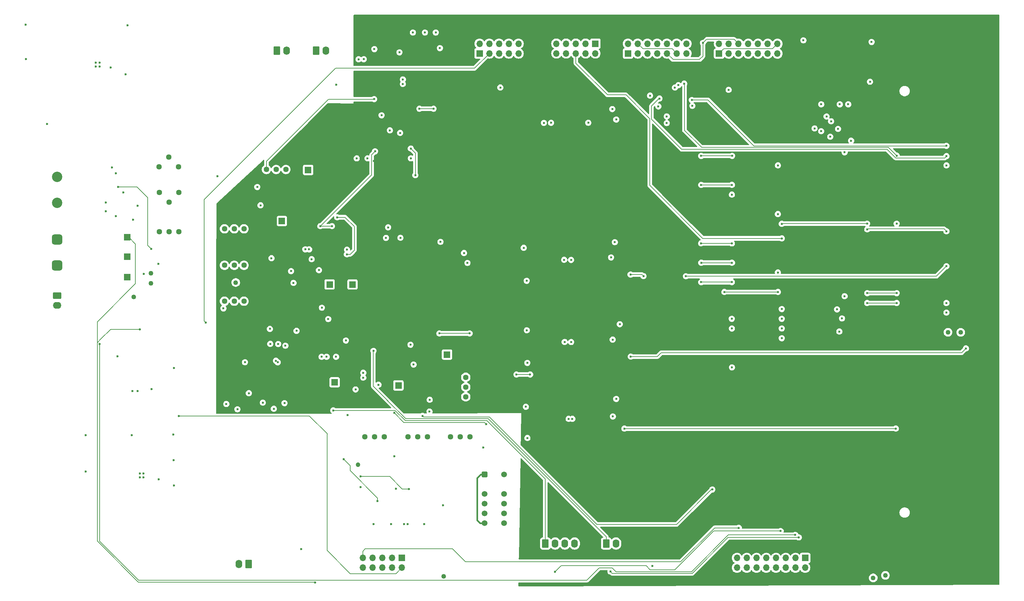
<source format=gbr>
%TF.GenerationSoftware,KiCad,Pcbnew,8.0.8*%
%TF.CreationDate,2025-03-14T14:35:35+00:00*%
%TF.ProjectId,Beehive_Monitor_main_PCB,42656568-6976-4655-9f4d-6f6e69746f72,rev?*%
%TF.SameCoordinates,Original*%
%TF.FileFunction,Copper,L3,Inr*%
%TF.FilePolarity,Positive*%
%FSLAX46Y46*%
G04 Gerber Fmt 4.6, Leading zero omitted, Abs format (unit mm)*
G04 Created by KiCad (PCBNEW 8.0.8) date 2025-03-14 14:35:35*
%MOMM*%
%LPD*%
G01*
G04 APERTURE LIST*
G04 Aperture macros list*
%AMRoundRect*
0 Rectangle with rounded corners*
0 $1 Rounding radius*
0 $2 $3 $4 $5 $6 $7 $8 $9 X,Y pos of 4 corners*
0 Add a 4 corners polygon primitive as box body*
4,1,4,$2,$3,$4,$5,$6,$7,$8,$9,$2,$3,0*
0 Add four circle primitives for the rounded corners*
1,1,$1+$1,$2,$3*
1,1,$1+$1,$4,$5*
1,1,$1+$1,$6,$7*
1,1,$1+$1,$8,$9*
0 Add four rect primitives between the rounded corners*
20,1,$1+$1,$2,$3,$4,$5,0*
20,1,$1+$1,$4,$5,$6,$7,0*
20,1,$1+$1,$6,$7,$8,$9,0*
20,1,$1+$1,$8,$9,$2,$3,0*%
G04 Aperture macros list end*
%TA.AperFunction,ComponentPad*%
%ADD10RoundRect,0.250000X-0.620000X-0.845000X0.620000X-0.845000X0.620000X0.845000X-0.620000X0.845000X0*%
%TD*%
%TA.AperFunction,ComponentPad*%
%ADD11O,1.740000X2.190000*%
%TD*%
%TA.AperFunction,ComponentPad*%
%ADD12C,1.440000*%
%TD*%
%TA.AperFunction,ComponentPad*%
%ADD13R,1.700000X1.700000*%
%TD*%
%TA.AperFunction,ComponentPad*%
%ADD14RoundRect,0.250500X-0.499500X-0.499500X0.499500X-0.499500X0.499500X0.499500X-0.499500X0.499500X0*%
%TD*%
%TA.AperFunction,ComponentPad*%
%ADD15C,1.500000*%
%TD*%
%TA.AperFunction,ComponentPad*%
%ADD16O,1.700000X1.700000*%
%TD*%
%TA.AperFunction,ComponentPad*%
%ADD17C,0.600000*%
%TD*%
%TA.AperFunction,ComponentPad*%
%ADD18RoundRect,0.675000X0.675000X-0.675000X0.675000X0.675000X-0.675000X0.675000X-0.675000X-0.675000X0*%
%TD*%
%TA.AperFunction,ComponentPad*%
%ADD19C,2.700000*%
%TD*%
%TA.AperFunction,ComponentPad*%
%ADD20RoundRect,0.250000X-0.845000X0.620000X-0.845000X-0.620000X0.845000X-0.620000X0.845000X0.620000X0*%
%TD*%
%TA.AperFunction,ComponentPad*%
%ADD21O,2.190000X1.740000*%
%TD*%
%TA.AperFunction,ComponentPad*%
%ADD22RoundRect,0.250000X0.620000X0.845000X-0.620000X0.845000X-0.620000X-0.845000X0.620000X-0.845000X0*%
%TD*%
%TA.AperFunction,ViaPad*%
%ADD23C,0.600000*%
%TD*%
%TA.AperFunction,ViaPad*%
%ADD24C,1.500000*%
%TD*%
%TA.AperFunction,ViaPad*%
%ADD25C,1.250000*%
%TD*%
%TA.AperFunction,ViaPad*%
%ADD26C,1.200000*%
%TD*%
%TA.AperFunction,Conductor*%
%ADD27C,0.200000*%
%TD*%
%TA.AperFunction,Conductor*%
%ADD28C,0.400000*%
%TD*%
G04 APERTURE END LIST*
D10*
%TO.N,5_V*%
%TO.C,PI_PWR1*%
X118300000Y-59770000D03*
D11*
%TO.N,GND*%
X120840000Y-59770000D03*
%TD*%
D12*
%TO.N,unconnected-(RV7-Pad1)*%
%TO.C,RV7*%
X120665000Y-90760000D03*
%TO.N,GND*%
X118125000Y-90760000D03*
%TO.N,Cref*%
X115585000Y-90760000D03*
%TD*%
D13*
%TO.N,LNA_MF_out*%
%TO.C,TP_4*%
X119620000Y-104200000D03*
%TD*%
%TO.N,Vt_bat_trig_MCU*%
%TO.C,TP_2*%
X79300000Y-108480000D03*
%TD*%
D14*
%TO.N,5_V*%
%TO.C,K2*%
X172530000Y-170365000D03*
D15*
%TO.N,3.3_V_out*%
X172530000Y-175445000D03*
%TO.N,LDR_pin_1*%
X172530000Y-177985000D03*
%TO.N,unconnected-(K2-NO_1-Pad5)*%
X172530000Y-180525000D03*
%TO.N,5_V*%
X172530000Y-183065000D03*
%TO.N,Net-(D8-A)*%
X177610000Y-183065000D03*
%TO.N,unconnected-(K2-NO_2-Pad8)*%
X177610000Y-180525000D03*
%TO.N,unconnected-(K2-COM_2-Pad9)*%
X177610000Y-177985000D03*
%TO.N,unconnected-(K2-NC_2-Pad10)*%
X177610000Y-175445000D03*
%TO.N,Net-(D7-A)*%
X177610000Y-170365000D03*
%TD*%
D12*
%TO.N,LNA_MR_out*%
%TO.C,RV5*%
X109730000Y-125130000D03*
%TO.N,Net-(R25-Pad1)*%
X107190000Y-125130000D03*
%TO.N,unconnected-(RV5-Pad3)*%
X104650000Y-125130000D03*
%TD*%
D13*
%TO.N,MCU_TC_add_0*%
%TO.C,TC_1_2*%
X209900000Y-60495000D03*
D16*
%TO.N,GND*%
X209900000Y-57955000D03*
%TO.N,TC_EN_1*%
X212440000Y-60495000D03*
%TO.N,MCU_TC_add_1*%
X212440000Y-57955000D03*
%TO.N,LDR_pin_1*%
X214980000Y-60495000D03*
%TO.N,TC_Sig_1*%
X214980000Y-57955000D03*
%TO.N,unconnected-(TC_1_2-Pin_7-Pad7)*%
X217520000Y-60495000D03*
%TO.N,unconnected-(TC_1_2-Pin_8-Pad8)*%
X217520000Y-57955000D03*
%TO.N,TC_Sig_1*%
X220060000Y-60495000D03*
%TO.N,LDR_pin_1*%
X220060000Y-57955000D03*
%TO.N,MCU_TC_add_1*%
X222600000Y-60495000D03*
%TO.N,TC_EN_2*%
X222600000Y-57955000D03*
%TO.N,GND*%
X225140000Y-60495000D03*
%TO.N,MCU_TC_add_0*%
X225140000Y-57955000D03*
%TD*%
D17*
%TO.N,GND*%
%TO.C,IC3*%
X71075000Y-62875000D03*
X71075000Y-63875000D03*
X72075000Y-62875000D03*
X72075000Y-63875000D03*
%TD*%
D12*
%TO.N,Net-(U5B--)*%
%TO.C,RV11*%
X168710000Y-160487500D03*
%TO.N,GND*%
X166170000Y-160487500D03*
%TO.N,unconnected-(RV11-Pad3)*%
X163630000Y-160487500D03*
%TD*%
D13*
%TO.N,Pwr_LED_Cathode*%
%TO.C,LEDs1*%
X150890000Y-192125000D03*
D16*
%TO.N,Pwr_LED_Anode*%
X150890000Y-194665000D03*
%TO.N,M_LED_1_cathode*%
X148350000Y-192125000D03*
%TO.N,5_V*%
X148350000Y-194665000D03*
%TO.N,M_LED_2_cathode*%
X145810000Y-192125000D03*
%TO.N,5_V*%
X145810000Y-194665000D03*
%TO.N,unconnected-(LEDs1-Pin_7-Pad7)*%
X143270000Y-192125000D03*
%TO.N,unconnected-(LEDs1-Pin_8-Pad8)*%
X143270000Y-194665000D03*
%TO.N,Maintainance _int*%
X140730000Y-192125000D03*
%TO.N,3.3_V_out*%
X140730000Y-194665000D03*
%TD*%
D10*
%TO.N,Front_mic_pin*%
%TO.C,mic_1_LDR1*%
X188360000Y-188360000D03*
D11*
%TO.N,GND*%
X190900000Y-188360000D03*
%TO.N,LDR_pin_1*%
X193440000Y-188360000D03*
%TO.N,LDR_pin_2*%
X195980000Y-188360000D03*
%TD*%
D10*
%TO.N,Rear_mic_pin*%
%TO.C,mic_2*%
X204230000Y-188360000D03*
D11*
%TO.N,GND*%
X206770000Y-188360000D03*
%TD*%
D12*
%TO.N,LNA_Acc_out*%
%TO.C,RV6*%
X109730000Y-106250000D03*
%TO.N,Net-(R42-Pad1)*%
X107190000Y-106250000D03*
%TO.N,unconnected-(RV6-Pad3)*%
X104650000Y-106250000D03*
%TD*%
D18*
%TO.N,12 V_in*%
%TO.C,F1*%
X61000000Y-115825000D03*
X61000000Y-109065000D03*
D19*
%TO.N,Net-(Q9-D)*%
X61000000Y-99475000D03*
X61000000Y-92715000D03*
%TD*%
D12*
%TO.N,unconnected-(RV8-Pad1)*%
%TO.C,RV8*%
X167585000Y-150077500D03*
%TO.N,GND*%
X167585000Y-147537500D03*
%TO.N,Cref2*%
X167585000Y-144997500D03*
%TD*%
D13*
%TO.N,240_Hz_out_MCU*%
%TO.C,PI_IN1*%
X171195000Y-60495000D03*
D16*
%TO.N,PI_MOSI*%
X171195000Y-57955000D03*
%TO.N,PI_LED_IN*%
X173735000Y-60495000D03*
%TO.N,PI_SCLK*%
X173735000Y-57955000D03*
%TO.N,Vt_bat_trig_MCU*%
X176275000Y-60495000D03*
%TO.N,PI_MISO*%
X176275000Y-57955000D03*
%TO.N,LDR_TRIG_out_MCU*%
X178815000Y-60495000D03*
%TO.N,PI_CS*%
X178815000Y-57955000D03*
%TO.N,6.11_kHz_out_MCU*%
X181355000Y-60495000D03*
%TO.N,Maintainance _int*%
X181355000Y-57955000D03*
%TD*%
D20*
%TO.N,12 V_in*%
%TO.C,12_V_PWR2*%
X60975000Y-123680000D03*
D21*
%TO.N,GND*%
X60975000Y-126220000D03*
%TD*%
D13*
%TO.N,Cref2*%
%TO.C,TP_9*%
X162700000Y-139060000D03*
%TD*%
%TO.N,LNA_MR_out*%
%TO.C,TP_5*%
X132070000Y-120770000D03*
%TD*%
%TO.N,Ven*%
%TO.C,TP_1*%
X79290000Y-113510000D03*
%TD*%
D12*
%TO.N,LDR_pin_2*%
%TO.C,RV9*%
X157575000Y-160487500D03*
%TO.N,GND*%
X155035000Y-160487500D03*
%TO.N,unconnected-(RV9-Pad3)*%
X152495000Y-160487500D03*
%TD*%
D22*
%TO.N,3.3_V_out*%
%TO.C,3.3_V_PWR1*%
X110970000Y-193710000D03*
D11*
%TO.N,GND*%
X108430000Y-193710000D03*
%TD*%
D13*
%TO.N,LDR_out_MCU*%
%TO.C,TP_10*%
X133380000Y-146310000D03*
%TD*%
D12*
%TO.N,Net-(IC10-RG_1)*%
%TO.C,RV10*%
X141225000Y-160487500D03*
%TO.N,Net-(IC10-RG_2)*%
X143765000Y-160487500D03*
%TO.N,unconnected-(RV10-Pad3)*%
X146305000Y-160487500D03*
%TD*%
%TO.N,LNA_MF_out*%
%TO.C,RV4*%
X109730000Y-115770000D03*
%TO.N,Net-(R23-Pad1)*%
X107190000Y-115770000D03*
%TO.N,unconnected-(RV4-Pad3)*%
X104650000Y-115770000D03*
%TD*%
%TO.N,unconnected-(RV2-Pad1)*%
%TO.C,RV2*%
X92710000Y-96770000D03*
%TO.N,GND*%
X90170000Y-99310000D03*
%TO.N,Net-(IC1-+INB)*%
X87630000Y-96770000D03*
%TD*%
%TO.N,unconnected-(RV1-Pad1)*%
%TO.C,RV1*%
X87610000Y-90090000D03*
%TO.N,GND*%
X90150000Y-87550000D03*
%TO.N,Net-(IC1-+INA)*%
X92690000Y-90090000D03*
%TD*%
D13*
%TO.N,LNA_Acc_out*%
%TO.C,TP_6*%
X138040000Y-120770000D03*
%TD*%
D12*
%TO.N,Net-(IC2-RG_2)*%
%TO.C,RV3*%
X92740000Y-107000000D03*
%TO.N,Net-(IC2-RG_1)*%
X90200000Y-107000000D03*
%TO.N,unconnected-(RV3-Pad3)*%
X87660000Y-107000000D03*
%TD*%
D13*
%TO.N,Vcharge_MCU*%
%TO.C,TP_3*%
X79260000Y-118820000D03*
%TD*%
%TO.N,Cref*%
%TO.C,TP_8*%
X126475000Y-90900000D03*
%TD*%
D10*
%TO.N,5_V*%
%TO.C,5_V_PWR1*%
X128580000Y-59770000D03*
D11*
%TO.N,GND*%
X131120000Y-59770000D03*
%TD*%
D13*
%TO.N,unconnected-(Accelerometer1-Pin_1-Pad1)*%
%TO.C,Accelerometer1*%
X201395000Y-57945000D03*
D16*
%TO.N,unconnected-(Accelerometer1-Pin_2-Pad2)*%
X201395000Y-60485000D03*
%TO.N,Acc_sig_in*%
X198855000Y-57945000D03*
%TO.N,LDR_pin_1*%
X198855000Y-60485000D03*
%TO.N,GND*%
X196315000Y-57945000D03*
%TO.N,Acc_tmp*%
X196315000Y-60485000D03*
%TO.N,unconnected-(Accelerometer1-Pin_7-Pad7)*%
X193775000Y-57945000D03*
%TO.N,unconnected-(Accelerometer1-Pin_8-Pad8)*%
X193775000Y-60485000D03*
%TO.N,unconnected-(Accelerometer1-Pin_9-Pad9)*%
X191235000Y-57945000D03*
%TO.N,unconnected-(Accelerometer1-Pin_10-Pad10)*%
X191235000Y-60485000D03*
%TD*%
D13*
%TO.N,LDR_pin_2*%
%TO.C,TP_7*%
X150025000Y-147117500D03*
%TD*%
%TO.N,MCU_TC_add_0*%
%TO.C,TC_3_4*%
X233660000Y-60510000D03*
D16*
%TO.N,GND*%
X233660000Y-57970000D03*
%TO.N,TC_EN_3*%
X236200000Y-60510000D03*
%TO.N,MCU_TC_add_1*%
X236200000Y-57970000D03*
%TO.N,LDR_pin_1*%
X238740000Y-60510000D03*
%TO.N,TC_Sig_1*%
X238740000Y-57970000D03*
%TO.N,unconnected-(TC_3_4-Pin_7-Pad7)*%
X241280000Y-60510000D03*
%TO.N,unconnected-(TC_3_4-Pin_8-Pad8)*%
X241280000Y-57970000D03*
%TO.N,TC_Sig_1*%
X243820000Y-60510000D03*
%TO.N,LDR_pin_1*%
X243820000Y-57970000D03*
%TO.N,MCU_TC_add_1*%
X246360000Y-60510000D03*
%TO.N,TC_EN_4*%
X246360000Y-57970000D03*
%TO.N,GND*%
X248900000Y-60510000D03*
%TO.N,MCU_TC_add_0*%
X248900000Y-57970000D03*
%TD*%
D13*
%TO.N,BTN_3*%
%TO.C,LCD_BTNs1*%
X256120000Y-192130000D03*
D16*
%TO.N,LCD_B{slash}light*%
X256120000Y-194670000D03*
%TO.N,BTN_2*%
X253580000Y-192130000D03*
%TO.N,LDR_pin_1*%
X253580000Y-194670000D03*
%TO.N,BTN_1*%
X251040000Y-192130000D03*
%TO.N,LDR_pin_1*%
X251040000Y-194670000D03*
%TO.N,D_7*%
X248500000Y-192130000D03*
%TO.N,LDR_pin_1*%
X248500000Y-194670000D03*
%TO.N,D_6*%
X245960000Y-192130000D03*
%TO.N,LDR_pin_1*%
X245960000Y-194670000D03*
%TO.N,D_5*%
X243420000Y-192130000D03*
%TO.N,EN*%
X243420000Y-194670000D03*
%TO.N,D_4*%
X240880000Y-192130000D03*
%TO.N,RS*%
X240880000Y-194670000D03*
%TO.N,RW*%
X238340000Y-192130000D03*
%TO.N,GND*%
X238340000Y-194670000D03*
%TD*%
D17*
%TO.N,GND*%
%TO.C,IC5*%
X82550000Y-170100000D03*
X82550000Y-171100000D03*
X83550000Y-170100000D03*
X83550000Y-171100000D03*
%TD*%
D23*
%TO.N,GND*%
X207765000Y-131140000D03*
X75300000Y-90275000D03*
X206850000Y-77745907D03*
X83564666Y-117980000D03*
X91500000Y-173175000D03*
X205815000Y-75005907D03*
X205505000Y-113722500D03*
X193255000Y-114352500D03*
X102775000Y-92525000D03*
X131290000Y-139640000D03*
X153985000Y-141667500D03*
X237020000Y-142400000D03*
X151185000Y-67282500D03*
X199555000Y-78570907D03*
X147790000Y-80550000D03*
X249010000Y-117650000D03*
X161685000Y-178365000D03*
X139630000Y-62030000D03*
X237010000Y-97330000D03*
X150470000Y-81230000D03*
X91350000Y-166600000D03*
X206472499Y-109732500D03*
X183492499Y-119822500D03*
X292980000Y-125600000D03*
X152445000Y-183310000D03*
X182707500Y-111212500D03*
X108025000Y-153335000D03*
X116910000Y-113910000D03*
X76709448Y-139520000D03*
X139132500Y-87870000D03*
X73690000Y-99390000D03*
X125730000Y-111610000D03*
X167126250Y-112572500D03*
X91445000Y-142570000D03*
X114040000Y-100120000D03*
X80650552Y-148564448D03*
X91275000Y-159925000D03*
X68425000Y-160075000D03*
X146766250Y-108617500D03*
X58375000Y-78900000D03*
X273450000Y-57500000D03*
X120533750Y-136736250D03*
X144815000Y-146932500D03*
X249000000Y-102410000D03*
X118653750Y-136306250D03*
X206840000Y-150640000D03*
X120300000Y-151735000D03*
X255670000Y-57070000D03*
X205905000Y-135162500D03*
X124650000Y-189825000D03*
X148120000Y-183310000D03*
X273040000Y-67890000D03*
X267360000Y-73770000D03*
X52875000Y-61925000D03*
X153790000Y-55032500D03*
X156930000Y-55032500D03*
X249020000Y-89710000D03*
X136610000Y-111705000D03*
X133840000Y-68690000D03*
X78875000Y-65925000D03*
X145630000Y-76640000D03*
X193385000Y-135782500D03*
X176602500Y-69373407D03*
X117525000Y-153210000D03*
X52750000Y-52975000D03*
X168021250Y-115152500D03*
X151470000Y-183310000D03*
X183670000Y-160830000D03*
X143520000Y-183310000D03*
X116583750Y-136276250D03*
X149395000Y-174085000D03*
X217830000Y-74330000D03*
X183257500Y-152680000D03*
X160986250Y-109640000D03*
X150305000Y-60217500D03*
X183655000Y-141240000D03*
X111000000Y-149135000D03*
X156770000Y-183310000D03*
X136735000Y-154847500D03*
X123440000Y-132870000D03*
X82027500Y-100222500D03*
X80425000Y-160075000D03*
X187980000Y-78625907D03*
X292980000Y-128100000D03*
X130060000Y-126830000D03*
X140855000Y-143807500D03*
X148970000Y-165635000D03*
X159762500Y-55032500D03*
X158125000Y-153917500D03*
X153260000Y-87870000D03*
X260310000Y-73770000D03*
X220000000Y-78655000D03*
X79325000Y-53175000D03*
X147341250Y-105882500D03*
X205960000Y-155210000D03*
X143750000Y-59360000D03*
X73680000Y-101690000D03*
X68450000Y-169600000D03*
X105125000Y-151960000D03*
X122020000Y-117290000D03*
X133740000Y-139640000D03*
X87430000Y-115350000D03*
X110000000Y-141060000D03*
X292990000Y-89700000D03*
X140150000Y-173650000D03*
X183515000Y-132730000D03*
X279990000Y-104910000D03*
X194430000Y-155840000D03*
X129980000Y-139640000D03*
X114650000Y-151610000D03*
%TO.N,Vref*%
X183207500Y-146400000D03*
D24*
X111115000Y-150850000D03*
D23*
X182697500Y-105472500D03*
X160986250Y-108040000D03*
X129590000Y-76830000D03*
X144681250Y-121482500D03*
X185755000Y-127940000D03*
X175680000Y-98015907D03*
X144521250Y-118462500D03*
X143990000Y-100740000D03*
X213755000Y-131100000D03*
X196740000Y-96505907D03*
X103430000Y-111420000D03*
X213090000Y-150640000D03*
X157191250Y-131902500D03*
X205652500Y-96575907D03*
X205205000Y-99295907D03*
X183625000Y-135260000D03*
X183492499Y-113632500D03*
X143655000Y-88592500D03*
X161660000Y-93870000D03*
X130160000Y-92490000D03*
X190670000Y-80105907D03*
X160986250Y-111270000D03*
X175780000Y-85045907D03*
X158710000Y-88300000D03*
X151426250Y-110220000D03*
X212762499Y-109702500D03*
X136610000Y-110360000D03*
X183670000Y-154790000D03*
D25*
%TO.N,3.3_V_out*%
X293380000Y-133240000D03*
X161850000Y-196950000D03*
X273880000Y-197320000D03*
D23*
%TO.N,LDR_pin_1*%
X141970000Y-87870000D03*
X189835000Y-78600907D03*
X113205000Y-95350000D03*
X140970000Y-62000000D03*
X118525000Y-141080000D03*
X116488750Y-132360000D03*
X195062499Y-114372500D03*
D25*
X107580000Y-120260000D03*
D23*
X153175000Y-136495000D03*
X220020000Y-76940000D03*
X195390000Y-155840000D03*
X80760000Y-103880000D03*
X136335000Y-135400000D03*
X138845000Y-148157500D03*
X160842500Y-59112500D03*
X118085000Y-140670000D03*
X195075000Y-135790000D03*
X150551250Y-108610000D03*
X131712500Y-129800000D03*
X140855000Y-145077500D03*
X158185000Y-150857500D03*
X172140000Y-163270000D03*
D25*
X85446290Y-117846471D03*
D23*
X126730000Y-111620000D03*
X265160000Y-73770000D03*
X151175000Y-68472500D03*
D25*
X85440000Y-120446471D03*
D23*
%TO.N,Rear_mic_pin*%
X143520000Y-138110000D03*
%TO.N,Front_mic_pin*%
X104380000Y-127010000D03*
X133031371Y-153627500D03*
%TO.N,IC7_outA*%
X136570000Y-112910000D03*
X134050000Y-103240000D03*
%TO.N,Net-(U1D--)*%
X153250000Y-85320000D03*
X154430000Y-92250000D03*
%TO.N,Acc_AA_out_to_MCU*%
X210635000Y-139592500D03*
X298075000Y-137455000D03*
D26*
%TO.N,5_V*%
X139457500Y-167797500D03*
D25*
X277060000Y-196670000D03*
X296710000Y-133270000D03*
X80990000Y-124040000D03*
D23*
%TO.N,Net-(L3-THRESHOLD)*%
X81975552Y-148579448D03*
X85650552Y-148079448D03*
%TO.N,Mic_F_AA_out_to_MCU*%
X210565000Y-118182500D03*
X225020000Y-118620000D03*
X213950000Y-118600000D03*
X292980000Y-116010000D03*
%TO.N,Mic_R_AA_out_to_MCU*%
X279770000Y-158370000D03*
X208970000Y-158380000D03*
%TO.N,Pwr_LED_Anode*%
X92760000Y-155070000D03*
%TO.N,Net-(IC1-+INB)*%
X78220000Y-96800000D03*
%TO.N,Ven*%
X87475000Y-171650000D03*
X76310000Y-102910000D03*
X74925000Y-64175000D03*
X76310000Y-91730000D03*
%TO.N,Vt_bat_trig_MCU*%
X237010000Y-132260000D03*
X82600552Y-132474448D03*
X128320000Y-198520000D03*
X216280000Y-194220000D03*
%TO.N,Vtest*%
X76910000Y-95340000D03*
X85540000Y-111460000D03*
%TO.N,Vcharge_MCU*%
X253540000Y-186120000D03*
X72090000Y-136300000D03*
%TO.N,LNA_MR_out*%
X168600000Y-133550000D03*
X129290000Y-117040000D03*
X160720000Y-133550000D03*
%TO.N,LNA_MF_out*%
X129650000Y-105560000D03*
X132690000Y-105560000D03*
X143925000Y-86032500D03*
%TO.N,Net-(IC8--IN_B)*%
X127380000Y-114180000D03*
X122660000Y-120370000D03*
%TO.N,Relay_close*%
X140195000Y-170885000D03*
X152780000Y-174180000D03*
%TO.N,LDR_out_MCU*%
X205340000Y-195660000D03*
X254470000Y-186760000D03*
X148955000Y-154287500D03*
X172900000Y-157210000D03*
%TO.N,TC_EN_1*%
X215660000Y-71500000D03*
%TO.N,MCU_TC_add_2*%
X292980000Y-87280000D03*
X218110000Y-72260000D03*
%TO.N,MCU_TC_add_3*%
X226560000Y-72651178D03*
X292980000Y-84610000D03*
%TO.N,TC_EN_3*%
X222150000Y-69400000D03*
%TO.N,TC_EN_4*%
X236170000Y-70000000D03*
X226700000Y-74160000D03*
%TO.N,TC_EN_2*%
X223060000Y-68780000D03*
%TO.N,SD__detect*%
X250020000Y-104950000D03*
X272280000Y-104900000D03*
%TO.N,MCU_TC_add_1*%
X279990000Y-123040000D03*
X272320000Y-123030000D03*
%TO.N,MCU_TC_add_0*%
X279990000Y-125600000D03*
X272320000Y-125600000D03*
%TO.N,SD_CS*%
X250020000Y-129720000D03*
X261710000Y-76950000D03*
X258590000Y-80070000D03*
X264440000Y-127270000D03*
%TO.N,SD_MISO*%
X268105000Y-83265000D03*
X250020000Y-127180000D03*
X266420000Y-123840000D03*
X266420000Y-86290000D03*
%TO.N,SD_SCLK*%
X262670000Y-82210000D03*
X250030000Y-132250000D03*
X264700000Y-80180000D03*
X265720000Y-129620000D03*
%TO.N,6.11_kHz_AA_out_MCU*%
X224580000Y-68380000D03*
X279990000Y-87160000D03*
%TO.N,LDR_TRIG_out_MCU*%
X156315000Y-155057500D03*
X231900000Y-174260000D03*
X236990000Y-129720000D03*
%TO.N,Acc_420_Hz_out_MCU*%
X180810000Y-144260000D03*
X184390000Y-144260000D03*
%TO.N,SD_MOSI*%
X262900000Y-78210000D03*
X250030000Y-134800000D03*
X260300000Y-80770000D03*
X265040000Y-133050000D03*
%TO.N,TC_Sig_1*%
X229460000Y-57760000D03*
X272320000Y-106390000D03*
X292980000Y-106890000D03*
%TO.N,MCU_LED_IN*%
X190890000Y-195710000D03*
X249740000Y-185110000D03*
%TO.N,Maintainance _int*%
X249010000Y-122730000D03*
X238820000Y-184270000D03*
X235060000Y-122730000D03*
%TO.N,PI_LED_IN*%
X135750000Y-166370000D03*
X99760000Y-130700000D03*
X144570000Y-177285000D03*
%TO.N,Cref*%
X143695000Y-72420000D03*
%TO.N,Net-(U2B-+)*%
X159190000Y-74920000D03*
X155510000Y-74920000D03*
%TO.N,Acc_tmp*%
X250040000Y-108750000D03*
%TO.N,Net-(J4-Pin_29)*%
X229010000Y-87230000D03*
X237070000Y-87220000D03*
%TO.N,Net-(J4-Pin_3)*%
X237010000Y-120170000D03*
X229010000Y-120170000D03*
%TO.N,Net-(J4-Pin_11)*%
X237010000Y-110050000D03*
X228980000Y-110030000D03*
%TO.N,Net-(J4-Pin_23)*%
X237020000Y-94790000D03*
X229010000Y-94800000D03*
%TO.N,Net-(J4-Pin_7)*%
X229020000Y-115100000D03*
X237040000Y-115100000D03*
%TD*%
D27*
%TO.N,Relay_close*%
X151028970Y-174180000D02*
X147733970Y-170885000D01*
X152780000Y-174180000D02*
X151028970Y-174180000D01*
X147733970Y-170885000D02*
X140195000Y-170885000D01*
%TO.N,Rear_mic_pin*%
X151945000Y-155807500D02*
X173467500Y-155807500D01*
X204230000Y-186570000D02*
X204230000Y-188360000D01*
X143520000Y-138110000D02*
X143480000Y-138150000D01*
X147045000Y-150907500D02*
X151945000Y-155807500D01*
X143480000Y-138150000D02*
X143480000Y-147342500D01*
X204230000Y-188360000D02*
X204210000Y-188380000D01*
X143480000Y-147342500D02*
X147348750Y-151211250D01*
X173467500Y-155807500D02*
X204230000Y-186570000D01*
%TO.N,Front_mic_pin*%
X173107500Y-156287500D02*
X151803529Y-156287500D01*
X188360000Y-188360000D02*
X188360000Y-171540000D01*
X188360000Y-171540000D02*
X173107500Y-156287500D01*
X149143529Y-153627500D02*
X133031371Y-153627500D01*
X151803529Y-156287500D02*
X149143529Y-153627500D01*
%TO.N,IC7_outA*%
X138510000Y-111820000D02*
X137430000Y-112900000D01*
X137430000Y-112900000D02*
X136580000Y-112900000D01*
X138510000Y-105630000D02*
X138510000Y-111820000D01*
X136120000Y-103240000D02*
X138510000Y-105630000D01*
X136580000Y-112900000D02*
X136570000Y-112910000D01*
X134050000Y-103240000D02*
X136120000Y-103240000D01*
%TO.N,Net-(U1D--)*%
X154430000Y-86500000D02*
X153250000Y-85320000D01*
X154430000Y-92250000D02*
X154430000Y-86500000D01*
%TO.N,Acc_AA_out_to_MCU*%
X210635000Y-139592500D02*
X214160000Y-139592500D01*
X218540000Y-138610000D02*
X217557500Y-139592500D01*
X217557500Y-139592500D02*
X214160000Y-139592500D01*
X298075000Y-137455000D02*
X296920000Y-138610000D01*
X296920000Y-138610000D02*
X218540000Y-138610000D01*
D28*
%TO.N,5_V*%
X171295000Y-183065000D02*
X170545000Y-182315000D01*
X171455000Y-170365000D02*
X172530000Y-170365000D01*
X170545000Y-182315000D02*
X170545000Y-171275000D01*
X170545000Y-171275000D02*
X171455000Y-170365000D01*
X172530000Y-183065000D02*
X171295000Y-183065000D01*
D27*
%TO.N,Mic_F_AA_out_to_MCU*%
X225040000Y-118640000D02*
X290360000Y-118640000D01*
X290360000Y-118640000D02*
X292980000Y-116020000D01*
X225020000Y-118620000D02*
X225040000Y-118640000D01*
X210565000Y-118182500D02*
X213522500Y-118182500D01*
X213940000Y-118600000D02*
X213950000Y-118600000D01*
X292980000Y-116020000D02*
X292980000Y-116010000D01*
X213522500Y-118182500D02*
X213940000Y-118600000D01*
%TO.N,Mic_R_AA_out_to_MCU*%
X279770000Y-158370000D02*
X208980000Y-158370000D01*
X208980000Y-158370000D02*
X208970000Y-158380000D01*
%TO.N,Pwr_LED_Anode*%
X131412500Y-173160000D02*
X131412500Y-159712500D01*
X126800000Y-155100000D02*
X131475000Y-159775000D01*
X92790000Y-155100000D02*
X92760000Y-155070000D01*
X131420000Y-190190000D02*
X131420000Y-190070000D01*
X131412500Y-190062500D02*
X131412500Y-173160000D01*
X149345000Y-196210000D02*
X137440000Y-196210000D01*
X150890000Y-194665000D02*
X149345000Y-196210000D01*
X126800000Y-155100000D02*
X126700000Y-155100000D01*
X137440000Y-196210000D02*
X131420000Y-190190000D01*
X126700000Y-155100000D02*
X92790000Y-155100000D01*
X131420000Y-190070000D02*
X131412500Y-190062500D01*
%TO.N,Vt_bat_trig_MCU*%
X79670000Y-108480000D02*
X81430000Y-110240000D01*
X71450000Y-135960000D02*
X72430000Y-134980000D01*
X74935552Y-132474448D02*
X72430000Y-134980000D01*
X71450000Y-187730000D02*
X82190000Y-198470000D01*
X82600552Y-132474448D02*
X74935552Y-132474448D01*
X81430000Y-120560000D02*
X71450000Y-130540000D01*
X79300000Y-108480000D02*
X79670000Y-108480000D01*
D28*
X128320000Y-198470000D02*
X128320000Y-198520000D01*
D27*
X82190000Y-198470000D02*
X128320000Y-198470000D01*
X71450000Y-130540000D02*
X71450000Y-135960000D01*
X81430000Y-110240000D02*
X81430000Y-120560000D01*
X71450000Y-135960000D02*
X71450000Y-187730000D01*
%TO.N,Vtest*%
X84650000Y-98150000D02*
X81840000Y-95340000D01*
X84650000Y-110570000D02*
X84650000Y-98150000D01*
X85540000Y-111460000D02*
X84650000Y-110570000D01*
X81840000Y-95340000D02*
X76910000Y-95340000D01*
%TO.N,Vcharge_MCU*%
X205780000Y-194710000D02*
X206780000Y-195710000D01*
X226494314Y-195710000D02*
X236084314Y-186120000D01*
X236084314Y-186120000D02*
X253540000Y-186120000D01*
X82205686Y-197920000D02*
X199190000Y-197920000D01*
X206780000Y-195710000D02*
X226494314Y-195710000D01*
X202400000Y-194710000D02*
X205780000Y-194710000D01*
X72090000Y-136300000D02*
X72090000Y-187804314D01*
X72090000Y-187804314D02*
X82205686Y-197920000D01*
X199190000Y-197920000D02*
X202400000Y-194710000D01*
%TO.N,LNA_MR_out*%
X160720000Y-133550000D02*
X168440000Y-133550000D01*
X168550000Y-133500000D02*
X168600000Y-133550000D01*
X168440000Y-133550000D02*
X168550000Y-133440000D01*
X168550000Y-133440000D02*
X168550000Y-133500000D01*
%TO.N,LNA_MF_out*%
X143055000Y-86902500D02*
X143055000Y-92155000D01*
X143055000Y-92155000D02*
X129650000Y-105560000D01*
X129650000Y-105560000D02*
X132690000Y-105560000D01*
X143925000Y-86032500D02*
X143055000Y-86902500D01*
%TO.N,LDR_out_MCU*%
X151455000Y-156787500D02*
X168397500Y-156787500D01*
X205800000Y-196120000D02*
X226650000Y-196120000D01*
X205340000Y-195660000D02*
X205800000Y-196120000D01*
X226650000Y-196120000D02*
X236010000Y-186760000D01*
X172477500Y-156787500D02*
X172900000Y-157210000D01*
X148955000Y-154287500D02*
X151455000Y-156787500D01*
X168397500Y-156787500D02*
X172477500Y-156787500D01*
X236010000Y-186760000D02*
X254470000Y-186760000D01*
%TO.N,MCU_TC_add_2*%
X293030000Y-87280000D02*
X292550000Y-87760000D01*
X279741471Y-87760000D02*
X277491471Y-85510000D01*
X217980000Y-72260000D02*
X218110000Y-72260000D01*
X292550000Y-87760000D02*
X279741471Y-87760000D01*
X223930000Y-85510000D02*
X216030000Y-77610000D01*
X277491471Y-85510000D02*
X223930000Y-85510000D01*
X216030000Y-74210000D02*
X217980000Y-72260000D01*
X216030000Y-77610000D02*
X216030000Y-74210000D01*
%TO.N,MCU_TC_add_3*%
X226571178Y-72640000D02*
X226560000Y-72651178D01*
X242760000Y-84620000D02*
X230780000Y-72640000D01*
X293010000Y-84620000D02*
X242760000Y-84620000D01*
X230780000Y-72640000D02*
X226571178Y-72640000D01*
X293020000Y-84610000D02*
X293010000Y-84620000D01*
%TO.N,SD__detect*%
X250070000Y-104900000D02*
X250020000Y-104950000D01*
X272280000Y-104900000D02*
X250070000Y-104900000D01*
%TO.N,MCU_TC_add_1*%
X213775000Y-59290000D02*
X221395000Y-59290000D01*
X279810000Y-123030000D02*
X272320000Y-123030000D01*
X221395000Y-59290000D02*
X222600000Y-60495000D01*
X212440000Y-57955000D02*
X213775000Y-59290000D01*
X279820000Y-123040000D02*
X279810000Y-123030000D01*
%TO.N,MCU_TC_add_0*%
X247600000Y-59270000D02*
X248900000Y-57970000D01*
X279830000Y-125600000D02*
X272320000Y-125600000D01*
X233660000Y-60510000D02*
X234900000Y-59270000D01*
X234900000Y-59270000D02*
X247600000Y-59270000D01*
%TO.N,6.11_kHz_AA_out_MCU*%
X229110000Y-85020000D02*
X277850000Y-85020000D01*
X224640000Y-68440000D02*
X224640000Y-80550000D01*
X224640000Y-80550000D02*
X229110000Y-85020000D01*
X277850000Y-85020000D02*
X279990000Y-87160000D01*
X224580000Y-68380000D02*
X224640000Y-68440000D01*
%TO.N,LDR_TRIG_out_MCU*%
X156575000Y-155317500D02*
X173747500Y-155317500D01*
X201810000Y-183380000D02*
X222590000Y-183380000D01*
X231710000Y-174260000D02*
X231900000Y-174260000D01*
X222590000Y-183380000D02*
X231710000Y-174260000D01*
X156315000Y-155057500D02*
X156575000Y-155317500D01*
X173747500Y-155317500D02*
X201810000Y-183380000D01*
%TO.N,Acc_420_Hz_out_MCU*%
X180810000Y-144260000D02*
X184390000Y-144260000D01*
%TO.N,TC_Sig_1*%
X221645000Y-62080000D02*
X228580000Y-62080000D01*
X228580000Y-62080000D02*
X229460000Y-61200000D01*
X272430000Y-106280000D02*
X291400000Y-106280000D01*
X237590000Y-56820000D02*
X238740000Y-57970000D01*
X230400000Y-56820000D02*
X237590000Y-56820000D01*
X229460000Y-57760000D02*
X230400000Y-56820000D01*
X220060000Y-60495000D02*
X221645000Y-62080000D01*
X292370000Y-106280000D02*
X292980000Y-106890000D01*
X229460000Y-61200000D02*
X229460000Y-57760000D01*
X291400000Y-106280000D02*
X292370000Y-106280000D01*
X272320000Y-106390000D02*
X272430000Y-106280000D01*
%TO.N,MCU_LED_IN*%
X192450000Y-194150000D02*
X214650000Y-194150000D01*
X232230000Y-185110000D02*
X249740000Y-185110000D01*
X215700000Y-195200000D02*
X222140000Y-195200000D01*
X222140000Y-195200000D02*
X232230000Y-185110000D01*
X214650000Y-194150000D02*
X215700000Y-195200000D01*
X190890000Y-195710000D02*
X192450000Y-194150000D01*
%TO.N,Maintainance _int*%
X249010000Y-122730000D02*
X235060000Y-122730000D01*
X167500000Y-193120000D02*
X174170000Y-193120000D01*
X141370000Y-189740000D02*
X141380000Y-189730000D01*
X164110000Y-189730000D02*
X167500000Y-193120000D01*
X232504314Y-184270000D02*
X238820000Y-184270000D01*
X174170000Y-193120000D02*
X223654314Y-193120000D01*
X140730000Y-192125000D02*
X140730000Y-190380000D01*
X141380000Y-189730000D02*
X164110000Y-189730000D01*
X140730000Y-190380000D02*
X141370000Y-189740000D01*
X223654314Y-193120000D02*
X232504314Y-184270000D01*
%TO.N,PI_LED_IN*%
X99370000Y-127104314D02*
X99370000Y-130310000D01*
X169855000Y-64375000D02*
X173735000Y-60495000D01*
X135750000Y-166370000D02*
X137412500Y-168032500D01*
X144570000Y-176520000D02*
X137412500Y-169362500D01*
X99370000Y-127104314D02*
X99370000Y-98630000D01*
X133625000Y-64375000D02*
X169855000Y-64375000D01*
X137412500Y-169362500D02*
X137412500Y-168610000D01*
X99370000Y-130310000D02*
X99760000Y-130700000D01*
X137412500Y-168032500D02*
X137412500Y-168610000D01*
X99370000Y-98630000D02*
X133625000Y-64375000D01*
X144570000Y-177285000D02*
X144570000Y-176520000D01*
%TO.N,Cref*%
X143750000Y-72475000D02*
X143595000Y-72320000D01*
X143685000Y-72430000D02*
X131750000Y-72430000D01*
X131750000Y-72430000D02*
X115585000Y-88595000D01*
X143695000Y-72420000D02*
X143685000Y-72430000D01*
X115585000Y-88595000D02*
X115585000Y-90760000D01*
%TO.N,Net-(U2B-+)*%
X159190000Y-74920000D02*
X155510000Y-74920000D01*
%TO.N,Acc_tmp*%
X229420000Y-108750000D02*
X250040000Y-108750000D01*
X209380000Y-71300000D02*
X215600000Y-77520000D01*
X215600000Y-94930000D02*
X229420000Y-108750000D01*
X196315000Y-63025000D02*
X204590000Y-71300000D01*
X215600000Y-77520000D02*
X215600000Y-94930000D01*
X204590000Y-71300000D02*
X209380000Y-71300000D01*
X196315000Y-60485000D02*
X196315000Y-63025000D01*
%TO.N,Net-(J4-Pin_29)*%
X237060000Y-87230000D02*
X237070000Y-87220000D01*
X229010000Y-87230000D02*
X237060000Y-87230000D01*
%TO.N,Net-(J4-Pin_3)*%
X229010000Y-120170000D02*
X237010000Y-120170000D01*
%TO.N,Net-(J4-Pin_11)*%
X236990000Y-110030000D02*
X237010000Y-110050000D01*
X228980000Y-110030000D02*
X236990000Y-110030000D01*
%TO.N,Net-(J4-Pin_23)*%
X237010000Y-94800000D02*
X237020000Y-94790000D01*
X229010000Y-94800000D02*
X237010000Y-94800000D01*
%TO.N,Net-(J4-Pin_7)*%
X229020000Y-115100000D02*
X237040000Y-115100000D01*
%TD*%
%TA.AperFunction,Conductor*%
%TO.N,Vref*%
G36*
X306732539Y-50420185D02*
G01*
X306778294Y-50472989D01*
X306789500Y-50524500D01*
X306789500Y-199018135D01*
X306769815Y-199085174D01*
X306717011Y-199130929D01*
X306665894Y-199142134D01*
X186184308Y-199524499D01*
X186183914Y-199524500D01*
X181426364Y-199524500D01*
X181359325Y-199504815D01*
X181313570Y-199452011D01*
X181302382Y-199398414D01*
X181315099Y-198642414D01*
X181335908Y-198575716D01*
X181389474Y-198530855D01*
X181439081Y-198520500D01*
X199103331Y-198520500D01*
X199103347Y-198520501D01*
X199110943Y-198520501D01*
X199269054Y-198520501D01*
X199269057Y-198520501D01*
X199421785Y-198479577D01*
X199471904Y-198450639D01*
X199558716Y-198400520D01*
X199670520Y-198288716D01*
X199670520Y-198288714D01*
X199680728Y-198278507D01*
X199680729Y-198278504D01*
X200639235Y-197319999D01*
X272749678Y-197319999D01*
X272749678Y-197320000D01*
X272768923Y-197527691D01*
X272768923Y-197527693D01*
X272768924Y-197527696D01*
X272781534Y-197572014D01*
X272826007Y-197728322D01*
X272859458Y-197795500D01*
X272918981Y-197915038D01*
X273044682Y-198081493D01*
X273198829Y-198222016D01*
X273376172Y-198331823D01*
X273570673Y-198407173D01*
X273775707Y-198445500D01*
X273775710Y-198445500D01*
X273984290Y-198445500D01*
X273984293Y-198445500D01*
X274189327Y-198407173D01*
X274383828Y-198331823D01*
X274561171Y-198222016D01*
X274715318Y-198081493D01*
X274841019Y-197915038D01*
X274933994Y-197728319D01*
X274991076Y-197527696D01*
X275010322Y-197320000D01*
X274991076Y-197112304D01*
X274933994Y-196911681D01*
X274841019Y-196724962D01*
X274799513Y-196669999D01*
X275929678Y-196669999D01*
X275929678Y-196670000D01*
X275948923Y-196877691D01*
X275948923Y-196877693D01*
X275948924Y-196877696D01*
X276006006Y-197078319D01*
X276006007Y-197078322D01*
X276045531Y-197157696D01*
X276098981Y-197265038D01*
X276224682Y-197431493D01*
X276378829Y-197572016D01*
X276556172Y-197681823D01*
X276750673Y-197757173D01*
X276955707Y-197795500D01*
X276955710Y-197795500D01*
X277164290Y-197795500D01*
X277164293Y-197795500D01*
X277369327Y-197757173D01*
X277563828Y-197681823D01*
X277741171Y-197572016D01*
X277895318Y-197431493D01*
X278021019Y-197265038D01*
X278113994Y-197078319D01*
X278171076Y-196877696D01*
X278190322Y-196670000D01*
X278171076Y-196462304D01*
X278113994Y-196261681D01*
X278021019Y-196074962D01*
X277895318Y-195908507D01*
X277874199Y-195889255D01*
X277741172Y-195767985D01*
X277741171Y-195767984D01*
X277563828Y-195658177D01*
X277563827Y-195658176D01*
X277421609Y-195603081D01*
X277369327Y-195582827D01*
X277164293Y-195544500D01*
X276955707Y-195544500D01*
X276750673Y-195582827D01*
X276750670Y-195582827D01*
X276750670Y-195582828D01*
X276556172Y-195658176D01*
X276556171Y-195658177D01*
X276378827Y-195767985D01*
X276224683Y-195908505D01*
X276098981Y-196074961D01*
X276006007Y-196261677D01*
X276006006Y-196261681D01*
X275953743Y-196445369D01*
X275948923Y-196462308D01*
X275929678Y-196669999D01*
X274799513Y-196669999D01*
X274715318Y-196558507D01*
X274631642Y-196482227D01*
X274561172Y-196417985D01*
X274561171Y-196417984D01*
X274383828Y-196308177D01*
X274383827Y-196308176D01*
X274241609Y-196253081D01*
X274189327Y-196232827D01*
X273984293Y-196194500D01*
X273775707Y-196194500D01*
X273570673Y-196232827D01*
X273570670Y-196232827D01*
X273570670Y-196232828D01*
X273376172Y-196308176D01*
X273376171Y-196308177D01*
X273198827Y-196417985D01*
X273044683Y-196558505D01*
X272918981Y-196724961D01*
X272826007Y-196911677D01*
X272768923Y-197112308D01*
X272749678Y-197319999D01*
X200639235Y-197319999D01*
X202612417Y-195346819D01*
X202673740Y-195313334D01*
X202700098Y-195310500D01*
X204439441Y-195310500D01*
X204506480Y-195330185D01*
X204552235Y-195382989D01*
X204562179Y-195452147D01*
X204556483Y-195475454D01*
X204554632Y-195480742D01*
X204554630Y-195480750D01*
X204534435Y-195659996D01*
X204534435Y-195660003D01*
X204554630Y-195839249D01*
X204554631Y-195839254D01*
X204614211Y-196009523D01*
X204710184Y-196162262D01*
X204837738Y-196289816D01*
X204941417Y-196354962D01*
X204990478Y-196385789D01*
X205160747Y-196445369D01*
X205247664Y-196455161D01*
X205312078Y-196482227D01*
X205321463Y-196490699D01*
X205431284Y-196600520D01*
X205518095Y-196650639D01*
X205518097Y-196650641D01*
X205568213Y-196679576D01*
X205568215Y-196679577D01*
X205720942Y-196720500D01*
X205720943Y-196720500D01*
X226563331Y-196720500D01*
X226563347Y-196720501D01*
X226570943Y-196720501D01*
X226729054Y-196720501D01*
X226729057Y-196720501D01*
X226881785Y-196679577D01*
X226931904Y-196650639D01*
X227018716Y-196600520D01*
X227130520Y-196488716D01*
X227130520Y-196488714D01*
X227140728Y-196478507D01*
X227140729Y-196478504D01*
X231489235Y-192129999D01*
X236984341Y-192129999D01*
X236984341Y-192130000D01*
X237004936Y-192365403D01*
X237004938Y-192365413D01*
X237066094Y-192593655D01*
X237066096Y-192593659D01*
X237066097Y-192593663D01*
X237146004Y-192765023D01*
X237165965Y-192807830D01*
X237165967Y-192807834D01*
X237271753Y-192958911D01*
X237301501Y-193001396D01*
X237301506Y-193001402D01*
X237468597Y-193168493D01*
X237468603Y-193168498D01*
X237654158Y-193298425D01*
X237697783Y-193353002D01*
X237704977Y-193422500D01*
X237673454Y-193484855D01*
X237654158Y-193501575D01*
X237468597Y-193631505D01*
X237301505Y-193798597D01*
X237165965Y-193992169D01*
X237165964Y-193992171D01*
X237066098Y-194206335D01*
X237066094Y-194206344D01*
X237004938Y-194434586D01*
X237004936Y-194434596D01*
X236984341Y-194669999D01*
X236984341Y-194670000D01*
X237004936Y-194905403D01*
X237004938Y-194905413D01*
X237066094Y-195133655D01*
X237066096Y-195133659D01*
X237066097Y-195133663D01*
X237146004Y-195305023D01*
X237165965Y-195347830D01*
X237165967Y-195347834D01*
X237255328Y-195475454D01*
X237301505Y-195541401D01*
X237468599Y-195708495D01*
X237565384Y-195776265D01*
X237662165Y-195844032D01*
X237662167Y-195844033D01*
X237662170Y-195844035D01*
X237876337Y-195943903D01*
X238104592Y-196005063D01*
X238282851Y-196020659D01*
X238339999Y-196025659D01*
X238340000Y-196025659D01*
X238340001Y-196025659D01*
X238397149Y-196020659D01*
X238575408Y-196005063D01*
X238803663Y-195943903D01*
X239017830Y-195844035D01*
X239211401Y-195708495D01*
X239378495Y-195541401D01*
X239508425Y-195355842D01*
X239563002Y-195312217D01*
X239632500Y-195305023D01*
X239694855Y-195336546D01*
X239711575Y-195355842D01*
X239841500Y-195541395D01*
X239841505Y-195541401D01*
X240008599Y-195708495D01*
X240105384Y-195776265D01*
X240202165Y-195844032D01*
X240202167Y-195844033D01*
X240202170Y-195844035D01*
X240416337Y-195943903D01*
X240644592Y-196005063D01*
X240822851Y-196020659D01*
X240879999Y-196025659D01*
X240880000Y-196025659D01*
X240880001Y-196025659D01*
X240937149Y-196020659D01*
X241115408Y-196005063D01*
X241343663Y-195943903D01*
X241557830Y-195844035D01*
X241751401Y-195708495D01*
X241918495Y-195541401D01*
X242048425Y-195355842D01*
X242103002Y-195312217D01*
X242172500Y-195305023D01*
X242234855Y-195336546D01*
X242251575Y-195355842D01*
X242381500Y-195541395D01*
X242381505Y-195541401D01*
X242548599Y-195708495D01*
X242645384Y-195776265D01*
X242742165Y-195844032D01*
X242742167Y-195844033D01*
X242742170Y-195844035D01*
X242956337Y-195943903D01*
X243184592Y-196005063D01*
X243362851Y-196020659D01*
X243419999Y-196025659D01*
X243420000Y-196025659D01*
X243420001Y-196025659D01*
X243477149Y-196020659D01*
X243655408Y-196005063D01*
X243883663Y-195943903D01*
X244097830Y-195844035D01*
X244291401Y-195708495D01*
X244458495Y-195541401D01*
X244588425Y-195355842D01*
X244643002Y-195312217D01*
X244712500Y-195305023D01*
X244774855Y-195336546D01*
X244791575Y-195355842D01*
X244921500Y-195541395D01*
X244921505Y-195541401D01*
X245088599Y-195708495D01*
X245185384Y-195776265D01*
X245282165Y-195844032D01*
X245282167Y-195844033D01*
X245282170Y-195844035D01*
X245496337Y-195943903D01*
X245724592Y-196005063D01*
X245902851Y-196020659D01*
X245959999Y-196025659D01*
X245960000Y-196025659D01*
X245960001Y-196025659D01*
X246017149Y-196020659D01*
X246195408Y-196005063D01*
X246423663Y-195943903D01*
X246637830Y-195844035D01*
X246831401Y-195708495D01*
X246998495Y-195541401D01*
X247128425Y-195355842D01*
X247183002Y-195312217D01*
X247252500Y-195305023D01*
X247314855Y-195336546D01*
X247331575Y-195355842D01*
X247461500Y-195541395D01*
X247461505Y-195541401D01*
X247628599Y-195708495D01*
X247725384Y-195776265D01*
X247822165Y-195844032D01*
X247822167Y-195844033D01*
X247822170Y-195844035D01*
X248036337Y-195943903D01*
X248264592Y-196005063D01*
X248442851Y-196020659D01*
X248499999Y-196025659D01*
X248500000Y-196025659D01*
X248500001Y-196025659D01*
X248557149Y-196020659D01*
X248735408Y-196005063D01*
X248963663Y-195943903D01*
X249177830Y-195844035D01*
X249371401Y-195708495D01*
X249538495Y-195541401D01*
X249668425Y-195355842D01*
X249723002Y-195312217D01*
X249792500Y-195305023D01*
X249854855Y-195336546D01*
X249871575Y-195355842D01*
X250001500Y-195541395D01*
X250001505Y-195541401D01*
X250168599Y-195708495D01*
X250265384Y-195776265D01*
X250362165Y-195844032D01*
X250362167Y-195844033D01*
X250362170Y-195844035D01*
X250576337Y-195943903D01*
X250804592Y-196005063D01*
X250982851Y-196020659D01*
X251039999Y-196025659D01*
X251040000Y-196025659D01*
X251040001Y-196025659D01*
X251097149Y-196020659D01*
X251275408Y-196005063D01*
X251503663Y-195943903D01*
X251717830Y-195844035D01*
X251911401Y-195708495D01*
X252078495Y-195541401D01*
X252208425Y-195355842D01*
X252263002Y-195312217D01*
X252332500Y-195305023D01*
X252394855Y-195336546D01*
X252411575Y-195355842D01*
X252541500Y-195541395D01*
X252541505Y-195541401D01*
X252708599Y-195708495D01*
X252805384Y-195776265D01*
X252902165Y-195844032D01*
X252902167Y-195844033D01*
X252902170Y-195844035D01*
X253116337Y-195943903D01*
X253344592Y-196005063D01*
X253522851Y-196020659D01*
X253579999Y-196025659D01*
X253580000Y-196025659D01*
X253580001Y-196025659D01*
X253637149Y-196020659D01*
X253815408Y-196005063D01*
X254043663Y-195943903D01*
X254257830Y-195844035D01*
X254451401Y-195708495D01*
X254618495Y-195541401D01*
X254748425Y-195355842D01*
X254803002Y-195312217D01*
X254872500Y-195305023D01*
X254934855Y-195336546D01*
X254951575Y-195355842D01*
X255081500Y-195541395D01*
X255081505Y-195541401D01*
X255248599Y-195708495D01*
X255345384Y-195776265D01*
X255442165Y-195844032D01*
X255442167Y-195844033D01*
X255442170Y-195844035D01*
X255656337Y-195943903D01*
X255884592Y-196005063D01*
X256062851Y-196020659D01*
X256119999Y-196025659D01*
X256120000Y-196025659D01*
X256120001Y-196025659D01*
X256177149Y-196020659D01*
X256355408Y-196005063D01*
X256583663Y-195943903D01*
X256797830Y-195844035D01*
X256991401Y-195708495D01*
X257158495Y-195541401D01*
X257294035Y-195347830D01*
X257393903Y-195133663D01*
X257455063Y-194905408D01*
X257475659Y-194670000D01*
X257455063Y-194434592D01*
X257393903Y-194206337D01*
X257294035Y-193992171D01*
X257288424Y-193984158D01*
X257158496Y-193798600D01*
X257100081Y-193740185D01*
X257036567Y-193676671D01*
X257003084Y-193615351D01*
X257008068Y-193545659D01*
X257049939Y-193489725D01*
X257080915Y-193472810D01*
X257212331Y-193423796D01*
X257327546Y-193337546D01*
X257413796Y-193222331D01*
X257464091Y-193087483D01*
X257470500Y-193027873D01*
X257470499Y-191232128D01*
X257464091Y-191172517D01*
X257462810Y-191169083D01*
X257413797Y-191037671D01*
X257413793Y-191037664D01*
X257327547Y-190922455D01*
X257327544Y-190922452D01*
X257212335Y-190836206D01*
X257212328Y-190836202D01*
X257077482Y-190785908D01*
X257077483Y-190785908D01*
X257017883Y-190779501D01*
X257017881Y-190779500D01*
X257017873Y-190779500D01*
X257017864Y-190779500D01*
X255222129Y-190779500D01*
X255222123Y-190779501D01*
X255162516Y-190785908D01*
X255027671Y-190836202D01*
X255027664Y-190836206D01*
X254912455Y-190922452D01*
X254912452Y-190922455D01*
X254826206Y-191037664D01*
X254826203Y-191037669D01*
X254777189Y-191169083D01*
X254735317Y-191225016D01*
X254669853Y-191249433D01*
X254601580Y-191234581D01*
X254573326Y-191213430D01*
X254451402Y-191091506D01*
X254451395Y-191091501D01*
X254257834Y-190955967D01*
X254257830Y-190955965D01*
X254247107Y-190950965D01*
X254043663Y-190856097D01*
X254043659Y-190856096D01*
X254043655Y-190856094D01*
X253815413Y-190794938D01*
X253815403Y-190794936D01*
X253580001Y-190774341D01*
X253579999Y-190774341D01*
X253344596Y-190794936D01*
X253344586Y-190794938D01*
X253116344Y-190856094D01*
X253116335Y-190856098D01*
X252902171Y-190955964D01*
X252902169Y-190955965D01*
X252708597Y-191091505D01*
X252541505Y-191258597D01*
X252411575Y-191444158D01*
X252356998Y-191487783D01*
X252287500Y-191494977D01*
X252225145Y-191463454D01*
X252208425Y-191444158D01*
X252078494Y-191258597D01*
X251911402Y-191091506D01*
X251911395Y-191091501D01*
X251717834Y-190955967D01*
X251717830Y-190955965D01*
X251707107Y-190950965D01*
X251503663Y-190856097D01*
X251503659Y-190856096D01*
X251503655Y-190856094D01*
X251275413Y-190794938D01*
X251275403Y-190794936D01*
X251040001Y-190774341D01*
X251039999Y-190774341D01*
X250804596Y-190794936D01*
X250804586Y-190794938D01*
X250576344Y-190856094D01*
X250576335Y-190856098D01*
X250362171Y-190955964D01*
X250362169Y-190955965D01*
X250168597Y-191091505D01*
X250001505Y-191258597D01*
X249871575Y-191444158D01*
X249816998Y-191487783D01*
X249747500Y-191494977D01*
X249685145Y-191463454D01*
X249668425Y-191444158D01*
X249538494Y-191258597D01*
X249371402Y-191091506D01*
X249371395Y-191091501D01*
X249177834Y-190955967D01*
X249177830Y-190955965D01*
X249167107Y-190950965D01*
X248963663Y-190856097D01*
X248963659Y-190856096D01*
X248963655Y-190856094D01*
X248735413Y-190794938D01*
X248735403Y-190794936D01*
X248500001Y-190774341D01*
X248499999Y-190774341D01*
X248264596Y-190794936D01*
X248264586Y-190794938D01*
X248036344Y-190856094D01*
X248036335Y-190856098D01*
X247822171Y-190955964D01*
X247822169Y-190955965D01*
X247628597Y-191091505D01*
X247461505Y-191258597D01*
X247331575Y-191444158D01*
X247276998Y-191487783D01*
X247207500Y-191494977D01*
X247145145Y-191463454D01*
X247128425Y-191444158D01*
X246998494Y-191258597D01*
X246831402Y-191091506D01*
X246831395Y-191091501D01*
X246637834Y-190955967D01*
X246637830Y-190955965D01*
X246627107Y-190950965D01*
X246423663Y-190856097D01*
X246423659Y-190856096D01*
X246423655Y-190856094D01*
X246195413Y-190794938D01*
X246195403Y-190794936D01*
X245960001Y-190774341D01*
X245959999Y-190774341D01*
X245724596Y-190794936D01*
X245724586Y-190794938D01*
X245496344Y-190856094D01*
X245496335Y-190856098D01*
X245282171Y-190955964D01*
X245282169Y-190955965D01*
X245088597Y-191091505D01*
X244921505Y-191258597D01*
X244791575Y-191444158D01*
X244736998Y-191487783D01*
X244667500Y-191494977D01*
X244605145Y-191463454D01*
X244588425Y-191444158D01*
X244458494Y-191258597D01*
X244291402Y-191091506D01*
X244291395Y-191091501D01*
X244097834Y-190955967D01*
X244097830Y-190955965D01*
X244087107Y-190950965D01*
X243883663Y-190856097D01*
X243883659Y-190856096D01*
X243883655Y-190856094D01*
X243655413Y-190794938D01*
X243655403Y-190794936D01*
X243420001Y-190774341D01*
X243419999Y-190774341D01*
X243184596Y-190794936D01*
X243184586Y-190794938D01*
X242956344Y-190856094D01*
X242956335Y-190856098D01*
X242742171Y-190955964D01*
X242742169Y-190955965D01*
X242548597Y-191091505D01*
X242381505Y-191258597D01*
X242251575Y-191444158D01*
X242196998Y-191487783D01*
X242127500Y-191494977D01*
X242065145Y-191463454D01*
X242048425Y-191444158D01*
X241918494Y-191258597D01*
X241751402Y-191091506D01*
X241751395Y-191091501D01*
X241557834Y-190955967D01*
X241557830Y-190955965D01*
X241547107Y-190950965D01*
X241343663Y-190856097D01*
X241343659Y-190856096D01*
X241343655Y-190856094D01*
X241115413Y-190794938D01*
X241115403Y-190794936D01*
X240880001Y-190774341D01*
X240879999Y-190774341D01*
X240644596Y-190794936D01*
X240644586Y-190794938D01*
X240416344Y-190856094D01*
X240416335Y-190856098D01*
X240202171Y-190955964D01*
X240202169Y-190955965D01*
X240008597Y-191091505D01*
X239841505Y-191258597D01*
X239711575Y-191444158D01*
X239656998Y-191487783D01*
X239587500Y-191494977D01*
X239525145Y-191463454D01*
X239508425Y-191444158D01*
X239378494Y-191258597D01*
X239211402Y-191091506D01*
X239211395Y-191091501D01*
X239017834Y-190955967D01*
X239017830Y-190955965D01*
X239007107Y-190950965D01*
X238803663Y-190856097D01*
X238803659Y-190856096D01*
X238803655Y-190856094D01*
X238575413Y-190794938D01*
X238575403Y-190794936D01*
X238340001Y-190774341D01*
X238339999Y-190774341D01*
X238104596Y-190794936D01*
X238104586Y-190794938D01*
X237876344Y-190856094D01*
X237876335Y-190856098D01*
X237662171Y-190955964D01*
X237662169Y-190955965D01*
X237468597Y-191091505D01*
X237301505Y-191258597D01*
X237165965Y-191452169D01*
X237165964Y-191452171D01*
X237066098Y-191666335D01*
X237066094Y-191666344D01*
X237004938Y-191894586D01*
X237004936Y-191894596D01*
X236984341Y-192129999D01*
X231489235Y-192129999D01*
X236222416Y-187396819D01*
X236283739Y-187363334D01*
X236310097Y-187360500D01*
X253887588Y-187360500D01*
X253954627Y-187380185D01*
X253964903Y-187387555D01*
X253967736Y-187389814D01*
X253967738Y-187389816D01*
X254120478Y-187485789D01*
X254290745Y-187545368D01*
X254290750Y-187545369D01*
X254469996Y-187565565D01*
X254470000Y-187565565D01*
X254470004Y-187565565D01*
X254649249Y-187545369D01*
X254649252Y-187545368D01*
X254649255Y-187545368D01*
X254819522Y-187485789D01*
X254972262Y-187389816D01*
X255099816Y-187262262D01*
X255195789Y-187109522D01*
X255255368Y-186939255D01*
X255267657Y-186830185D01*
X255275565Y-186760003D01*
X255275565Y-186759996D01*
X255255369Y-186580750D01*
X255255368Y-186580745D01*
X255195788Y-186410476D01*
X255099815Y-186257737D01*
X254972262Y-186130184D01*
X254819523Y-186034211D01*
X254649254Y-185974631D01*
X254649249Y-185974630D01*
X254470004Y-185954435D01*
X254469994Y-185954435D01*
X254433726Y-185958521D01*
X254364904Y-185946466D01*
X254313525Y-185899116D01*
X254302802Y-185876255D01*
X254265789Y-185770478D01*
X254169815Y-185617737D01*
X254042262Y-185490184D01*
X253889523Y-185394211D01*
X253719254Y-185334631D01*
X253719249Y-185334630D01*
X253540004Y-185314435D01*
X253539996Y-185314435D01*
X253360750Y-185334630D01*
X253360745Y-185334631D01*
X253190476Y-185394211D01*
X253037736Y-185490185D01*
X253034903Y-185492445D01*
X253032724Y-185493334D01*
X253031842Y-185493889D01*
X253031744Y-185493734D01*
X252970217Y-185518855D01*
X252957588Y-185519500D01*
X250619564Y-185519500D01*
X250552525Y-185499815D01*
X250506770Y-185447011D01*
X250496826Y-185377853D01*
X250502522Y-185354545D01*
X250509490Y-185334631D01*
X250525368Y-185289255D01*
X250545565Y-185110000D01*
X250525368Y-184930745D01*
X250465789Y-184760478D01*
X250369816Y-184607738D01*
X250242262Y-184480184D01*
X250173553Y-184437011D01*
X250089523Y-184384211D01*
X249919254Y-184324631D01*
X249919249Y-184324630D01*
X249740004Y-184304435D01*
X249739996Y-184304435D01*
X249560750Y-184324630D01*
X249560745Y-184324631D01*
X249390476Y-184384211D01*
X249237736Y-184480185D01*
X249234903Y-184482445D01*
X249232724Y-184483334D01*
X249231842Y-184483889D01*
X249231744Y-184483734D01*
X249170217Y-184508855D01*
X249157588Y-184509500D01*
X239737336Y-184509500D01*
X239670297Y-184489815D01*
X239624542Y-184437011D01*
X239614116Y-184371616D01*
X239625565Y-184270002D01*
X239625565Y-184269996D01*
X239605369Y-184090750D01*
X239605368Y-184090745D01*
X239566792Y-183980501D01*
X239545789Y-183920478D01*
X239449816Y-183767738D01*
X239322262Y-183640184D01*
X239169523Y-183544211D01*
X238999254Y-183484631D01*
X238999249Y-183484630D01*
X238820004Y-183464435D01*
X238819996Y-183464435D01*
X238640750Y-183484630D01*
X238640745Y-183484631D01*
X238470476Y-183544211D01*
X238317736Y-183640185D01*
X238314903Y-183642445D01*
X238312724Y-183643334D01*
X238311842Y-183643889D01*
X238311744Y-183643734D01*
X238250217Y-183668855D01*
X238237588Y-183669500D01*
X232590983Y-183669500D01*
X232590967Y-183669499D01*
X232583371Y-183669499D01*
X232425257Y-183669499D01*
X232338899Y-183692639D01*
X232272524Y-183710424D01*
X232272523Y-183710425D01*
X232237380Y-183730716D01*
X232237378Y-183730717D01*
X232135604Y-183789475D01*
X232135596Y-183789481D01*
X232023792Y-183901286D01*
X223441898Y-192483181D01*
X223380575Y-192516666D01*
X223354217Y-192519500D01*
X181544199Y-192519500D01*
X181477160Y-192499815D01*
X181431405Y-192447011D01*
X181420217Y-192393414D01*
X181428608Y-191894586D01*
X181861041Y-166187530D01*
X181881850Y-166120836D01*
X181935416Y-166075975D01*
X182004732Y-166067196D01*
X182067790Y-166097286D01*
X182072704Y-166101939D01*
X187723181Y-171752416D01*
X187756666Y-171813739D01*
X187759500Y-171840097D01*
X187759500Y-186645422D01*
X187739815Y-186712461D01*
X187687011Y-186758216D01*
X187648102Y-186768780D01*
X187587202Y-186775001D01*
X187587200Y-186775001D01*
X187420668Y-186830185D01*
X187420663Y-186830187D01*
X187271342Y-186922289D01*
X187147289Y-187046342D01*
X187055187Y-187195663D01*
X187055186Y-187195666D01*
X187000001Y-187362203D01*
X187000001Y-187362204D01*
X187000000Y-187362204D01*
X186989500Y-187464983D01*
X186989500Y-189255001D01*
X186989501Y-189255018D01*
X187000000Y-189357796D01*
X187000001Y-189357799D01*
X187039773Y-189477821D01*
X187055186Y-189524334D01*
X187147288Y-189673656D01*
X187271344Y-189797712D01*
X187420666Y-189889814D01*
X187587203Y-189944999D01*
X187689991Y-189955500D01*
X189030008Y-189955499D01*
X189132797Y-189944999D01*
X189299334Y-189889814D01*
X189448656Y-189797712D01*
X189572712Y-189673656D01*
X189664814Y-189524334D01*
X189664817Y-189524322D01*
X189665129Y-189523657D01*
X189665469Y-189523269D01*
X189668605Y-189518187D01*
X189669473Y-189518722D01*
X189711299Y-189471216D01*
X189778491Y-189452060D01*
X189845373Y-189472272D01*
X189865195Y-189488375D01*
X190007179Y-189630359D01*
X190181701Y-189757157D01*
X190373911Y-189855092D01*
X190579074Y-189921754D01*
X190654903Y-189933764D01*
X190792134Y-189955500D01*
X190792139Y-189955500D01*
X191007866Y-189955500D01*
X191145097Y-189933764D01*
X191220926Y-189921754D01*
X191426089Y-189855092D01*
X191618299Y-189757157D01*
X191792821Y-189630359D01*
X191945359Y-189477821D01*
X192069682Y-189306704D01*
X192125012Y-189264040D01*
X192194626Y-189258061D01*
X192256420Y-189290667D01*
X192270315Y-189306702D01*
X192394641Y-189477821D01*
X192547179Y-189630359D01*
X192721701Y-189757157D01*
X192913911Y-189855092D01*
X193119074Y-189921754D01*
X193194903Y-189933764D01*
X193332134Y-189955500D01*
X193332139Y-189955500D01*
X193547866Y-189955500D01*
X193685097Y-189933764D01*
X193760926Y-189921754D01*
X193966089Y-189855092D01*
X194158299Y-189757157D01*
X194332821Y-189630359D01*
X194485359Y-189477821D01*
X194609682Y-189306704D01*
X194665012Y-189264040D01*
X194734626Y-189258061D01*
X194796420Y-189290667D01*
X194810315Y-189306702D01*
X194934641Y-189477821D01*
X195087179Y-189630359D01*
X195261701Y-189757157D01*
X195453911Y-189855092D01*
X195659074Y-189921754D01*
X195734903Y-189933764D01*
X195872134Y-189955500D01*
X195872139Y-189955500D01*
X196087866Y-189955500D01*
X196225097Y-189933764D01*
X196300926Y-189921754D01*
X196506089Y-189855092D01*
X196698299Y-189757157D01*
X196872821Y-189630359D01*
X197025359Y-189477821D01*
X197152157Y-189303299D01*
X197250092Y-189111089D01*
X197316754Y-188905926D01*
X197331752Y-188811230D01*
X197350500Y-188692866D01*
X197350500Y-188027133D01*
X197316754Y-187814077D01*
X197316754Y-187814074D01*
X197250092Y-187608911D01*
X197152157Y-187416701D01*
X197025359Y-187242179D01*
X196872821Y-187089641D01*
X196698299Y-186962843D01*
X196506089Y-186864908D01*
X196300926Y-186798246D01*
X196300924Y-186798245D01*
X196300922Y-186798245D01*
X196087866Y-186764500D01*
X196087861Y-186764500D01*
X195872139Y-186764500D01*
X195872134Y-186764500D01*
X195659077Y-186798245D01*
X195453908Y-186864909D01*
X195261700Y-186962843D01*
X195162129Y-187035186D01*
X195087179Y-187089641D01*
X195087177Y-187089643D01*
X195087176Y-187089643D01*
X194934643Y-187242176D01*
X194934643Y-187242177D01*
X194934641Y-187242179D01*
X194857729Y-187348038D01*
X194810318Y-187413294D01*
X194754988Y-187455959D01*
X194685374Y-187461938D01*
X194623579Y-187429332D01*
X194609682Y-187413294D01*
X194587435Y-187382674D01*
X194485359Y-187242179D01*
X194332821Y-187089641D01*
X194158299Y-186962843D01*
X193966089Y-186864908D01*
X193760926Y-186798246D01*
X193760924Y-186798245D01*
X193760922Y-186798245D01*
X193547866Y-186764500D01*
X193547861Y-186764500D01*
X193332139Y-186764500D01*
X193332134Y-186764500D01*
X193119077Y-186798245D01*
X192913908Y-186864909D01*
X192721700Y-186962843D01*
X192622129Y-187035186D01*
X192547179Y-187089641D01*
X192547177Y-187089643D01*
X192547176Y-187089643D01*
X192394643Y-187242176D01*
X192394643Y-187242177D01*
X192394641Y-187242179D01*
X192317729Y-187348038D01*
X192270318Y-187413294D01*
X192214988Y-187455959D01*
X192145374Y-187461938D01*
X192083579Y-187429332D01*
X192069682Y-187413294D01*
X192047435Y-187382674D01*
X191945359Y-187242179D01*
X191792821Y-187089641D01*
X191618299Y-186962843D01*
X191426089Y-186864908D01*
X191220926Y-186798246D01*
X191220924Y-186798245D01*
X191220922Y-186798245D01*
X191007866Y-186764500D01*
X191007861Y-186764500D01*
X190792139Y-186764500D01*
X190792134Y-186764500D01*
X190579077Y-186798245D01*
X190373908Y-186864909D01*
X190181700Y-186962843D01*
X190007180Y-187089640D01*
X189865195Y-187231625D01*
X189803872Y-187265109D01*
X189734180Y-187260125D01*
X189678247Y-187218253D01*
X189665132Y-187196348D01*
X189664815Y-187195669D01*
X189664814Y-187195668D01*
X189664814Y-187195666D01*
X189572712Y-187046344D01*
X189448656Y-186922288D01*
X189299334Y-186830186D01*
X189132797Y-186775001D01*
X189132794Y-186775000D01*
X189071897Y-186768779D01*
X189007205Y-186742382D01*
X188967054Y-186685201D01*
X188960500Y-186645421D01*
X188960500Y-172449097D01*
X188980185Y-172382058D01*
X189032989Y-172336303D01*
X189102147Y-172326359D01*
X189165703Y-172355384D01*
X189172181Y-172361416D01*
X203411614Y-186600850D01*
X203445099Y-186662173D01*
X203440115Y-186731865D01*
X203398243Y-186787798D01*
X203362939Y-186806236D01*
X203290671Y-186830184D01*
X203290663Y-186830187D01*
X203141342Y-186922289D01*
X203017289Y-187046342D01*
X202925187Y-187195663D01*
X202925186Y-187195666D01*
X202870001Y-187362203D01*
X202870001Y-187362204D01*
X202870000Y-187362204D01*
X202859500Y-187464983D01*
X202859500Y-189255001D01*
X202859501Y-189255018D01*
X202870000Y-189357796D01*
X202870001Y-189357799D01*
X202909773Y-189477821D01*
X202925186Y-189524334D01*
X203017288Y-189673656D01*
X203141344Y-189797712D01*
X203290666Y-189889814D01*
X203457203Y-189944999D01*
X203559991Y-189955500D01*
X204900008Y-189955499D01*
X205002797Y-189944999D01*
X205169334Y-189889814D01*
X205318656Y-189797712D01*
X205442712Y-189673656D01*
X205534814Y-189524334D01*
X205534817Y-189524322D01*
X205535129Y-189523657D01*
X205535469Y-189523269D01*
X205538605Y-189518187D01*
X205539473Y-189518722D01*
X205581299Y-189471216D01*
X205648491Y-189452060D01*
X205715373Y-189472272D01*
X205735195Y-189488375D01*
X205877179Y-189630359D01*
X206051701Y-189757157D01*
X206243911Y-189855092D01*
X206449074Y-189921754D01*
X206524903Y-189933764D01*
X206662134Y-189955500D01*
X206662139Y-189955500D01*
X206877866Y-189955500D01*
X207015097Y-189933764D01*
X207090926Y-189921754D01*
X207296089Y-189855092D01*
X207488299Y-189757157D01*
X207662821Y-189630359D01*
X207815359Y-189477821D01*
X207942157Y-189303299D01*
X208040092Y-189111089D01*
X208106754Y-188905926D01*
X208121752Y-188811230D01*
X208140500Y-188692866D01*
X208140500Y-188027133D01*
X208106754Y-187814077D01*
X208106754Y-187814074D01*
X208040092Y-187608911D01*
X207942157Y-187416701D01*
X207815359Y-187242179D01*
X207662821Y-187089641D01*
X207488299Y-186962843D01*
X207296089Y-186864908D01*
X207090926Y-186798246D01*
X207090924Y-186798245D01*
X207090922Y-186798245D01*
X206877866Y-186764500D01*
X206877861Y-186764500D01*
X206662139Y-186764500D01*
X206662134Y-186764500D01*
X206449077Y-186798245D01*
X206243908Y-186864909D01*
X206051700Y-186962843D01*
X205877180Y-187089640D01*
X205735195Y-187231625D01*
X205673872Y-187265109D01*
X205604180Y-187260125D01*
X205548247Y-187218253D01*
X205535132Y-187196348D01*
X205534815Y-187195669D01*
X205534814Y-187195668D01*
X205534814Y-187195666D01*
X205442712Y-187046344D01*
X205318656Y-186922288D01*
X205169334Y-186830186D01*
X205002797Y-186775001D01*
X205002794Y-186775000D01*
X204941898Y-186768779D01*
X204877206Y-186742382D01*
X204837055Y-186685201D01*
X204830501Y-186645421D01*
X204830501Y-186490944D01*
X204789576Y-186338214D01*
X204789573Y-186338209D01*
X204710524Y-186201290D01*
X204710518Y-186201282D01*
X202701417Y-184192181D01*
X202667932Y-184130858D01*
X202672916Y-184061166D01*
X202714788Y-184005233D01*
X202780252Y-183980816D01*
X202789098Y-183980500D01*
X222503331Y-183980500D01*
X222503347Y-183980501D01*
X222510943Y-183980501D01*
X222669054Y-183980501D01*
X222669057Y-183980501D01*
X222821785Y-183939577D01*
X222888110Y-183901284D01*
X222958716Y-183860520D01*
X223070520Y-183748716D01*
X223070520Y-183748714D01*
X223080724Y-183738511D01*
X223080727Y-183738506D01*
X226645520Y-180173713D01*
X280719500Y-180173713D01*
X280719500Y-180386286D01*
X280752753Y-180596239D01*
X280818444Y-180798414D01*
X280914951Y-180987820D01*
X281039890Y-181159786D01*
X281190213Y-181310109D01*
X281362179Y-181435048D01*
X281362181Y-181435049D01*
X281362184Y-181435051D01*
X281551588Y-181531557D01*
X281753757Y-181597246D01*
X281963713Y-181630500D01*
X281963714Y-181630500D01*
X282176286Y-181630500D01*
X282176287Y-181630500D01*
X282386243Y-181597246D01*
X282588412Y-181531557D01*
X282777816Y-181435051D01*
X282799789Y-181419086D01*
X282949786Y-181310109D01*
X282949788Y-181310106D01*
X282949792Y-181310104D01*
X283100104Y-181159792D01*
X283100106Y-181159788D01*
X283100109Y-181159786D01*
X283225048Y-180987820D01*
X283225047Y-180987820D01*
X283225051Y-180987816D01*
X283321557Y-180798412D01*
X283387246Y-180596243D01*
X283420500Y-180386287D01*
X283420500Y-180173713D01*
X283387246Y-179963757D01*
X283321557Y-179761588D01*
X283225051Y-179572184D01*
X283225049Y-179572181D01*
X283225048Y-179572179D01*
X283100109Y-179400213D01*
X282949786Y-179249890D01*
X282777820Y-179124951D01*
X282588414Y-179028444D01*
X282588413Y-179028443D01*
X282588412Y-179028443D01*
X282386243Y-178962754D01*
X282386241Y-178962753D01*
X282386240Y-178962753D01*
X282224957Y-178937208D01*
X282176287Y-178929500D01*
X281963713Y-178929500D01*
X281915042Y-178937208D01*
X281753760Y-178962753D01*
X281551585Y-179028444D01*
X281362179Y-179124951D01*
X281190213Y-179249890D01*
X281039890Y-179400213D01*
X280914951Y-179572179D01*
X280818444Y-179761585D01*
X280752753Y-179963760D01*
X280719500Y-180173713D01*
X226645520Y-180173713D01*
X231726264Y-175092970D01*
X231787585Y-175059487D01*
X231827827Y-175057433D01*
X231899998Y-175065565D01*
X231900000Y-175065565D01*
X231900004Y-175065565D01*
X232079249Y-175045369D01*
X232079252Y-175045368D01*
X232079255Y-175045368D01*
X232249522Y-174985789D01*
X232402262Y-174889816D01*
X232529816Y-174762262D01*
X232625789Y-174609522D01*
X232685368Y-174439255D01*
X232685806Y-174435368D01*
X232705565Y-174260003D01*
X232705565Y-174259996D01*
X232685369Y-174080750D01*
X232685368Y-174080745D01*
X232635860Y-173939259D01*
X232625789Y-173910478D01*
X232529816Y-173757738D01*
X232402262Y-173630184D01*
X232249523Y-173534211D01*
X232079254Y-173474631D01*
X232079249Y-173474630D01*
X231900004Y-173454435D01*
X231899996Y-173454435D01*
X231720750Y-173474630D01*
X231720745Y-173474631D01*
X231550476Y-173534211D01*
X231397737Y-173630184D01*
X231270184Y-173757737D01*
X231174212Y-173910475D01*
X231174210Y-173910480D01*
X231164139Y-173939259D01*
X231134780Y-173985982D01*
X222377584Y-182743181D01*
X222316261Y-182776666D01*
X222289903Y-182779500D01*
X202110097Y-182779500D01*
X202043058Y-182759815D01*
X202022416Y-182743181D01*
X181957877Y-162678642D01*
X181924392Y-162617319D01*
X181921576Y-162588884D01*
X181951164Y-160829996D01*
X182864435Y-160829996D01*
X182864435Y-160830003D01*
X182884630Y-161009249D01*
X182884631Y-161009254D01*
X182944211Y-161179523D01*
X183004216Y-161275019D01*
X183040184Y-161332262D01*
X183167738Y-161459816D01*
X183320478Y-161555789D01*
X183490745Y-161615368D01*
X183490750Y-161615369D01*
X183669996Y-161635565D01*
X183670000Y-161635565D01*
X183670004Y-161635565D01*
X183849249Y-161615369D01*
X183849252Y-161615368D01*
X183849255Y-161615368D01*
X184019522Y-161555789D01*
X184172262Y-161459816D01*
X184299816Y-161332262D01*
X184395789Y-161179522D01*
X184455368Y-161009255D01*
X184455369Y-161009249D01*
X184475565Y-160830003D01*
X184475565Y-160829996D01*
X184455369Y-160650750D01*
X184455368Y-160650745D01*
X184395788Y-160480476D01*
X184299815Y-160327737D01*
X184172262Y-160200184D01*
X184019523Y-160104211D01*
X183849254Y-160044631D01*
X183849249Y-160044630D01*
X183670004Y-160024435D01*
X183669996Y-160024435D01*
X183490750Y-160044630D01*
X183490745Y-160044631D01*
X183320476Y-160104211D01*
X183167737Y-160200184D01*
X183040184Y-160327737D01*
X182944211Y-160480476D01*
X182884631Y-160650745D01*
X182884630Y-160650750D01*
X182864435Y-160829996D01*
X181951164Y-160829996D01*
X181992377Y-158379996D01*
X208164435Y-158379996D01*
X208164435Y-158380003D01*
X208184630Y-158559249D01*
X208184631Y-158559254D01*
X208244211Y-158729523D01*
X208333901Y-158872262D01*
X208340184Y-158882262D01*
X208467738Y-159009816D01*
X208558080Y-159066582D01*
X208604561Y-159095788D01*
X208620478Y-159105789D01*
X208790745Y-159165368D01*
X208790750Y-159165369D01*
X208969996Y-159185565D01*
X208970000Y-159185565D01*
X208970004Y-159185565D01*
X209149249Y-159165369D01*
X209149252Y-159165368D01*
X209149255Y-159165368D01*
X209319522Y-159105789D01*
X209472262Y-159009816D01*
X209475259Y-159006819D01*
X209477671Y-159005501D01*
X209477705Y-159005475D01*
X209477709Y-159005480D01*
X209536582Y-158973334D01*
X209562940Y-158970500D01*
X279187588Y-158970500D01*
X279254627Y-158990185D01*
X279264903Y-158997555D01*
X279267736Y-158999814D01*
X279267738Y-158999816D01*
X279420478Y-159095789D01*
X279590745Y-159155368D01*
X279590750Y-159155369D01*
X279769996Y-159175565D01*
X279770000Y-159175565D01*
X279770004Y-159175565D01*
X279949249Y-159155369D01*
X279949252Y-159155368D01*
X279949255Y-159155368D01*
X280119522Y-159095789D01*
X280272262Y-158999816D01*
X280399816Y-158872262D01*
X280495789Y-158719522D01*
X280555368Y-158549255D01*
X280574438Y-158380003D01*
X280575565Y-158370003D01*
X280575565Y-158369996D01*
X280555369Y-158190750D01*
X280555368Y-158190745D01*
X280495788Y-158020476D01*
X280406099Y-157877738D01*
X280399816Y-157867738D01*
X280272262Y-157740184D01*
X280119523Y-157644211D01*
X279949254Y-157584631D01*
X279949249Y-157584630D01*
X279770004Y-157564435D01*
X279769996Y-157564435D01*
X279590750Y-157584630D01*
X279590745Y-157584631D01*
X279420476Y-157644211D01*
X279267736Y-157740185D01*
X279264903Y-157742445D01*
X279262724Y-157743334D01*
X279261842Y-157743889D01*
X279261744Y-157743734D01*
X279200217Y-157768855D01*
X279187588Y-157769500D01*
X209538727Y-157769500D01*
X209472755Y-157750494D01*
X209462243Y-157743889D01*
X209411910Y-157712262D01*
X209319523Y-157654211D01*
X209149254Y-157594631D01*
X209149249Y-157594630D01*
X208970004Y-157574435D01*
X208969996Y-157574435D01*
X208790750Y-157594630D01*
X208790745Y-157594631D01*
X208620476Y-157654211D01*
X208467737Y-157750184D01*
X208340184Y-157877737D01*
X208244211Y-158030476D01*
X208184631Y-158200745D01*
X208184630Y-158200750D01*
X208164435Y-158379996D01*
X181992377Y-158379996D01*
X182035104Y-155839996D01*
X193624435Y-155839996D01*
X193624435Y-155840003D01*
X193644630Y-156019249D01*
X193644631Y-156019254D01*
X193704211Y-156189523D01*
X193800184Y-156342262D01*
X193927738Y-156469816D01*
X194080478Y-156565789D01*
X194250745Y-156625368D01*
X194250750Y-156625369D01*
X194429996Y-156645565D01*
X194430000Y-156645565D01*
X194430004Y-156645565D01*
X194609249Y-156625369D01*
X194609252Y-156625368D01*
X194609255Y-156625368D01*
X194779522Y-156565789D01*
X194844027Y-156525258D01*
X194911264Y-156506257D01*
X194975973Y-156525258D01*
X195040475Y-156565788D01*
X195210745Y-156625368D01*
X195210750Y-156625369D01*
X195389996Y-156645565D01*
X195390000Y-156645565D01*
X195390004Y-156645565D01*
X195569249Y-156625369D01*
X195569252Y-156625368D01*
X195569255Y-156625368D01*
X195739522Y-156565789D01*
X195892262Y-156469816D01*
X196019816Y-156342262D01*
X196115789Y-156189522D01*
X196175368Y-156019255D01*
X196175784Y-156015565D01*
X196195565Y-155840003D01*
X196195565Y-155839996D01*
X196175369Y-155660750D01*
X196175368Y-155660745D01*
X196139949Y-155559523D01*
X196115789Y-155490478D01*
X196019816Y-155337738D01*
X195892262Y-155210184D01*
X195891963Y-155209996D01*
X205154435Y-155209996D01*
X205154435Y-155210003D01*
X205174630Y-155389249D01*
X205174631Y-155389254D01*
X205234211Y-155559523D01*
X205297817Y-155660750D01*
X205330184Y-155712262D01*
X205457738Y-155839816D01*
X205610478Y-155935789D01*
X205780745Y-155995368D01*
X205780750Y-155995369D01*
X205959996Y-156015565D01*
X205960000Y-156015565D01*
X205960004Y-156015565D01*
X206139249Y-155995369D01*
X206139252Y-155995368D01*
X206139255Y-155995368D01*
X206309522Y-155935789D01*
X206462262Y-155839816D01*
X206589816Y-155712262D01*
X206685789Y-155559522D01*
X206745368Y-155389255D01*
X206751173Y-155337737D01*
X206765565Y-155210003D01*
X206765565Y-155209996D01*
X206745369Y-155030750D01*
X206745368Y-155030745D01*
X206716689Y-154948786D01*
X206685789Y-154860478D01*
X206677634Y-154847500D01*
X206604611Y-154731284D01*
X206589816Y-154707738D01*
X206462262Y-154580184D01*
X206398983Y-154540423D01*
X206309523Y-154484211D01*
X206139254Y-154424631D01*
X206139249Y-154424630D01*
X205960004Y-154404435D01*
X205959996Y-154404435D01*
X205780750Y-154424630D01*
X205780745Y-154424631D01*
X205610476Y-154484211D01*
X205457737Y-154580184D01*
X205330184Y-154707737D01*
X205234211Y-154860476D01*
X205174631Y-155030745D01*
X205174630Y-155030750D01*
X205154435Y-155209996D01*
X195891963Y-155209996D01*
X195834265Y-155173742D01*
X195739523Y-155114211D01*
X195569254Y-155054631D01*
X195569249Y-155054630D01*
X195390004Y-155034435D01*
X195389996Y-155034435D01*
X195210750Y-155054630D01*
X195210737Y-155054633D01*
X195040482Y-155114208D01*
X194975971Y-155154743D01*
X194908734Y-155173742D01*
X194844029Y-155154743D01*
X194779517Y-155114208D01*
X194609262Y-155054633D01*
X194609249Y-155054630D01*
X194430004Y-155034435D01*
X194429996Y-155034435D01*
X194250750Y-155054630D01*
X194250745Y-155054631D01*
X194080476Y-155114211D01*
X193927737Y-155210184D01*
X193800184Y-155337737D01*
X193704211Y-155490476D01*
X193644631Y-155660745D01*
X193644630Y-155660750D01*
X193624435Y-155839996D01*
X182035104Y-155839996D01*
X182060000Y-154360000D01*
X182059999Y-154359999D01*
X158970035Y-154426700D01*
X158902939Y-154407210D01*
X158857032Y-154354538D01*
X158846889Y-154285409D01*
X158852636Y-154261746D01*
X158910366Y-154096762D01*
X158910369Y-154096749D01*
X158930565Y-153917503D01*
X158930565Y-153917496D01*
X158910369Y-153738250D01*
X158910368Y-153738245D01*
X158891570Y-153684523D01*
X158850789Y-153567978D01*
X158845476Y-153559523D01*
X158775559Y-153448250D01*
X158754816Y-153415238D01*
X158627262Y-153287684D01*
X158503634Y-153210003D01*
X158474523Y-153191711D01*
X158304254Y-153132131D01*
X158304249Y-153132130D01*
X158125004Y-153111935D01*
X158124996Y-153111935D01*
X157945750Y-153132130D01*
X157945745Y-153132131D01*
X157775476Y-153191711D01*
X157622737Y-153287684D01*
X157495184Y-153415237D01*
X157399211Y-153567976D01*
X157339631Y-153738245D01*
X157339630Y-153738250D01*
X157319435Y-153917496D01*
X157319435Y-153917503D01*
X157339630Y-154096749D01*
X157339632Y-154096757D01*
X157399070Y-154266622D01*
X157402631Y-154336401D01*
X157367902Y-154397028D01*
X157305909Y-154429255D01*
X157282386Y-154431575D01*
X156861473Y-154432791D01*
X156795143Y-154413786D01*
X156784677Y-154407210D01*
X156664522Y-154331711D01*
X156649730Y-154326535D01*
X156494254Y-154272131D01*
X156494249Y-154272130D01*
X156315004Y-154251935D01*
X156314996Y-154251935D01*
X156135750Y-154272130D01*
X156135745Y-154272131D01*
X155965474Y-154331712D01*
X155829810Y-154416955D01*
X155764197Y-154435960D01*
X151486773Y-154448317D01*
X151419677Y-154428827D01*
X151398734Y-154411999D01*
X149666731Y-152679996D01*
X182451935Y-152679996D01*
X182451935Y-152680003D01*
X182472130Y-152859249D01*
X182472131Y-152859254D01*
X182531711Y-153029523D01*
X182596185Y-153132132D01*
X182627684Y-153182262D01*
X182755238Y-153309816D01*
X182795312Y-153334996D01*
X182881662Y-153389254D01*
X182907978Y-153405789D01*
X183029325Y-153448250D01*
X183078245Y-153465368D01*
X183078250Y-153465369D01*
X183257496Y-153485565D01*
X183257500Y-153485565D01*
X183257504Y-153485565D01*
X183436749Y-153465369D01*
X183436752Y-153465368D01*
X183436755Y-153465368D01*
X183607022Y-153405789D01*
X183759762Y-153309816D01*
X183887316Y-153182262D01*
X183983289Y-153029522D01*
X184042868Y-152859255D01*
X184042869Y-152859249D01*
X184063065Y-152680003D01*
X184063065Y-152679996D01*
X184042869Y-152500750D01*
X184042868Y-152500745D01*
X183983289Y-152330478D01*
X183970121Y-152309522D01*
X183926322Y-152239816D01*
X183887316Y-152177738D01*
X183759762Y-152050184D01*
X183607023Y-151954211D01*
X183436754Y-151894631D01*
X183436749Y-151894630D01*
X183257504Y-151874435D01*
X183257496Y-151874435D01*
X183078250Y-151894630D01*
X183078245Y-151894631D01*
X182907976Y-151954211D01*
X182755237Y-152050184D01*
X182627684Y-152177737D01*
X182531711Y-152330476D01*
X182472131Y-152500745D01*
X182472130Y-152500750D01*
X182451935Y-152679996D01*
X149666731Y-152679996D01*
X147844231Y-150857496D01*
X157379435Y-150857496D01*
X157379435Y-150857503D01*
X157399630Y-151036749D01*
X157399631Y-151036754D01*
X157459211Y-151207023D01*
X157536599Y-151330184D01*
X157555184Y-151359762D01*
X157682738Y-151487316D01*
X157835478Y-151583289D01*
X157913174Y-151610476D01*
X158005745Y-151642868D01*
X158005750Y-151642869D01*
X158184996Y-151663065D01*
X158185000Y-151663065D01*
X158185004Y-151663065D01*
X158364249Y-151642869D01*
X158364252Y-151642868D01*
X158364255Y-151642868D01*
X158534522Y-151583289D01*
X158687262Y-151487316D01*
X158814816Y-151359762D01*
X158910789Y-151207022D01*
X158970368Y-151036755D01*
X158970369Y-151036749D01*
X158990565Y-150857503D01*
X158990565Y-150857496D01*
X158970369Y-150678250D01*
X158970368Y-150678245D01*
X158910789Y-150507978D01*
X158903596Y-150496531D01*
X158814815Y-150355237D01*
X158687262Y-150227684D01*
X158534523Y-150131711D01*
X158364254Y-150072131D01*
X158364249Y-150072130D01*
X158185004Y-150051935D01*
X158184996Y-150051935D01*
X158005750Y-150072130D01*
X158005745Y-150072131D01*
X157835476Y-150131711D01*
X157682737Y-150227684D01*
X157555184Y-150355237D01*
X157459211Y-150507976D01*
X157399631Y-150678245D01*
X157399630Y-150678250D01*
X157379435Y-150857496D01*
X147844231Y-150857496D01*
X147836340Y-150849605D01*
X147836338Y-150849602D01*
X146451655Y-149464919D01*
X144916005Y-147929270D01*
X144882521Y-147867948D01*
X144887505Y-147798256D01*
X144929377Y-147742323D01*
X144989805Y-147718369D01*
X144994255Y-147717868D01*
X145164522Y-147658289D01*
X145317262Y-147562316D01*
X145444816Y-147434762D01*
X145540789Y-147282022D01*
X145600368Y-147111755D01*
X145620565Y-146932500D01*
X145619711Y-146924921D01*
X145600369Y-146753250D01*
X145600368Y-146753245D01*
X145549500Y-146607872D01*
X145540789Y-146582978D01*
X145444816Y-146430238D01*
X145317262Y-146302684D01*
X145185091Y-146219635D01*
X148674500Y-146219635D01*
X148674500Y-148015370D01*
X148674501Y-148015376D01*
X148680908Y-148074983D01*
X148731202Y-148209828D01*
X148731206Y-148209835D01*
X148817452Y-148325044D01*
X148817455Y-148325047D01*
X148932664Y-148411293D01*
X148932671Y-148411297D01*
X149067517Y-148461591D01*
X149067516Y-148461591D01*
X149074444Y-148462335D01*
X149127127Y-148468000D01*
X150922872Y-148467999D01*
X150982483Y-148461591D01*
X151117331Y-148411296D01*
X151232546Y-148325046D01*
X151318796Y-148209831D01*
X151369091Y-148074983D01*
X151375500Y-148015373D01*
X151375499Y-146219628D01*
X151369091Y-146160017D01*
X151364898Y-146148776D01*
X151318797Y-146025171D01*
X151318793Y-146025164D01*
X151232547Y-145909955D01*
X151232544Y-145909952D01*
X151117335Y-145823706D01*
X151117328Y-145823702D01*
X150982482Y-145773408D01*
X150982483Y-145773408D01*
X150922883Y-145767001D01*
X150922881Y-145767000D01*
X150922873Y-145767000D01*
X150922864Y-145767000D01*
X149127129Y-145767000D01*
X149127123Y-145767001D01*
X149067516Y-145773408D01*
X148932671Y-145823702D01*
X148932664Y-145823706D01*
X148817455Y-145909952D01*
X148817452Y-145909955D01*
X148731206Y-146025164D01*
X148731202Y-146025171D01*
X148680908Y-146160017D01*
X148674599Y-146218704D01*
X148674501Y-146219623D01*
X148674500Y-146219635D01*
X145185091Y-146219635D01*
X145164523Y-146206711D01*
X144994254Y-146147131D01*
X144994249Y-146147130D01*
X144815004Y-146126935D01*
X144814996Y-146126935D01*
X144635750Y-146147130D01*
X144635745Y-146147131D01*
X144465476Y-146206711D01*
X144312737Y-146302684D01*
X144292181Y-146323241D01*
X144230858Y-146356726D01*
X144161166Y-146351742D01*
X144105233Y-146309870D01*
X144080816Y-146244406D01*
X144080500Y-146235560D01*
X144080500Y-144997498D01*
X166359838Y-144997498D01*
X166359838Y-144997501D01*
X166378450Y-145210241D01*
X166378452Y-145210252D01*
X166433721Y-145416522D01*
X166433723Y-145416526D01*
X166433724Y-145416530D01*
X166438617Y-145427022D01*
X166523977Y-145610078D01*
X166646472Y-145785021D01*
X166797478Y-145936027D01*
X166797481Y-145936029D01*
X166972419Y-146058521D01*
X166972421Y-146058522D01*
X166972420Y-146058522D01*
X167036936Y-146088606D01*
X167165970Y-146148776D01*
X167165983Y-146148779D01*
X167171064Y-146150630D01*
X167170292Y-146152750D01*
X167221710Y-146184094D01*
X167252237Y-146246942D01*
X167243939Y-146316317D01*
X167199452Y-146370193D01*
X167170685Y-146383330D01*
X167171064Y-146384370D01*
X167165972Y-146386223D01*
X167165970Y-146386224D01*
X167165968Y-146386225D01*
X166972421Y-146476477D01*
X166797478Y-146598972D01*
X166646472Y-146749978D01*
X166523977Y-146924921D01*
X166433725Y-147118468D01*
X166433721Y-147118477D01*
X166378452Y-147324747D01*
X166378450Y-147324758D01*
X166359838Y-147537498D01*
X166359838Y-147537501D01*
X166378450Y-147750241D01*
X166378452Y-147750252D01*
X166433721Y-147956522D01*
X166433723Y-147956526D01*
X166433724Y-147956530D01*
X166461159Y-148015364D01*
X166523977Y-148150078D01*
X166646472Y-148325021D01*
X166797478Y-148476027D01*
X166797481Y-148476029D01*
X166972419Y-148598521D01*
X166972421Y-148598522D01*
X166972420Y-148598522D01*
X167036936Y-148628606D01*
X167165970Y-148688776D01*
X167165983Y-148688779D01*
X167171064Y-148690630D01*
X167170292Y-148692750D01*
X167221710Y-148724094D01*
X167252237Y-148786942D01*
X167243939Y-148856317D01*
X167199452Y-148910193D01*
X167170685Y-148923330D01*
X167171064Y-148924370D01*
X167165972Y-148926223D01*
X167165970Y-148926224D01*
X167165968Y-148926225D01*
X166972421Y-149016477D01*
X166797478Y-149138972D01*
X166646472Y-149289978D01*
X166523977Y-149464921D01*
X166433725Y-149658468D01*
X166433721Y-149658477D01*
X166378452Y-149864747D01*
X166378450Y-149864758D01*
X166359838Y-150077498D01*
X166359838Y-150077501D01*
X166378450Y-150290241D01*
X166378452Y-150290252D01*
X166433721Y-150496522D01*
X166433723Y-150496526D01*
X166433724Y-150496530D01*
X166476171Y-150587558D01*
X166523977Y-150690078D01*
X166646472Y-150865021D01*
X166797478Y-151016027D01*
X166797481Y-151016029D01*
X166972419Y-151138521D01*
X166972421Y-151138522D01*
X166972420Y-151138522D01*
X167006546Y-151154435D01*
X167165970Y-151228776D01*
X167165976Y-151228777D01*
X167165977Y-151228778D01*
X167180756Y-151232738D01*
X167372253Y-151284049D01*
X167524215Y-151297344D01*
X167584998Y-151302662D01*
X167585000Y-151302662D01*
X167585002Y-151302662D01*
X167638186Y-151298008D01*
X167797747Y-151284049D01*
X168004030Y-151228776D01*
X168197581Y-151138521D01*
X168372519Y-151016029D01*
X168523529Y-150865019D01*
X168646021Y-150690081D01*
X168669376Y-150639996D01*
X206034435Y-150639996D01*
X206034435Y-150640003D01*
X206054630Y-150819249D01*
X206054631Y-150819254D01*
X206114211Y-150989523D01*
X206143889Y-151036755D01*
X206210184Y-151142262D01*
X206337738Y-151269816D01*
X206490478Y-151365789D01*
X206660745Y-151425368D01*
X206660750Y-151425369D01*
X206839996Y-151445565D01*
X206840000Y-151445565D01*
X206840004Y-151445565D01*
X207019249Y-151425369D01*
X207019252Y-151425368D01*
X207019255Y-151425368D01*
X207189522Y-151365789D01*
X207342262Y-151269816D01*
X207469816Y-151142262D01*
X207565789Y-150989522D01*
X207625368Y-150819255D01*
X207627038Y-150804435D01*
X207645565Y-150640003D01*
X207645565Y-150639996D01*
X207625369Y-150460750D01*
X207625368Y-150460745D01*
X207565789Y-150290478D01*
X207469816Y-150137738D01*
X207342262Y-150010184D01*
X207189523Y-149914211D01*
X207019254Y-149854631D01*
X207019249Y-149854630D01*
X206840004Y-149834435D01*
X206839996Y-149834435D01*
X206660750Y-149854630D01*
X206660745Y-149854631D01*
X206490476Y-149914211D01*
X206337737Y-150010184D01*
X206210184Y-150137737D01*
X206114211Y-150290476D01*
X206054631Y-150460745D01*
X206054630Y-150460750D01*
X206034435Y-150639996D01*
X168669376Y-150639996D01*
X168736276Y-150496530D01*
X168791549Y-150290247D01*
X168810162Y-150077500D01*
X168809692Y-150072132D01*
X168804273Y-150010184D01*
X168791549Y-149864753D01*
X168736276Y-149658470D01*
X168646021Y-149464919D01*
X168523529Y-149289981D01*
X168523527Y-149289978D01*
X168372521Y-149138972D01*
X168197578Y-149016477D01*
X168197579Y-149016477D01*
X168067348Y-148955750D01*
X168004030Y-148926224D01*
X168004023Y-148926222D01*
X167998936Y-148924370D01*
X167999709Y-148922246D01*
X167948305Y-148890924D01*
X167917766Y-148828081D01*
X167926050Y-148758704D01*
X167970528Y-148704820D01*
X167999315Y-148691672D01*
X167998936Y-148690630D01*
X168004013Y-148688780D01*
X168004030Y-148688776D01*
X168197581Y-148598521D01*
X168372519Y-148476029D01*
X168523529Y-148325019D01*
X168646021Y-148150081D01*
X168736276Y-147956530D01*
X168791549Y-147750247D01*
X168810162Y-147537500D01*
X168791549Y-147324753D01*
X168736276Y-147118470D01*
X168646021Y-146924919D01*
X168525818Y-146753250D01*
X168523527Y-146749978D01*
X168372521Y-146598972D01*
X168197578Y-146476477D01*
X168197579Y-146476477D01*
X168068547Y-146416309D01*
X168004030Y-146386224D01*
X168004023Y-146386222D01*
X167998936Y-146384370D01*
X167999709Y-146382246D01*
X167948305Y-146350924D01*
X167917766Y-146288081D01*
X167926050Y-146218704D01*
X167970528Y-146164820D01*
X167999315Y-146151672D01*
X167998936Y-146150630D01*
X168004013Y-146148780D01*
X168004030Y-146148776D01*
X168197581Y-146058521D01*
X168372519Y-145936029D01*
X168523529Y-145785019D01*
X168646021Y-145610081D01*
X168736276Y-145416530D01*
X168791549Y-145210247D01*
X168810162Y-144997500D01*
X168809137Y-144985789D01*
X168791549Y-144784758D01*
X168791549Y-144784753D01*
X168736276Y-144578470D01*
X168646021Y-144384919D01*
X168558550Y-144259996D01*
X180004435Y-144259996D01*
X180004435Y-144260003D01*
X180024630Y-144439249D01*
X180024631Y-144439254D01*
X180084211Y-144609523D01*
X180158641Y-144727976D01*
X180180184Y-144762262D01*
X180307738Y-144889816D01*
X180321153Y-144898245D01*
X180428837Y-144965908D01*
X180460478Y-144985789D01*
X180547399Y-145016204D01*
X180630745Y-145045368D01*
X180630750Y-145045369D01*
X180809996Y-145065565D01*
X180810000Y-145065565D01*
X180810004Y-145065565D01*
X180989249Y-145045369D01*
X180989252Y-145045368D01*
X180989255Y-145045368D01*
X181159522Y-144985789D01*
X181312262Y-144889816D01*
X181312267Y-144889810D01*
X181315097Y-144887555D01*
X181317275Y-144886665D01*
X181318158Y-144886111D01*
X181318255Y-144886265D01*
X181379783Y-144861145D01*
X181392412Y-144860500D01*
X183807588Y-144860500D01*
X183874627Y-144880185D01*
X183884903Y-144887555D01*
X183887736Y-144889814D01*
X183887738Y-144889816D01*
X184040478Y-144985789D01*
X184127399Y-145016204D01*
X184210745Y-145045368D01*
X184210750Y-145045369D01*
X184389996Y-145065565D01*
X184390000Y-145065565D01*
X184390004Y-145065565D01*
X184569249Y-145045369D01*
X184569252Y-145045368D01*
X184569255Y-145045368D01*
X184739522Y-144985789D01*
X184892262Y-144889816D01*
X185019816Y-144762262D01*
X185115789Y-144609522D01*
X185175368Y-144439255D01*
X185175369Y-144439249D01*
X185195565Y-144260003D01*
X185195565Y-144259996D01*
X185175369Y-144080750D01*
X185175368Y-144080745D01*
X185115788Y-143910476D01*
X185051085Y-143807503D01*
X185019816Y-143757738D01*
X184892262Y-143630184D01*
X184889176Y-143628245D01*
X184739523Y-143534211D01*
X184569254Y-143474631D01*
X184569249Y-143474630D01*
X184390004Y-143454435D01*
X184389996Y-143454435D01*
X184210750Y-143474630D01*
X184210745Y-143474631D01*
X184040476Y-143534211D01*
X183887736Y-143630185D01*
X183884903Y-143632445D01*
X183882724Y-143633334D01*
X183881842Y-143633889D01*
X183881744Y-143633734D01*
X183820217Y-143658855D01*
X183807588Y-143659500D01*
X181392412Y-143659500D01*
X181325373Y-143639815D01*
X181315097Y-143632445D01*
X181312263Y-143630185D01*
X181312262Y-143630184D01*
X181255496Y-143594515D01*
X181159523Y-143534211D01*
X180989254Y-143474631D01*
X180989249Y-143474630D01*
X180810004Y-143454435D01*
X180809996Y-143454435D01*
X180630750Y-143474630D01*
X180630745Y-143474631D01*
X180460476Y-143534211D01*
X180307737Y-143630184D01*
X180180184Y-143757737D01*
X180084211Y-143910476D01*
X180024631Y-144080745D01*
X180024630Y-144080750D01*
X180004435Y-144259996D01*
X168558550Y-144259996D01*
X168523529Y-144209981D01*
X168523527Y-144209978D01*
X168372521Y-144058972D01*
X168197578Y-143936477D01*
X168197579Y-143936477D01*
X168068547Y-143876309D01*
X168004030Y-143846224D01*
X168004026Y-143846223D01*
X168004022Y-143846221D01*
X167797752Y-143790952D01*
X167797748Y-143790951D01*
X167797747Y-143790951D01*
X167797746Y-143790950D01*
X167797741Y-143790950D01*
X167585002Y-143772338D01*
X167584998Y-143772338D01*
X167372258Y-143790950D01*
X167372247Y-143790952D01*
X167165977Y-143846221D01*
X167165968Y-143846225D01*
X166972421Y-143936477D01*
X166797478Y-144058972D01*
X166646472Y-144209978D01*
X166523977Y-144384921D01*
X166433725Y-144578468D01*
X166433721Y-144578477D01*
X166378452Y-144784747D01*
X166378450Y-144784758D01*
X166359838Y-144997498D01*
X144080500Y-144997498D01*
X144080500Y-141667496D01*
X153179435Y-141667496D01*
X153179435Y-141667503D01*
X153199630Y-141846749D01*
X153199631Y-141846754D01*
X153259211Y-142017023D01*
X153355184Y-142169762D01*
X153482738Y-142297316D01*
X153635478Y-142393289D01*
X153654666Y-142400003D01*
X153805745Y-142452868D01*
X153805750Y-142452869D01*
X153984996Y-142473065D01*
X153985000Y-142473065D01*
X153985004Y-142473065D01*
X154164249Y-142452869D01*
X154164252Y-142452868D01*
X154164255Y-142452868D01*
X154315354Y-142399996D01*
X236214435Y-142399996D01*
X236214435Y-142400003D01*
X236234630Y-142579249D01*
X236234631Y-142579254D01*
X236294211Y-142749523D01*
X236390184Y-142902262D01*
X236517738Y-143029816D01*
X236670478Y-143125789D01*
X236840745Y-143185368D01*
X236840750Y-143185369D01*
X237019996Y-143205565D01*
X237020000Y-143205565D01*
X237020004Y-143205565D01*
X237199249Y-143185369D01*
X237199252Y-143185368D01*
X237199255Y-143185368D01*
X237369522Y-143125789D01*
X237522262Y-143029816D01*
X237649816Y-142902262D01*
X237745789Y-142749522D01*
X237805368Y-142579255D01*
X237819608Y-142452869D01*
X237825565Y-142400003D01*
X237825565Y-142399996D01*
X237805369Y-142220750D01*
X237805368Y-142220745D01*
X237745788Y-142050476D01*
X237649815Y-141897737D01*
X237522262Y-141770184D01*
X237369523Y-141674211D01*
X237199254Y-141614631D01*
X237199249Y-141614630D01*
X237020004Y-141594435D01*
X237019996Y-141594435D01*
X236840750Y-141614630D01*
X236840745Y-141614631D01*
X236670476Y-141674211D01*
X236517737Y-141770184D01*
X236390184Y-141897737D01*
X236294211Y-142050476D01*
X236234631Y-142220745D01*
X236234630Y-142220750D01*
X236214435Y-142399996D01*
X154315354Y-142399996D01*
X154334522Y-142393289D01*
X154487262Y-142297316D01*
X154614816Y-142169762D01*
X154710789Y-142017022D01*
X154770368Y-141846755D01*
X154770524Y-141845369D01*
X154790565Y-141667503D01*
X154790565Y-141667496D01*
X154770369Y-141488250D01*
X154770368Y-141488245D01*
X154746225Y-141419249D01*
X154710789Y-141317978D01*
X154699376Y-141299815D01*
X154661789Y-141239996D01*
X182849435Y-141239996D01*
X182849435Y-141240003D01*
X182869630Y-141419249D01*
X182869631Y-141419254D01*
X182929211Y-141589523D01*
X182992229Y-141689815D01*
X183025184Y-141742262D01*
X183152738Y-141869816D01*
X183305478Y-141965789D01*
X183451894Y-142017022D01*
X183475745Y-142025368D01*
X183475750Y-142025369D01*
X183654996Y-142045565D01*
X183655000Y-142045565D01*
X183655004Y-142045565D01*
X183834249Y-142025369D01*
X183834252Y-142025368D01*
X183834255Y-142025368D01*
X184004522Y-141965789D01*
X184157262Y-141869816D01*
X184284816Y-141742262D01*
X184380789Y-141589522D01*
X184440368Y-141419255D01*
X184443012Y-141395789D01*
X184460565Y-141240003D01*
X184460565Y-141239996D01*
X184440369Y-141060750D01*
X184440368Y-141060745D01*
X184384383Y-140900750D01*
X184380789Y-140890478D01*
X184374676Y-140880750D01*
X184284815Y-140737737D01*
X184157262Y-140610184D01*
X184004523Y-140514211D01*
X183834254Y-140454631D01*
X183834249Y-140454630D01*
X183655004Y-140434435D01*
X183654996Y-140434435D01*
X183475750Y-140454630D01*
X183475745Y-140454631D01*
X183305476Y-140514211D01*
X183152737Y-140610184D01*
X183025184Y-140737737D01*
X182929211Y-140890476D01*
X182869631Y-141060745D01*
X182869630Y-141060750D01*
X182849435Y-141239996D01*
X154661789Y-141239996D01*
X154614815Y-141165237D01*
X154487262Y-141037684D01*
X154334523Y-140941711D01*
X154164254Y-140882131D01*
X154164249Y-140882130D01*
X153985004Y-140861935D01*
X153984996Y-140861935D01*
X153805750Y-140882130D01*
X153805745Y-140882131D01*
X153635476Y-140941711D01*
X153482737Y-141037684D01*
X153355184Y-141165237D01*
X153259211Y-141317976D01*
X153199631Y-141488245D01*
X153199630Y-141488250D01*
X153179435Y-141667496D01*
X144080500Y-141667496D01*
X144080500Y-138732940D01*
X144100185Y-138665901D01*
X144116819Y-138645259D01*
X144131096Y-138630982D01*
X144149816Y-138612262D01*
X144245789Y-138459522D01*
X144305368Y-138289255D01*
X144305769Y-138285700D01*
X144319691Y-138162135D01*
X161349500Y-138162135D01*
X161349500Y-139957870D01*
X161349501Y-139957876D01*
X161355908Y-140017483D01*
X161406202Y-140152328D01*
X161406206Y-140152335D01*
X161492452Y-140267544D01*
X161492455Y-140267547D01*
X161607664Y-140353793D01*
X161607671Y-140353797D01*
X161742517Y-140404091D01*
X161742516Y-140404091D01*
X161749444Y-140404835D01*
X161802127Y-140410500D01*
X163597872Y-140410499D01*
X163657483Y-140404091D01*
X163792331Y-140353796D01*
X163907546Y-140267546D01*
X163993796Y-140152331D01*
X164044091Y-140017483D01*
X164050500Y-139957873D01*
X164050500Y-139592496D01*
X209829435Y-139592496D01*
X209829435Y-139592503D01*
X209849630Y-139771749D01*
X209849631Y-139771754D01*
X209909211Y-139942023D01*
X210005184Y-140094762D01*
X210132738Y-140222316D01*
X210183855Y-140254435D01*
X210270274Y-140308736D01*
X210285478Y-140318289D01*
X210421225Y-140365789D01*
X210455745Y-140377868D01*
X210455750Y-140377869D01*
X210634996Y-140398065D01*
X210635000Y-140398065D01*
X210635004Y-140398065D01*
X210814249Y-140377869D01*
X210814252Y-140377868D01*
X210814255Y-140377868D01*
X210984522Y-140318289D01*
X211137262Y-140222316D01*
X211137267Y-140222310D01*
X211140097Y-140220055D01*
X211142275Y-140219165D01*
X211143158Y-140218611D01*
X211143255Y-140218765D01*
X211204783Y-140193645D01*
X211217412Y-140193000D01*
X214080943Y-140193000D01*
X217470831Y-140193000D01*
X217470847Y-140193001D01*
X217478443Y-140193001D01*
X217636554Y-140193001D01*
X217636557Y-140193001D01*
X217789285Y-140152077D01*
X217839404Y-140123139D01*
X217926216Y-140073020D01*
X218038020Y-139961216D01*
X218038020Y-139961214D01*
X218048228Y-139951007D01*
X218048229Y-139951004D01*
X218752416Y-139246819D01*
X218813739Y-139213334D01*
X218840097Y-139210500D01*
X296833331Y-139210500D01*
X296833347Y-139210501D01*
X296840943Y-139210501D01*
X296999054Y-139210501D01*
X296999057Y-139210501D01*
X297151785Y-139169577D01*
X297206931Y-139137738D01*
X297288716Y-139090520D01*
X297400520Y-138978716D01*
X297400520Y-138978714D01*
X297410724Y-138968511D01*
X297410728Y-138968506D01*
X298093535Y-138285698D01*
X298154856Y-138252215D01*
X298167311Y-138250163D01*
X298254255Y-138240368D01*
X298424522Y-138180789D01*
X298577262Y-138084816D01*
X298704816Y-137957262D01*
X298800789Y-137804522D01*
X298860368Y-137634255D01*
X298863356Y-137607737D01*
X298880565Y-137455003D01*
X298880565Y-137454996D01*
X298860369Y-137275750D01*
X298860368Y-137275745D01*
X298841138Y-137220788D01*
X298800789Y-137105478D01*
X298704816Y-136952738D01*
X298577262Y-136825184D01*
X298502984Y-136778512D01*
X298424523Y-136729211D01*
X298254254Y-136669631D01*
X298254249Y-136669630D01*
X298075004Y-136649435D01*
X298074996Y-136649435D01*
X297895750Y-136669630D01*
X297895745Y-136669631D01*
X297725476Y-136729211D01*
X297572737Y-136825184D01*
X297445184Y-136952737D01*
X297349210Y-137105478D01*
X297289630Y-137275750D01*
X297279837Y-137362668D01*
X297252770Y-137427082D01*
X297244298Y-137436465D01*
X296707584Y-137973181D01*
X296646261Y-138006666D01*
X296619903Y-138009500D01*
X218626669Y-138009500D01*
X218626653Y-138009499D01*
X218619057Y-138009499D01*
X218460943Y-138009499D01*
X218381010Y-138030917D01*
X218308216Y-138050422D01*
X218278296Y-138067697D01*
X218278295Y-138067696D01*
X218171287Y-138129477D01*
X218171282Y-138129481D01*
X218060397Y-138240367D01*
X218059480Y-138241284D01*
X218059478Y-138241286D01*
X217688503Y-138612262D01*
X217345084Y-138955681D01*
X217283761Y-138989166D01*
X217257403Y-138992000D01*
X211217412Y-138992000D01*
X211150373Y-138972315D01*
X211140097Y-138964945D01*
X211137263Y-138962685D01*
X211137262Y-138962684D01*
X211060118Y-138914211D01*
X210984523Y-138866711D01*
X210814254Y-138807131D01*
X210814249Y-138807130D01*
X210635004Y-138786935D01*
X210634996Y-138786935D01*
X210455750Y-138807130D01*
X210455745Y-138807131D01*
X210285476Y-138866711D01*
X210132737Y-138962684D01*
X210005184Y-139090237D01*
X209909211Y-139242976D01*
X209849631Y-139413245D01*
X209849630Y-139413250D01*
X209829435Y-139592496D01*
X164050500Y-139592496D01*
X164050499Y-138162128D01*
X164044091Y-138102517D01*
X164024661Y-138050423D01*
X163993797Y-137967671D01*
X163993793Y-137967664D01*
X163907547Y-137852455D01*
X163907544Y-137852452D01*
X163792335Y-137766206D01*
X163792328Y-137766202D01*
X163657482Y-137715908D01*
X163657483Y-137715908D01*
X163597883Y-137709501D01*
X163597881Y-137709500D01*
X163597873Y-137709500D01*
X163597864Y-137709500D01*
X161802129Y-137709500D01*
X161802123Y-137709501D01*
X161742516Y-137715908D01*
X161607671Y-137766202D01*
X161607664Y-137766206D01*
X161492455Y-137852452D01*
X161492452Y-137852455D01*
X161406206Y-137967664D01*
X161406202Y-137967671D01*
X161355908Y-138102517D01*
X161349501Y-138162116D01*
X161349501Y-138162123D01*
X161349500Y-138162135D01*
X144319691Y-138162135D01*
X144325565Y-138110003D01*
X144325565Y-138109996D01*
X144305369Y-137930750D01*
X144305368Y-137930745D01*
X144261201Y-137804523D01*
X144245789Y-137760478D01*
X144149816Y-137607738D01*
X144022262Y-137480184D01*
X143869523Y-137384211D01*
X143699254Y-137324631D01*
X143699249Y-137324630D01*
X143520004Y-137304435D01*
X143519996Y-137304435D01*
X143340750Y-137324630D01*
X143340745Y-137324631D01*
X143170476Y-137384211D01*
X143017737Y-137480184D01*
X142890184Y-137607737D01*
X142794211Y-137760476D01*
X142734631Y-137930745D01*
X142734630Y-137930750D01*
X142714435Y-138109996D01*
X142714435Y-138110003D01*
X142734630Y-138289249D01*
X142734631Y-138289254D01*
X142794211Y-138459524D01*
X142860493Y-138565009D01*
X142879500Y-138630982D01*
X142879500Y-147255830D01*
X142879499Y-147255848D01*
X142879499Y-147421554D01*
X142879498Y-147421554D01*
X142920423Y-147574286D01*
X142920424Y-147574287D01*
X142945787Y-147618217D01*
X142999480Y-147711216D01*
X142999482Y-147711218D01*
X143118349Y-147830085D01*
X143118355Y-147830090D01*
X146987099Y-151698835D01*
X146987105Y-151698840D01*
X148103584Y-152815319D01*
X148137069Y-152876642D01*
X148132085Y-152946334D01*
X148090213Y-153002267D01*
X148024749Y-153026684D01*
X148015903Y-153027000D01*
X133613783Y-153027000D01*
X133546744Y-153007315D01*
X133536468Y-152999945D01*
X133533634Y-152997685D01*
X133533633Y-152997684D01*
X133451910Y-152946334D01*
X133380894Y-152901711D01*
X133210625Y-152842131D01*
X133210620Y-152842130D01*
X133031375Y-152821935D01*
X133031367Y-152821935D01*
X132852121Y-152842130D01*
X132852116Y-152842131D01*
X132681847Y-152901711D01*
X132529108Y-152997684D01*
X132401555Y-153125237D01*
X132305582Y-153277976D01*
X132246002Y-153448245D01*
X132246001Y-153448250D01*
X132225806Y-153627496D01*
X132225806Y-153627503D01*
X132246001Y-153806749D01*
X132246002Y-153806754D01*
X132305582Y-153977023D01*
X132401555Y-154129762D01*
X132529108Y-154257315D01*
X132529111Y-154257317D01*
X132555979Y-154274200D01*
X132602270Y-154326535D01*
X132612917Y-154395588D01*
X132584542Y-154459436D01*
X132526152Y-154497808D01*
X132490364Y-154503192D01*
X126969052Y-154519142D01*
X126936601Y-154514918D01*
X126879057Y-154499499D01*
X126720943Y-154499499D01*
X126713347Y-154499499D01*
X126713331Y-154499500D01*
X102564178Y-154499500D01*
X102497139Y-154479815D01*
X102451384Y-154427011D01*
X102440178Y-154375397D01*
X102440196Y-154354538D01*
X102441043Y-153334996D01*
X107219435Y-153334996D01*
X107219435Y-153335003D01*
X107239630Y-153514249D01*
X107239631Y-153514254D01*
X107299211Y-153684523D01*
X107376015Y-153806755D01*
X107395184Y-153837262D01*
X107522738Y-153964816D01*
X107675478Y-154060789D01*
X107778246Y-154096749D01*
X107845745Y-154120368D01*
X107845750Y-154120369D01*
X108024996Y-154140565D01*
X108025000Y-154140565D01*
X108025004Y-154140565D01*
X108204249Y-154120369D01*
X108204252Y-154120368D01*
X108204255Y-154120368D01*
X108374522Y-154060789D01*
X108527262Y-153964816D01*
X108654816Y-153837262D01*
X108750789Y-153684522D01*
X108810368Y-153514255D01*
X108815876Y-153465369D01*
X108830565Y-153335003D01*
X108830565Y-153334996D01*
X108816481Y-153209996D01*
X116719435Y-153209996D01*
X116719435Y-153210003D01*
X116739630Y-153389249D01*
X116739631Y-153389254D01*
X116799211Y-153559523D01*
X116804524Y-153567978D01*
X116895184Y-153712262D01*
X117022738Y-153839816D01*
X117175478Y-153935789D01*
X117293315Y-153977022D01*
X117345745Y-153995368D01*
X117345750Y-153995369D01*
X117524996Y-154015565D01*
X117525000Y-154015565D01*
X117525004Y-154015565D01*
X117704249Y-153995369D01*
X117704252Y-153995368D01*
X117704255Y-153995368D01*
X117874522Y-153935789D01*
X118027262Y-153839816D01*
X118154816Y-153712262D01*
X118250789Y-153559522D01*
X118310368Y-153389255D01*
X118316481Y-153335000D01*
X118330565Y-153210003D01*
X118330565Y-153209996D01*
X118310369Y-153030750D01*
X118310368Y-153030745D01*
X118250788Y-152860476D01*
X118178461Y-152745369D01*
X118154816Y-152707738D01*
X118027262Y-152580184D01*
X117978639Y-152549632D01*
X117874523Y-152484211D01*
X117704254Y-152424631D01*
X117704249Y-152424630D01*
X117525004Y-152404435D01*
X117524996Y-152404435D01*
X117345750Y-152424630D01*
X117345745Y-152424631D01*
X117175476Y-152484211D01*
X117022737Y-152580184D01*
X116895184Y-152707737D01*
X116799211Y-152860476D01*
X116739631Y-153030745D01*
X116739630Y-153030750D01*
X116719435Y-153209996D01*
X108816481Y-153209996D01*
X108810369Y-153155750D01*
X108810368Y-153155745D01*
X108766630Y-153030750D01*
X108750789Y-152985478D01*
X108654816Y-152832738D01*
X108527262Y-152705184D01*
X108496395Y-152685789D01*
X108374523Y-152609211D01*
X108204254Y-152549631D01*
X108204249Y-152549630D01*
X108025004Y-152529435D01*
X108024996Y-152529435D01*
X107845750Y-152549630D01*
X107845745Y-152549631D01*
X107675476Y-152609211D01*
X107522737Y-152705184D01*
X107395184Y-152832737D01*
X107299211Y-152985476D01*
X107239631Y-153155745D01*
X107239630Y-153155750D01*
X107219435Y-153334996D01*
X102441043Y-153334996D01*
X102442186Y-151959996D01*
X104319435Y-151959996D01*
X104319435Y-151960003D01*
X104339630Y-152139249D01*
X104339631Y-152139254D01*
X104399211Y-152309523D01*
X104453152Y-152395369D01*
X104495184Y-152462262D01*
X104622738Y-152589816D01*
X104653605Y-152609211D01*
X104766269Y-152680003D01*
X104775478Y-152685789D01*
X104830906Y-152705184D01*
X104945745Y-152745368D01*
X104945750Y-152745369D01*
X105124996Y-152765565D01*
X105125000Y-152765565D01*
X105125004Y-152765565D01*
X105304249Y-152745369D01*
X105304252Y-152745368D01*
X105304255Y-152745368D01*
X105474522Y-152685789D01*
X105627262Y-152589816D01*
X105754816Y-152462262D01*
X105850789Y-152309522D01*
X105910368Y-152139255D01*
X105910369Y-152139249D01*
X105930565Y-151960003D01*
X105930565Y-151959996D01*
X105910369Y-151780750D01*
X105910368Y-151780745D01*
X105881706Y-151698835D01*
X105850789Y-151610478D01*
X105850486Y-151609996D01*
X113844435Y-151609996D01*
X113844435Y-151610003D01*
X113864630Y-151789249D01*
X113864631Y-151789254D01*
X113924211Y-151959523D01*
X113924511Y-151960000D01*
X114020184Y-152112262D01*
X114147738Y-152239816D01*
X114238080Y-152296582D01*
X114292025Y-152330478D01*
X114300478Y-152335789D01*
X114470745Y-152395368D01*
X114470750Y-152395369D01*
X114649996Y-152415565D01*
X114650000Y-152415565D01*
X114650004Y-152415565D01*
X114829249Y-152395369D01*
X114829252Y-152395368D01*
X114829255Y-152395368D01*
X114999522Y-152335789D01*
X115152262Y-152239816D01*
X115279816Y-152112262D01*
X115375789Y-151959522D01*
X115435368Y-151789255D01*
X115435369Y-151789249D01*
X115441482Y-151734996D01*
X119494435Y-151734996D01*
X119494435Y-151735003D01*
X119514630Y-151914249D01*
X119514631Y-151914254D01*
X119574211Y-152084523D01*
X119670184Y-152237262D01*
X119797738Y-152364816D01*
X119888080Y-152421582D01*
X119892934Y-152424632D01*
X119950478Y-152460789D01*
X120064666Y-152500745D01*
X120120745Y-152520368D01*
X120120750Y-152520369D01*
X120299996Y-152540565D01*
X120300000Y-152540565D01*
X120300004Y-152540565D01*
X120479249Y-152520369D01*
X120479252Y-152520368D01*
X120479255Y-152520368D01*
X120649522Y-152460789D01*
X120802262Y-152364816D01*
X120929816Y-152237262D01*
X121025789Y-152084522D01*
X121085368Y-151914255D01*
X121087579Y-151894631D01*
X121105565Y-151735003D01*
X121105565Y-151734996D01*
X121085369Y-151555750D01*
X121085368Y-151555745D01*
X121051074Y-151457738D01*
X121025789Y-151385478D01*
X120929816Y-151232738D01*
X120802262Y-151105184D01*
X120649523Y-151009211D01*
X120479254Y-150949631D01*
X120479249Y-150949630D01*
X120300004Y-150929435D01*
X120299996Y-150929435D01*
X120120750Y-150949630D01*
X120120745Y-150949631D01*
X119950476Y-151009211D01*
X119797737Y-151105184D01*
X119670184Y-151232737D01*
X119574211Y-151385476D01*
X119514631Y-151555745D01*
X119514630Y-151555750D01*
X119494435Y-151734996D01*
X115441482Y-151734996D01*
X115455565Y-151610003D01*
X115455565Y-151609996D01*
X115435369Y-151430750D01*
X115435368Y-151430745D01*
X115433487Y-151425369D01*
X115375789Y-151260478D01*
X115279816Y-151107738D01*
X115152262Y-150980184D01*
X115103639Y-150949632D01*
X114999523Y-150884211D01*
X114829254Y-150824631D01*
X114829249Y-150824630D01*
X114650004Y-150804435D01*
X114649996Y-150804435D01*
X114470750Y-150824630D01*
X114470745Y-150824631D01*
X114300476Y-150884211D01*
X114147737Y-150980184D01*
X114020184Y-151107737D01*
X113924211Y-151260476D01*
X113864631Y-151430745D01*
X113864630Y-151430750D01*
X113844435Y-151609996D01*
X105850486Y-151609996D01*
X105833704Y-151583288D01*
X105754815Y-151457737D01*
X105627262Y-151330184D01*
X105474523Y-151234211D01*
X105304254Y-151174631D01*
X105304249Y-151174630D01*
X105125004Y-151154435D01*
X105124996Y-151154435D01*
X104945750Y-151174630D01*
X104945745Y-151174631D01*
X104775476Y-151234211D01*
X104622737Y-151330184D01*
X104495184Y-151457737D01*
X104399211Y-151610476D01*
X104339631Y-151780745D01*
X104339630Y-151780750D01*
X104319435Y-151959996D01*
X102442186Y-151959996D01*
X102444533Y-149134996D01*
X110194435Y-149134996D01*
X110194435Y-149135003D01*
X110214630Y-149314249D01*
X110214631Y-149314254D01*
X110274211Y-149484523D01*
X110370184Y-149637262D01*
X110497738Y-149764816D01*
X110588080Y-149821582D01*
X110640677Y-149854631D01*
X110650478Y-149860789D01*
X110803149Y-149914211D01*
X110820745Y-149920368D01*
X110820750Y-149920369D01*
X110999996Y-149940565D01*
X111000000Y-149940565D01*
X111000004Y-149940565D01*
X111179249Y-149920369D01*
X111179252Y-149920368D01*
X111179255Y-149920368D01*
X111349522Y-149860789D01*
X111502262Y-149764816D01*
X111629816Y-149637262D01*
X111725789Y-149484522D01*
X111785368Y-149314255D01*
X111788103Y-149289981D01*
X111805565Y-149135003D01*
X111805565Y-149134996D01*
X111785369Y-148955750D01*
X111785368Y-148955745D01*
X111780862Y-148942868D01*
X111725789Y-148785478D01*
X111629816Y-148632738D01*
X111502262Y-148505184D01*
X111443084Y-148468000D01*
X111349523Y-148409211D01*
X111179254Y-148349631D01*
X111179249Y-148349630D01*
X111000004Y-148329435D01*
X110999996Y-148329435D01*
X110820750Y-148349630D01*
X110820745Y-148349631D01*
X110650476Y-148409211D01*
X110497737Y-148505184D01*
X110370184Y-148632737D01*
X110274211Y-148785476D01*
X110214631Y-148955745D01*
X110214630Y-148955750D01*
X110194435Y-149134996D01*
X102444533Y-149134996D01*
X102445345Y-148157496D01*
X138039435Y-148157496D01*
X138039435Y-148157503D01*
X138059630Y-148336749D01*
X138059631Y-148336754D01*
X138119211Y-148507023D01*
X138176704Y-148598522D01*
X138215184Y-148659762D01*
X138342738Y-148787316D01*
X138495478Y-148883289D01*
X138606811Y-148922246D01*
X138665745Y-148942868D01*
X138665750Y-148942869D01*
X138844996Y-148963065D01*
X138845000Y-148963065D01*
X138845004Y-148963065D01*
X139024249Y-148942869D01*
X139024252Y-148942868D01*
X139024255Y-148942868D01*
X139194522Y-148883289D01*
X139347262Y-148787316D01*
X139474816Y-148659762D01*
X139570789Y-148507022D01*
X139630368Y-148336755D01*
X139631687Y-148325047D01*
X139650565Y-148157503D01*
X139650565Y-148157496D01*
X139630369Y-147978250D01*
X139630368Y-147978245D01*
X139578526Y-147830090D01*
X139570789Y-147807978D01*
X139474816Y-147655238D01*
X139347262Y-147527684D01*
X139331129Y-147517547D01*
X139194523Y-147431711D01*
X139024254Y-147372131D01*
X139024249Y-147372130D01*
X138845004Y-147351935D01*
X138844996Y-147351935D01*
X138665750Y-147372130D01*
X138665745Y-147372131D01*
X138495476Y-147431711D01*
X138342737Y-147527684D01*
X138215184Y-147655237D01*
X138119211Y-147807976D01*
X138059631Y-147978245D01*
X138059630Y-147978250D01*
X138039435Y-148157496D01*
X102445345Y-148157496D01*
X102447627Y-145412135D01*
X132029500Y-145412135D01*
X132029500Y-147207870D01*
X132029501Y-147207876D01*
X132035908Y-147267483D01*
X132086202Y-147402328D01*
X132086206Y-147402335D01*
X132172452Y-147517544D01*
X132172455Y-147517547D01*
X132287664Y-147603793D01*
X132287671Y-147603797D01*
X132422517Y-147654091D01*
X132422516Y-147654091D01*
X132429444Y-147654835D01*
X132482127Y-147660500D01*
X134277872Y-147660499D01*
X134337483Y-147654091D01*
X134472331Y-147603796D01*
X134587546Y-147517546D01*
X134673796Y-147402331D01*
X134724091Y-147267483D01*
X134730500Y-147207873D01*
X134730499Y-145412128D01*
X134724091Y-145352517D01*
X134673796Y-145217669D01*
X134673795Y-145217668D01*
X134673793Y-145217664D01*
X134587547Y-145102455D01*
X134587544Y-145102452D01*
X134472335Y-145016206D01*
X134472328Y-145016202D01*
X134337482Y-144965908D01*
X134337483Y-144965908D01*
X134277883Y-144959501D01*
X134277881Y-144959500D01*
X134277873Y-144959500D01*
X134277864Y-144959500D01*
X132482129Y-144959500D01*
X132482123Y-144959501D01*
X132422516Y-144965908D01*
X132287671Y-145016202D01*
X132287664Y-145016206D01*
X132172455Y-145102452D01*
X132172452Y-145102455D01*
X132086206Y-145217664D01*
X132086202Y-145217671D01*
X132035908Y-145352517D01*
X132029501Y-145412116D01*
X132029501Y-145412123D01*
X132029500Y-145412135D01*
X102447627Y-145412135D01*
X102448960Y-143807496D01*
X140049435Y-143807496D01*
X140049435Y-143807503D01*
X140069630Y-143986749D01*
X140069631Y-143986754D01*
X140129211Y-144157023D01*
X140225184Y-144309762D01*
X140225185Y-144309763D01*
X140270241Y-144354820D01*
X140303725Y-144416143D01*
X140298740Y-144485835D01*
X140270241Y-144530180D01*
X140225184Y-144575237D01*
X140129211Y-144727976D01*
X140069631Y-144898245D01*
X140069630Y-144898250D01*
X140049435Y-145077496D01*
X140049435Y-145077503D01*
X140069630Y-145256749D01*
X140069631Y-145256754D01*
X140129211Y-145427023D01*
X140225184Y-145579762D01*
X140352738Y-145707316D01*
X140443080Y-145764082D01*
X140476404Y-145785021D01*
X140505478Y-145803289D01*
X140675745Y-145862868D01*
X140675750Y-145862869D01*
X140854996Y-145883065D01*
X140855000Y-145883065D01*
X140855004Y-145883065D01*
X141034249Y-145862869D01*
X141034252Y-145862868D01*
X141034255Y-145862868D01*
X141204522Y-145803289D01*
X141357262Y-145707316D01*
X141484816Y-145579762D01*
X141580789Y-145427022D01*
X141640368Y-145256755D01*
X141644772Y-145217669D01*
X141660565Y-145077503D01*
X141660565Y-145077496D01*
X141640369Y-144898250D01*
X141640368Y-144898245D01*
X141580788Y-144727976D01*
X141541582Y-144665580D01*
X141484816Y-144575238D01*
X141439758Y-144530180D01*
X141406274Y-144468858D01*
X141411258Y-144399166D01*
X141439759Y-144354819D01*
X141484816Y-144309762D01*
X141580789Y-144157022D01*
X141640368Y-143986755D01*
X141646033Y-143936477D01*
X141660565Y-143807503D01*
X141660565Y-143807496D01*
X141640369Y-143628250D01*
X141640368Y-143628245D01*
X141580788Y-143457976D01*
X141484815Y-143305237D01*
X141357262Y-143177684D01*
X141204523Y-143081711D01*
X141034254Y-143022131D01*
X141034249Y-143022130D01*
X140855004Y-143001935D01*
X140854996Y-143001935D01*
X140675750Y-143022130D01*
X140675745Y-143022131D01*
X140505476Y-143081711D01*
X140352737Y-143177684D01*
X140225184Y-143305237D01*
X140129211Y-143457976D01*
X140069631Y-143628245D01*
X140069630Y-143628250D01*
X140049435Y-143807496D01*
X102448960Y-143807496D01*
X102451243Y-141059996D01*
X109194435Y-141059996D01*
X109194435Y-141060003D01*
X109214630Y-141239249D01*
X109214631Y-141239254D01*
X109274211Y-141409523D01*
X109286778Y-141429523D01*
X109370184Y-141562262D01*
X109497738Y-141689816D01*
X109650478Y-141785789D01*
X109707632Y-141805788D01*
X109820745Y-141845368D01*
X109820750Y-141845369D01*
X109999996Y-141865565D01*
X110000000Y-141865565D01*
X110000004Y-141865565D01*
X110179249Y-141845369D01*
X110179252Y-141845368D01*
X110179255Y-141845368D01*
X110349522Y-141785789D01*
X110502262Y-141689816D01*
X110629816Y-141562262D01*
X110725789Y-141409522D01*
X110785368Y-141239255D01*
X110785369Y-141239249D01*
X110805565Y-141060003D01*
X110805565Y-141059996D01*
X110785369Y-140880750D01*
X110785368Y-140880745D01*
X110774347Y-140849249D01*
X110725789Y-140710478D01*
X110700352Y-140669996D01*
X117279435Y-140669996D01*
X117279435Y-140670003D01*
X117299630Y-140849249D01*
X117299631Y-140849254D01*
X117359211Y-141019523D01*
X117455184Y-141172262D01*
X117582738Y-141299816D01*
X117735478Y-141395789D01*
X117749047Y-141400537D01*
X117805822Y-141441257D01*
X117813087Y-141451606D01*
X117895184Y-141582262D01*
X118022738Y-141709816D01*
X118113080Y-141766582D01*
X118143646Y-141785788D01*
X118175478Y-141805789D01*
X118292552Y-141846755D01*
X118345745Y-141865368D01*
X118345750Y-141865369D01*
X118524996Y-141885565D01*
X118525000Y-141885565D01*
X118525004Y-141885565D01*
X118704249Y-141865369D01*
X118704252Y-141865368D01*
X118704255Y-141865368D01*
X118874522Y-141805789D01*
X119027262Y-141709816D01*
X119154816Y-141582262D01*
X119250789Y-141429522D01*
X119310368Y-141259255D01*
X119312537Y-141240003D01*
X119330565Y-141080003D01*
X119330565Y-141079996D01*
X119310369Y-140900750D01*
X119310368Y-140900745D01*
X119292351Y-140849255D01*
X119250789Y-140730478D01*
X119154816Y-140577738D01*
X119027262Y-140450184D01*
X118874522Y-140354211D01*
X118874518Y-140354209D01*
X118874517Y-140354209D01*
X118860946Y-140349460D01*
X118804172Y-140308736D01*
X118796913Y-140298393D01*
X118714817Y-140167739D01*
X118587262Y-140040184D01*
X118434523Y-139944211D01*
X118264254Y-139884631D01*
X118264249Y-139884630D01*
X118085004Y-139864435D01*
X118084996Y-139864435D01*
X117905750Y-139884630D01*
X117905745Y-139884631D01*
X117735476Y-139944211D01*
X117582737Y-140040184D01*
X117455184Y-140167737D01*
X117359211Y-140320476D01*
X117299631Y-140490745D01*
X117299630Y-140490750D01*
X117279435Y-140669996D01*
X110700352Y-140669996D01*
X110629815Y-140557737D01*
X110502262Y-140430184D01*
X110349523Y-140334211D01*
X110179254Y-140274631D01*
X110179249Y-140274630D01*
X110000004Y-140254435D01*
X109999996Y-140254435D01*
X109820750Y-140274630D01*
X109820745Y-140274631D01*
X109650476Y-140334211D01*
X109497737Y-140430184D01*
X109370184Y-140557737D01*
X109274211Y-140710476D01*
X109214631Y-140880745D01*
X109214630Y-140880750D01*
X109194435Y-141059996D01*
X102451243Y-141059996D01*
X102452423Y-139639996D01*
X129174435Y-139639996D01*
X129174435Y-139640003D01*
X129194630Y-139819249D01*
X129194631Y-139819254D01*
X129254211Y-139989523D01*
X129306676Y-140073020D01*
X129350184Y-140142262D01*
X129477738Y-140269816D01*
X129485403Y-140274632D01*
X129612051Y-140354211D01*
X129630478Y-140365789D01*
X129664998Y-140377868D01*
X129800745Y-140425368D01*
X129800750Y-140425369D01*
X129979996Y-140445565D01*
X129980000Y-140445565D01*
X129980004Y-140445565D01*
X130159249Y-140425369D01*
X130159252Y-140425368D01*
X130159255Y-140425368D01*
X130329522Y-140365789D01*
X130482262Y-140269816D01*
X130547319Y-140204759D01*
X130608642Y-140171274D01*
X130678334Y-140176258D01*
X130722681Y-140204759D01*
X130787738Y-140269816D01*
X130795403Y-140274632D01*
X130922051Y-140354211D01*
X130940478Y-140365789D01*
X130974998Y-140377868D01*
X131110745Y-140425368D01*
X131110750Y-140425369D01*
X131289996Y-140445565D01*
X131290000Y-140445565D01*
X131290004Y-140445565D01*
X131469249Y-140425369D01*
X131469252Y-140425368D01*
X131469255Y-140425368D01*
X131639522Y-140365789D01*
X131792262Y-140269816D01*
X131919816Y-140142262D01*
X132015789Y-139989522D01*
X132075368Y-139819255D01*
X132095565Y-139640000D01*
X132095565Y-139639996D01*
X132934435Y-139639996D01*
X132934435Y-139640003D01*
X132954630Y-139819249D01*
X132954631Y-139819254D01*
X133014211Y-139989523D01*
X133066676Y-140073020D01*
X133110184Y-140142262D01*
X133237738Y-140269816D01*
X133245403Y-140274632D01*
X133372051Y-140354211D01*
X133390478Y-140365789D01*
X133424998Y-140377868D01*
X133560745Y-140425368D01*
X133560750Y-140425369D01*
X133739996Y-140445565D01*
X133740000Y-140445565D01*
X133740004Y-140445565D01*
X133919249Y-140425369D01*
X133919252Y-140425368D01*
X133919255Y-140425368D01*
X134089522Y-140365789D01*
X134242262Y-140269816D01*
X134369816Y-140142262D01*
X134465789Y-139989522D01*
X134525368Y-139819255D01*
X134545565Y-139640000D01*
X134540213Y-139592503D01*
X134525369Y-139460750D01*
X134525368Y-139460745D01*
X134465788Y-139290476D01*
X134415535Y-139210500D01*
X134369816Y-139137738D01*
X134242262Y-139010184D01*
X134089523Y-138914211D01*
X133919254Y-138854631D01*
X133919249Y-138854630D01*
X133740004Y-138834435D01*
X133739996Y-138834435D01*
X133560750Y-138854630D01*
X133560745Y-138854631D01*
X133390476Y-138914211D01*
X133237737Y-139010184D01*
X133172681Y-139075241D01*
X133110184Y-139137738D01*
X133085000Y-139177818D01*
X133014211Y-139290476D01*
X132954631Y-139460745D01*
X132954630Y-139460750D01*
X132934435Y-139639996D01*
X132095565Y-139639996D01*
X132090213Y-139592503D01*
X132075369Y-139460750D01*
X132075368Y-139460745D01*
X132015788Y-139290476D01*
X131965535Y-139210500D01*
X131919816Y-139137738D01*
X131792262Y-139010184D01*
X131639523Y-138914211D01*
X131469254Y-138854631D01*
X131469249Y-138854630D01*
X131290004Y-138834435D01*
X131289996Y-138834435D01*
X131110750Y-138854630D01*
X131110745Y-138854631D01*
X130940476Y-138914211D01*
X130787737Y-139010184D01*
X130722681Y-139075241D01*
X130661358Y-139108726D01*
X130591666Y-139103742D01*
X130547319Y-139075241D01*
X130482262Y-139010184D01*
X130329523Y-138914211D01*
X130159254Y-138854631D01*
X130159249Y-138854630D01*
X129980004Y-138834435D01*
X129979996Y-138834435D01*
X129800750Y-138854630D01*
X129800745Y-138854631D01*
X129630476Y-138914211D01*
X129477737Y-139010184D01*
X129412681Y-139075241D01*
X129350184Y-139137738D01*
X129325000Y-139177818D01*
X129254211Y-139290476D01*
X129194631Y-139460745D01*
X129194630Y-139460750D01*
X129174435Y-139639996D01*
X102452423Y-139639996D01*
X102455218Y-136276246D01*
X115778185Y-136276246D01*
X115778185Y-136276253D01*
X115798380Y-136455499D01*
X115798381Y-136455504D01*
X115857961Y-136625773D01*
X115922956Y-136729211D01*
X115953934Y-136778512D01*
X116081488Y-136906066D01*
X116234228Y-137002039D01*
X116404495Y-137061618D01*
X116404500Y-137061619D01*
X116583746Y-137081815D01*
X116583750Y-137081815D01*
X116583754Y-137081815D01*
X116762999Y-137061619D01*
X116763002Y-137061618D01*
X116763005Y-137061618D01*
X116933272Y-137002039D01*
X117086012Y-136906066D01*
X117213566Y-136778512D01*
X117309539Y-136625772D01*
X117369118Y-136455505D01*
X117373139Y-136419816D01*
X117385936Y-136306246D01*
X117848185Y-136306246D01*
X117848185Y-136306253D01*
X117868380Y-136485499D01*
X117868381Y-136485504D01*
X117927961Y-136655773D01*
X118005084Y-136778512D01*
X118023934Y-136808512D01*
X118151488Y-136936066D01*
X118304228Y-137032039D01*
X118388760Y-137061618D01*
X118474495Y-137091618D01*
X118474500Y-137091619D01*
X118653746Y-137111815D01*
X118653750Y-137111815D01*
X118653754Y-137111815D01*
X118832999Y-137091619D01*
X118833002Y-137091618D01*
X118833005Y-137091618D01*
X119003272Y-137032039D01*
X119156012Y-136936066D01*
X119283566Y-136808512D01*
X119328974Y-136736246D01*
X119728185Y-136736246D01*
X119728185Y-136736253D01*
X119748380Y-136915499D01*
X119748381Y-136915504D01*
X119807961Y-137085773D01*
X119832493Y-137124815D01*
X119903934Y-137238512D01*
X120031488Y-137366066D01*
X120060366Y-137384211D01*
X120173025Y-137455000D01*
X120184228Y-137462039D01*
X120354495Y-137521618D01*
X120354500Y-137521619D01*
X120533746Y-137541815D01*
X120533750Y-137541815D01*
X120533754Y-137541815D01*
X120712999Y-137521619D01*
X120713002Y-137521618D01*
X120713005Y-137521618D01*
X120883272Y-137462039D01*
X121036012Y-137366066D01*
X121163566Y-137238512D01*
X121259539Y-137085772D01*
X121319118Y-136915505D01*
X121331173Y-136808512D01*
X121339315Y-136736253D01*
X121339315Y-136736246D01*
X121319119Y-136557000D01*
X121319118Y-136556995D01*
X121297424Y-136494996D01*
X152369435Y-136494996D01*
X152369435Y-136495003D01*
X152389630Y-136674249D01*
X152389631Y-136674254D01*
X152449211Y-136844523D01*
X152506731Y-136936065D01*
X152545184Y-136997262D01*
X152672738Y-137124816D01*
X152825478Y-137220789D01*
X152982533Y-137275745D01*
X152995745Y-137280368D01*
X152995750Y-137280369D01*
X153174996Y-137300565D01*
X153175000Y-137300565D01*
X153175004Y-137300565D01*
X153354249Y-137280369D01*
X153354252Y-137280368D01*
X153354255Y-137280368D01*
X153524522Y-137220789D01*
X153677262Y-137124816D01*
X153804816Y-136997262D01*
X153900789Y-136844522D01*
X153960368Y-136674255D01*
X153960889Y-136669630D01*
X153980565Y-136495003D01*
X153980565Y-136494996D01*
X153960369Y-136315750D01*
X153960368Y-136315745D01*
X153931760Y-136233988D01*
X153900789Y-136145478D01*
X153889178Y-136127000D01*
X153838943Y-136047051D01*
X153804816Y-135992738D01*
X153677262Y-135865184D01*
X153545666Y-135782496D01*
X192579435Y-135782496D01*
X192579435Y-135782503D01*
X192599630Y-135961749D01*
X192599631Y-135961754D01*
X192659211Y-136132023D01*
X192749833Y-136276246D01*
X192755184Y-136284762D01*
X192882738Y-136412316D01*
X192951463Y-136455499D01*
X193014328Y-136495000D01*
X193035478Y-136508289D01*
X193174672Y-136556995D01*
X193205745Y-136567868D01*
X193205750Y-136567869D01*
X193384996Y-136588065D01*
X193385000Y-136588065D01*
X193385004Y-136588065D01*
X193564249Y-136567869D01*
X193564252Y-136567868D01*
X193564255Y-136567868D01*
X193734522Y-136508289D01*
X193887262Y-136412316D01*
X194014816Y-136284762D01*
X194110789Y-136132022D01*
X194111642Y-136129583D01*
X194112622Y-136128216D01*
X194113812Y-136125747D01*
X194114244Y-136125955D01*
X194152358Y-136072804D01*
X194217308Y-136047051D01*
X194285871Y-136060501D01*
X194336279Y-136108884D01*
X194345727Y-136129569D01*
X194349209Y-136139519D01*
X194349211Y-136139522D01*
X194445184Y-136292262D01*
X194572738Y-136419816D01*
X194629527Y-136455499D01*
X194692392Y-136495000D01*
X194725478Y-136515789D01*
X194874311Y-136567868D01*
X194895745Y-136575368D01*
X194895750Y-136575369D01*
X195074996Y-136595565D01*
X195075000Y-136595565D01*
X195075004Y-136595565D01*
X195254249Y-136575369D01*
X195254252Y-136575368D01*
X195254255Y-136575368D01*
X195424522Y-136515789D01*
X195577262Y-136419816D01*
X195704816Y-136292262D01*
X195800789Y-136139522D01*
X195860368Y-135969255D01*
X195861214Y-135961749D01*
X195880565Y-135790003D01*
X195880565Y-135789996D01*
X195860369Y-135610750D01*
X195860368Y-135610745D01*
X195839274Y-135550461D01*
X195800789Y-135440478D01*
X195796076Y-135432978D01*
X195738757Y-135341755D01*
X195704816Y-135287738D01*
X195579574Y-135162496D01*
X205099435Y-135162496D01*
X205099435Y-135162503D01*
X205119630Y-135341749D01*
X205119631Y-135341754D01*
X205179211Y-135512023D01*
X205221456Y-135579255D01*
X205275184Y-135664762D01*
X205402738Y-135792316D01*
X205421314Y-135803988D01*
X205518706Y-135865184D01*
X205555478Y-135888289D01*
X205676639Y-135930685D01*
X205725745Y-135947868D01*
X205725750Y-135947869D01*
X205904996Y-135968065D01*
X205905000Y-135968065D01*
X205905004Y-135968065D01*
X206084249Y-135947869D01*
X206084252Y-135947868D01*
X206084255Y-135947868D01*
X206254522Y-135888289D01*
X206407262Y-135792316D01*
X206534816Y-135664762D01*
X206630789Y-135512022D01*
X206690368Y-135341755D01*
X206694818Y-135302262D01*
X206710565Y-135162503D01*
X206710565Y-135162496D01*
X206690369Y-134983250D01*
X206690368Y-134983245D01*
X206630788Y-134812976D01*
X206622632Y-134799996D01*
X249224435Y-134799996D01*
X249224435Y-134800003D01*
X249244630Y-134979249D01*
X249244631Y-134979254D01*
X249304211Y-135149523D01*
X249386345Y-135280237D01*
X249400184Y-135302262D01*
X249527738Y-135429816D01*
X249592781Y-135470685D01*
X249679936Y-135525449D01*
X249680478Y-135525789D01*
X249750987Y-135550461D01*
X249850745Y-135585368D01*
X249850750Y-135585369D01*
X250029996Y-135605565D01*
X250030000Y-135605565D01*
X250030004Y-135605565D01*
X250209249Y-135585369D01*
X250209252Y-135585368D01*
X250209255Y-135585368D01*
X250379522Y-135525789D01*
X250532262Y-135429816D01*
X250659816Y-135302262D01*
X250755789Y-135149522D01*
X250815368Y-134979255D01*
X250815369Y-134979249D01*
X250835565Y-134800003D01*
X250835565Y-134799996D01*
X250815369Y-134620750D01*
X250815368Y-134620745D01*
X250755788Y-134450476D01*
X250702394Y-134365500D01*
X250659816Y-134297738D01*
X250532262Y-134170184D01*
X250487430Y-134142014D01*
X250379523Y-134074211D01*
X250209254Y-134014631D01*
X250209249Y-134014630D01*
X250030004Y-133994435D01*
X250029996Y-133994435D01*
X249850750Y-134014630D01*
X249850745Y-134014631D01*
X249680476Y-134074211D01*
X249527737Y-134170184D01*
X249400184Y-134297737D01*
X249304211Y-134450476D01*
X249244631Y-134620745D01*
X249244630Y-134620750D01*
X249224435Y-134799996D01*
X206622632Y-134799996D01*
X206534815Y-134660237D01*
X206407262Y-134532684D01*
X206254523Y-134436711D01*
X206084254Y-134377131D01*
X206084249Y-134377130D01*
X205905004Y-134356935D01*
X205904996Y-134356935D01*
X205725750Y-134377130D01*
X205725745Y-134377131D01*
X205555476Y-134436711D01*
X205402737Y-134532684D01*
X205275184Y-134660237D01*
X205179211Y-134812976D01*
X205119631Y-134983245D01*
X205119630Y-134983250D01*
X205099435Y-135162496D01*
X195579574Y-135162496D01*
X195577262Y-135160184D01*
X195560294Y-135149522D01*
X195424523Y-135064211D01*
X195254254Y-135004631D01*
X195254249Y-135004630D01*
X195075004Y-134984435D01*
X195074996Y-134984435D01*
X194895750Y-135004630D01*
X194895745Y-135004631D01*
X194725476Y-135064211D01*
X194572737Y-135160184D01*
X194445184Y-135287737D01*
X194349209Y-135440480D01*
X194348352Y-135442930D01*
X194347369Y-135444299D01*
X194346188Y-135446753D01*
X194345758Y-135446546D01*
X194307628Y-135499705D01*
X194242674Y-135525449D01*
X194174113Y-135511990D01*
X194123712Y-135463601D01*
X194114271Y-135442926D01*
X194110790Y-135432980D01*
X194110789Y-135432978D01*
X194014816Y-135280238D01*
X193887262Y-135152684D01*
X193882230Y-135149522D01*
X193734523Y-135056711D01*
X193564254Y-134997131D01*
X193564249Y-134997130D01*
X193385004Y-134976935D01*
X193384996Y-134976935D01*
X193205750Y-134997130D01*
X193205745Y-134997131D01*
X193035476Y-135056711D01*
X192882737Y-135152684D01*
X192755184Y-135280237D01*
X192659211Y-135432976D01*
X192599631Y-135603245D01*
X192599630Y-135603250D01*
X192579435Y-135782496D01*
X153545666Y-135782496D01*
X153524523Y-135769211D01*
X153354254Y-135709631D01*
X153354249Y-135709630D01*
X153175004Y-135689435D01*
X153174996Y-135689435D01*
X152995750Y-135709630D01*
X152995745Y-135709631D01*
X152825476Y-135769211D01*
X152672737Y-135865184D01*
X152545184Y-135992737D01*
X152449211Y-136145476D01*
X152389631Y-136315745D01*
X152389630Y-136315750D01*
X152369435Y-136494996D01*
X121297424Y-136494996D01*
X121259539Y-136386728D01*
X121163566Y-136233988D01*
X121036012Y-136106434D01*
X121020990Y-136096995D01*
X120883273Y-136010461D01*
X120713004Y-135950881D01*
X120712999Y-135950880D01*
X120533754Y-135930685D01*
X120533746Y-135930685D01*
X120354500Y-135950880D01*
X120354495Y-135950881D01*
X120184226Y-136010461D01*
X120031487Y-136106434D01*
X119903934Y-136233987D01*
X119807961Y-136386726D01*
X119748381Y-136556995D01*
X119748380Y-136557000D01*
X119728185Y-136736246D01*
X119328974Y-136736246D01*
X119379539Y-136655772D01*
X119439118Y-136485505D01*
X119442498Y-136455505D01*
X119459315Y-136306253D01*
X119459315Y-136306246D01*
X119439119Y-136127000D01*
X119439118Y-136126995D01*
X119428622Y-136097000D01*
X119379539Y-135956728D01*
X119375864Y-135950880D01*
X119283565Y-135803987D01*
X119156012Y-135676434D01*
X119003273Y-135580461D01*
X118833004Y-135520881D01*
X118832999Y-135520880D01*
X118653754Y-135500685D01*
X118653746Y-135500685D01*
X118474500Y-135520880D01*
X118474495Y-135520881D01*
X118304226Y-135580461D01*
X118151487Y-135676434D01*
X118023934Y-135803987D01*
X117927961Y-135956726D01*
X117868381Y-136126995D01*
X117868380Y-136127000D01*
X117848185Y-136306246D01*
X117385936Y-136306246D01*
X117389315Y-136276253D01*
X117389315Y-136276246D01*
X117369119Y-136097000D01*
X117369118Y-136096995D01*
X117332637Y-135992738D01*
X117309539Y-135926728D01*
X117213566Y-135773988D01*
X117086012Y-135646434D01*
X116933273Y-135550461D01*
X116763004Y-135490881D01*
X116762999Y-135490880D01*
X116583754Y-135470685D01*
X116583746Y-135470685D01*
X116404500Y-135490880D01*
X116404495Y-135490881D01*
X116234226Y-135550461D01*
X116081487Y-135646434D01*
X115953934Y-135773987D01*
X115857961Y-135926726D01*
X115798381Y-136096995D01*
X115798380Y-136097000D01*
X115778185Y-136276246D01*
X102455218Y-136276246D01*
X102455946Y-135399996D01*
X135529435Y-135399996D01*
X135529435Y-135400003D01*
X135549630Y-135579249D01*
X135549631Y-135579254D01*
X135609211Y-135749523D01*
X135696404Y-135888289D01*
X135705184Y-135902262D01*
X135832738Y-136029816D01*
X135985478Y-136125789D01*
X136155745Y-136185368D01*
X136155750Y-136185369D01*
X136334996Y-136205565D01*
X136335000Y-136205565D01*
X136335004Y-136205565D01*
X136514249Y-136185369D01*
X136514252Y-136185368D01*
X136514255Y-136185368D01*
X136684522Y-136125789D01*
X136837262Y-136029816D01*
X136964816Y-135902262D01*
X137060789Y-135749522D01*
X137120368Y-135579255D01*
X137120369Y-135579249D01*
X137140565Y-135400003D01*
X137140565Y-135399996D01*
X137120369Y-135220750D01*
X137120368Y-135220745D01*
X137060788Y-135050476D01*
X136964815Y-134897737D01*
X136837262Y-134770184D01*
X136684523Y-134674211D01*
X136514254Y-134614631D01*
X136514249Y-134614630D01*
X136335004Y-134594435D01*
X136334996Y-134594435D01*
X136155750Y-134614630D01*
X136155745Y-134614631D01*
X135985476Y-134674211D01*
X135832737Y-134770184D01*
X135705184Y-134897737D01*
X135609211Y-135050476D01*
X135549631Y-135220745D01*
X135549630Y-135220750D01*
X135529435Y-135399996D01*
X102455946Y-135399996D01*
X102458472Y-132359996D01*
X115683185Y-132359996D01*
X115683185Y-132360003D01*
X115703380Y-132539249D01*
X115703381Y-132539254D01*
X115762961Y-132709523D01*
X115797588Y-132764631D01*
X115858934Y-132862262D01*
X115986488Y-132989816D01*
X116054107Y-133032304D01*
X116129255Y-133079523D01*
X116139228Y-133085789D01*
X116309495Y-133145368D01*
X116309500Y-133145369D01*
X116488746Y-133165565D01*
X116488750Y-133165565D01*
X116488754Y-133165565D01*
X116667999Y-133145369D01*
X116668002Y-133145368D01*
X116668005Y-133145368D01*
X116838272Y-133085789D01*
X116991012Y-132989816D01*
X117110832Y-132869996D01*
X122634435Y-132869996D01*
X122634435Y-132870003D01*
X122654630Y-133049249D01*
X122654631Y-133049254D01*
X122714211Y-133219523D01*
X122745928Y-133270000D01*
X122810184Y-133372262D01*
X122937738Y-133499816D01*
X123090478Y-133595789D01*
X123240600Y-133648319D01*
X123260745Y-133655368D01*
X123260750Y-133655369D01*
X123439996Y-133675565D01*
X123440000Y-133675565D01*
X123440004Y-133675565D01*
X123619249Y-133655369D01*
X123619252Y-133655368D01*
X123619255Y-133655368D01*
X123789522Y-133595789D01*
X123862401Y-133549996D01*
X159914435Y-133549996D01*
X159914435Y-133550003D01*
X159934630Y-133729249D01*
X159934631Y-133729254D01*
X159994211Y-133899523D01*
X160058284Y-134001494D01*
X160090184Y-134052262D01*
X160217738Y-134179816D01*
X160370478Y-134275789D01*
X160433202Y-134297737D01*
X160540745Y-134335368D01*
X160540750Y-134335369D01*
X160719996Y-134355565D01*
X160720000Y-134355565D01*
X160720004Y-134355565D01*
X160899249Y-134335369D01*
X160899252Y-134335368D01*
X160899255Y-134335368D01*
X161069522Y-134275789D01*
X161222262Y-134179816D01*
X161222267Y-134179810D01*
X161225097Y-134177555D01*
X161227275Y-134176665D01*
X161228158Y-134176111D01*
X161228255Y-134176265D01*
X161289783Y-134151145D01*
X161302412Y-134150500D01*
X168017588Y-134150500D01*
X168084627Y-134170185D01*
X168094903Y-134177555D01*
X168097736Y-134179814D01*
X168097738Y-134179816D01*
X168250478Y-134275789D01*
X168313202Y-134297737D01*
X168420745Y-134335368D01*
X168420750Y-134335369D01*
X168599996Y-134355565D01*
X168600000Y-134355565D01*
X168600004Y-134355565D01*
X168779249Y-134335369D01*
X168779252Y-134335368D01*
X168779255Y-134335368D01*
X168949522Y-134275789D01*
X169102262Y-134179816D01*
X169229816Y-134052262D01*
X169325789Y-133899522D01*
X169385368Y-133729255D01*
X169385369Y-133729249D01*
X169405565Y-133550003D01*
X169405565Y-133549996D01*
X169385369Y-133370750D01*
X169385368Y-133370745D01*
X169339618Y-133239999D01*
X169325789Y-133200478D01*
X169229816Y-133047738D01*
X169102262Y-132920184D01*
X169038017Y-132879816D01*
X168949523Y-132824211D01*
X168779254Y-132764631D01*
X168779249Y-132764630D01*
X168600004Y-132744435D01*
X168599996Y-132744435D01*
X168420750Y-132764630D01*
X168420745Y-132764631D01*
X168250476Y-132824211D01*
X168097736Y-132920185D01*
X168094903Y-132922445D01*
X168092724Y-132923334D01*
X168091842Y-132923889D01*
X168091744Y-132923734D01*
X168030217Y-132948855D01*
X168017588Y-132949500D01*
X161302412Y-132949500D01*
X161235373Y-132929815D01*
X161225097Y-132922445D01*
X161222263Y-132920185D01*
X161222262Y-132920184D01*
X161158015Y-132879815D01*
X161069523Y-132824211D01*
X160899254Y-132764631D01*
X160899249Y-132764630D01*
X160720004Y-132744435D01*
X160719996Y-132744435D01*
X160540750Y-132764630D01*
X160540745Y-132764631D01*
X160370476Y-132824211D01*
X160217737Y-132920184D01*
X160090184Y-133047737D01*
X159994211Y-133200476D01*
X159934631Y-133370745D01*
X159934630Y-133370750D01*
X159914435Y-133549996D01*
X123862401Y-133549996D01*
X123942262Y-133499816D01*
X124069816Y-133372262D01*
X124165789Y-133219522D01*
X124225368Y-133049255D01*
X124226933Y-133035368D01*
X124245565Y-132870003D01*
X124245565Y-132869996D01*
X124229791Y-132729996D01*
X182709435Y-132729996D01*
X182709435Y-132730003D01*
X182729630Y-132909249D01*
X182729631Y-132909254D01*
X182789211Y-133079523D01*
X182883291Y-133229249D01*
X182885184Y-133232262D01*
X183012738Y-133359816D01*
X183165478Y-133455789D01*
X183228085Y-133477696D01*
X183335745Y-133515368D01*
X183335750Y-133515369D01*
X183514996Y-133535565D01*
X183515000Y-133535565D01*
X183515004Y-133535565D01*
X183694249Y-133515369D01*
X183694252Y-133515368D01*
X183694255Y-133515368D01*
X183864522Y-133455789D01*
X184017262Y-133359816D01*
X184144816Y-133232262D01*
X184240789Y-133079522D01*
X184300368Y-132909255D01*
X184300369Y-132909249D01*
X184320565Y-132730003D01*
X184320565Y-132729996D01*
X184300369Y-132550750D01*
X184300368Y-132550745D01*
X184261356Y-132439255D01*
X184240789Y-132380478D01*
X184232938Y-132367984D01*
X184165089Y-132260003D01*
X184165085Y-132259996D01*
X236204435Y-132259996D01*
X236204435Y-132260003D01*
X236224630Y-132439249D01*
X236224631Y-132439254D01*
X236284211Y-132609523D01*
X236373901Y-132752262D01*
X236380184Y-132762262D01*
X236507738Y-132889816D01*
X236556070Y-132920185D01*
X236644561Y-132975788D01*
X236660478Y-132985789D01*
X236830745Y-133045368D01*
X236830750Y-133045369D01*
X237009996Y-133065565D01*
X237010000Y-133065565D01*
X237010004Y-133065565D01*
X237189249Y-133045369D01*
X237189252Y-133045368D01*
X237189255Y-133045368D01*
X237359522Y-132985789D01*
X237512262Y-132889816D01*
X237639816Y-132762262D01*
X237735789Y-132609522D01*
X237795368Y-132439255D01*
X237796495Y-132429254D01*
X237815565Y-132260003D01*
X237815565Y-132259996D01*
X237814438Y-132249996D01*
X249224435Y-132249996D01*
X249224435Y-132250003D01*
X249244630Y-132429249D01*
X249244631Y-132429254D01*
X249304211Y-132599523D01*
X249373329Y-132709523D01*
X249400184Y-132752262D01*
X249527738Y-132879816D01*
X249680478Y-132975789D01*
X249841989Y-133032304D01*
X249850745Y-133035368D01*
X249850750Y-133035369D01*
X250029996Y-133055565D01*
X250030000Y-133055565D01*
X250030004Y-133055565D01*
X250079430Y-133049996D01*
X264234435Y-133049996D01*
X264234435Y-133050003D01*
X264254630Y-133229249D01*
X264254631Y-133229254D01*
X264314211Y-133399523D01*
X264399693Y-133535565D01*
X264410184Y-133552262D01*
X264537738Y-133679816D01*
X264690478Y-133775789D01*
X264859802Y-133835038D01*
X264860745Y-133835368D01*
X264860750Y-133835369D01*
X265039996Y-133855565D01*
X265040000Y-133855565D01*
X265040004Y-133855565D01*
X265219249Y-133835369D01*
X265219252Y-133835368D01*
X265219255Y-133835368D01*
X265389522Y-133775789D01*
X265542262Y-133679816D01*
X265669816Y-133552262D01*
X265765789Y-133399522D01*
X265821609Y-133239999D01*
X292249678Y-133239999D01*
X292249678Y-133240000D01*
X292268923Y-133447691D01*
X292268923Y-133447693D01*
X292268924Y-133447696D01*
X292288179Y-133515369D01*
X292326007Y-133648322D01*
X292418981Y-133835038D01*
X292544682Y-134001493D01*
X292698829Y-134142016D01*
X292876172Y-134251823D01*
X293070673Y-134327173D01*
X293275707Y-134365500D01*
X293275710Y-134365500D01*
X293484290Y-134365500D01*
X293484293Y-134365500D01*
X293689327Y-134327173D01*
X293883828Y-134251823D01*
X294061171Y-134142016D01*
X294215318Y-134001493D01*
X294341019Y-133835038D01*
X294433994Y-133648319D01*
X294491076Y-133447696D01*
X294507542Y-133269999D01*
X295579678Y-133269999D01*
X295579678Y-133270000D01*
X295598923Y-133477691D01*
X295598923Y-133477693D01*
X295598924Y-133477696D01*
X295656006Y-133678319D01*
X295656007Y-133678322D01*
X295681369Y-133729255D01*
X295748981Y-133865038D01*
X295874682Y-134031493D01*
X296028829Y-134172016D01*
X296206172Y-134281823D01*
X296400673Y-134357173D01*
X296605707Y-134395500D01*
X296605710Y-134395500D01*
X296814290Y-134395500D01*
X296814293Y-134395500D01*
X297019327Y-134357173D01*
X297213828Y-134281823D01*
X297391171Y-134172016D01*
X297545318Y-134031493D01*
X297671019Y-133865038D01*
X297763994Y-133678319D01*
X297821076Y-133477696D01*
X297840322Y-133270000D01*
X297821076Y-133062304D01*
X297763994Y-132861681D01*
X297671019Y-132674962D01*
X297545318Y-132508507D01*
X297512409Y-132478507D01*
X297391172Y-132367985D01*
X297391171Y-132367984D01*
X297213828Y-132258177D01*
X297213827Y-132258176D01*
X297071609Y-132203081D01*
X297019327Y-132182827D01*
X296814293Y-132144500D01*
X296605707Y-132144500D01*
X296400673Y-132182827D01*
X296400670Y-132182827D01*
X296400670Y-132182828D01*
X296206172Y-132258176D01*
X296206171Y-132258177D01*
X296028827Y-132367985D01*
X295874683Y-132508505D01*
X295748981Y-132674961D01*
X295656007Y-132861677D01*
X295639360Y-132920185D01*
X295600842Y-133055565D01*
X295598923Y-133062308D01*
X295579678Y-133269999D01*
X294507542Y-133269999D01*
X294510322Y-133240000D01*
X294491076Y-133032304D01*
X294433994Y-132831681D01*
X294341019Y-132644962D01*
X294215318Y-132478507D01*
X294172260Y-132439255D01*
X294061172Y-132337985D01*
X294061171Y-132337984D01*
X293883828Y-132228177D01*
X293883827Y-132228176D01*
X293741609Y-132173081D01*
X293689327Y-132152827D01*
X293484293Y-132114500D01*
X293275707Y-132114500D01*
X293070673Y-132152827D01*
X293070670Y-132152827D01*
X293070670Y-132152828D01*
X292876172Y-132228176D01*
X292876171Y-132228177D01*
X292698827Y-132337985D01*
X292544683Y-132478505D01*
X292418981Y-132644961D01*
X292326007Y-132831677D01*
X292268923Y-133032308D01*
X292249678Y-133239999D01*
X265821609Y-133239999D01*
X265825368Y-133229255D01*
X265826465Y-133219522D01*
X265845565Y-133050003D01*
X265845565Y-133049996D01*
X265825369Y-132870750D01*
X265825368Y-132870745D01*
X265811699Y-132831681D01*
X265765789Y-132700478D01*
X265759676Y-132690750D01*
X265702354Y-132599522D01*
X265669816Y-132547738D01*
X265542262Y-132420184D01*
X265389523Y-132324211D01*
X265219254Y-132264631D01*
X265219249Y-132264630D01*
X265040004Y-132244435D01*
X265039996Y-132244435D01*
X264860750Y-132264630D01*
X264860745Y-132264631D01*
X264690476Y-132324211D01*
X264537737Y-132420184D01*
X264410184Y-132547737D01*
X264314211Y-132700476D01*
X264254631Y-132870745D01*
X264254630Y-132870750D01*
X264234435Y-133049996D01*
X250079430Y-133049996D01*
X250209249Y-133035369D01*
X250209252Y-133035368D01*
X250209255Y-133035368D01*
X250379522Y-132975789D01*
X250532262Y-132879816D01*
X250659816Y-132752262D01*
X250755789Y-132599522D01*
X250815368Y-132429255D01*
X250820864Y-132380476D01*
X250835565Y-132250003D01*
X250835565Y-132249996D01*
X250815369Y-132070750D01*
X250815368Y-132070745D01*
X250792087Y-132004211D01*
X250755789Y-131900478D01*
X250733992Y-131865789D01*
X250716582Y-131838080D01*
X250659816Y-131747738D01*
X250532262Y-131620184D01*
X250379523Y-131524211D01*
X250209254Y-131464631D01*
X250209249Y-131464630D01*
X250030004Y-131444435D01*
X250029996Y-131444435D01*
X249850750Y-131464630D01*
X249850745Y-131464631D01*
X249680476Y-131524211D01*
X249527737Y-131620184D01*
X249400184Y-131747737D01*
X249304211Y-131900476D01*
X249244631Y-132070745D01*
X249244630Y-132070750D01*
X249224435Y-132249996D01*
X237814438Y-132249996D01*
X237795369Y-132080750D01*
X237795368Y-132080745D01*
X237789661Y-132064435D01*
X237735789Y-131910478D01*
X237729504Y-131900476D01*
X237639815Y-131757737D01*
X237512262Y-131630184D01*
X237359523Y-131534211D01*
X237189254Y-131474631D01*
X237189249Y-131474630D01*
X237010004Y-131454435D01*
X237009996Y-131454435D01*
X236830750Y-131474630D01*
X236830745Y-131474631D01*
X236660476Y-131534211D01*
X236507737Y-131630184D01*
X236380184Y-131757737D01*
X236284211Y-131910476D01*
X236224631Y-132080745D01*
X236224630Y-132080750D01*
X236204435Y-132259996D01*
X184165085Y-132259996D01*
X184144816Y-132227738D01*
X184017262Y-132100184D01*
X183960368Y-132064435D01*
X183864523Y-132004211D01*
X183694254Y-131944631D01*
X183694249Y-131944630D01*
X183515004Y-131924435D01*
X183514996Y-131924435D01*
X183335750Y-131944630D01*
X183335745Y-131944631D01*
X183165476Y-132004211D01*
X183012737Y-132100184D01*
X182885184Y-132227737D01*
X182789211Y-132380476D01*
X182729631Y-132550745D01*
X182729630Y-132550750D01*
X182709435Y-132729996D01*
X124229791Y-132729996D01*
X124225369Y-132690750D01*
X124225368Y-132690745D01*
X124193448Y-132599522D01*
X124165789Y-132520478D01*
X124069816Y-132367738D01*
X123942262Y-132240184D01*
X123923153Y-132228177D01*
X123789523Y-132144211D01*
X123619254Y-132084631D01*
X123619249Y-132084630D01*
X123440004Y-132064435D01*
X123439996Y-132064435D01*
X123260750Y-132084630D01*
X123260745Y-132084631D01*
X123090476Y-132144211D01*
X122937737Y-132240184D01*
X122810184Y-132367737D01*
X122714211Y-132520476D01*
X122654631Y-132690745D01*
X122654630Y-132690750D01*
X122634435Y-132869996D01*
X117110832Y-132869996D01*
X117118566Y-132862262D01*
X117214539Y-132709522D01*
X117274118Y-132539255D01*
X117276234Y-132520476D01*
X117294315Y-132360003D01*
X117294315Y-132359996D01*
X117274119Y-132180750D01*
X117274118Y-132180745D01*
X117245928Y-132100184D01*
X117214539Y-132010478D01*
X117118566Y-131857738D01*
X116991012Y-131730184D01*
X116838273Y-131634211D01*
X116668004Y-131574631D01*
X116667999Y-131574630D01*
X116488754Y-131554435D01*
X116488746Y-131554435D01*
X116309500Y-131574630D01*
X116309495Y-131574631D01*
X116139226Y-131634211D01*
X115986487Y-131730184D01*
X115858934Y-131857737D01*
X115762961Y-132010476D01*
X115703381Y-132180745D01*
X115703380Y-132180750D01*
X115683185Y-132359996D01*
X102458472Y-132359996D01*
X102459486Y-131139996D01*
X206959435Y-131139996D01*
X206959435Y-131140003D01*
X206979630Y-131319249D01*
X206979631Y-131319254D01*
X207039211Y-131489523D01*
X207092689Y-131574632D01*
X207135184Y-131642262D01*
X207262738Y-131769816D01*
X207415478Y-131865789D01*
X207543186Y-131910476D01*
X207585745Y-131925368D01*
X207585750Y-131925369D01*
X207764996Y-131945565D01*
X207765000Y-131945565D01*
X207765004Y-131945565D01*
X207944249Y-131925369D01*
X207944252Y-131925368D01*
X207944255Y-131925368D01*
X208114522Y-131865789D01*
X208267262Y-131769816D01*
X208394816Y-131642262D01*
X208490789Y-131489522D01*
X208550368Y-131319255D01*
X208570565Y-131140000D01*
X208550368Y-130960745D01*
X208490789Y-130790478D01*
X208394816Y-130637738D01*
X208267262Y-130510184D01*
X208259597Y-130505368D01*
X208114523Y-130414211D01*
X207944254Y-130354631D01*
X207944249Y-130354630D01*
X207765004Y-130334435D01*
X207764996Y-130334435D01*
X207585750Y-130354630D01*
X207585745Y-130354631D01*
X207415476Y-130414211D01*
X207262737Y-130510184D01*
X207135184Y-130637737D01*
X207039211Y-130790476D01*
X206979631Y-130960745D01*
X206979630Y-130960750D01*
X206959435Y-131139996D01*
X102459486Y-131139996D01*
X102460599Y-129799996D01*
X130906935Y-129799996D01*
X130906935Y-129800003D01*
X130927130Y-129979249D01*
X130927131Y-129979254D01*
X130986711Y-130149523D01*
X131049729Y-130249815D01*
X131082684Y-130302262D01*
X131210238Y-130429816D01*
X131235659Y-130445789D01*
X131362621Y-130525565D01*
X131362978Y-130525789D01*
X131533245Y-130585368D01*
X131533250Y-130585369D01*
X131712496Y-130605565D01*
X131712500Y-130605565D01*
X131712504Y-130605565D01*
X131891749Y-130585369D01*
X131891752Y-130585368D01*
X131891755Y-130585368D01*
X132062022Y-130525789D01*
X132214762Y-130429816D01*
X132342316Y-130302262D01*
X132438289Y-130149522D01*
X132497868Y-129979255D01*
X132506882Y-129899254D01*
X132518065Y-129800003D01*
X132518065Y-129799996D01*
X132509051Y-129719996D01*
X236184435Y-129719996D01*
X236184435Y-129720003D01*
X236204630Y-129899249D01*
X236204631Y-129899254D01*
X236264211Y-130069523D01*
X236314478Y-130149522D01*
X236360184Y-130222262D01*
X236487738Y-130349816D01*
X236495403Y-130354632D01*
X236615055Y-130429815D01*
X236640478Y-130445789D01*
X236810745Y-130505368D01*
X236810750Y-130505369D01*
X236989996Y-130525565D01*
X236990000Y-130525565D01*
X236990004Y-130525565D01*
X237169249Y-130505369D01*
X237169252Y-130505368D01*
X237169255Y-130505368D01*
X237339522Y-130445789D01*
X237492262Y-130349816D01*
X237619816Y-130222262D01*
X237715789Y-130069522D01*
X237775368Y-129899255D01*
X237786551Y-129800003D01*
X237795565Y-129720003D01*
X237795565Y-129719996D01*
X249214435Y-129719996D01*
X249214435Y-129720003D01*
X249234630Y-129899249D01*
X249234631Y-129899254D01*
X249294211Y-130069523D01*
X249344478Y-130149522D01*
X249390184Y-130222262D01*
X249517738Y-130349816D01*
X249525403Y-130354632D01*
X249645055Y-130429815D01*
X249670478Y-130445789D01*
X249840745Y-130505368D01*
X249840750Y-130505369D01*
X250019996Y-130525565D01*
X250020000Y-130525565D01*
X250020004Y-130525565D01*
X250199249Y-130505369D01*
X250199252Y-130505368D01*
X250199255Y-130505368D01*
X250369522Y-130445789D01*
X250522262Y-130349816D01*
X250649816Y-130222262D01*
X250745789Y-130069522D01*
X250805368Y-129899255D01*
X250816551Y-129800003D01*
X250825565Y-129720003D01*
X250825565Y-129719996D01*
X250814298Y-129619996D01*
X264914435Y-129619996D01*
X264914435Y-129620003D01*
X264934630Y-129799249D01*
X264934631Y-129799254D01*
X264994211Y-129969523D01*
X265057045Y-130069522D01*
X265090184Y-130122262D01*
X265217738Y-130249816D01*
X265370478Y-130345789D01*
X265540745Y-130405368D01*
X265540750Y-130405369D01*
X265719996Y-130425565D01*
X265720000Y-130425565D01*
X265720004Y-130425565D01*
X265899249Y-130405369D01*
X265899252Y-130405368D01*
X265899255Y-130405368D01*
X266069522Y-130345789D01*
X266222262Y-130249816D01*
X266349816Y-130122262D01*
X266445789Y-129969522D01*
X266505368Y-129799255D01*
X266505369Y-129799249D01*
X266525565Y-129620003D01*
X266525565Y-129619996D01*
X266505369Y-129440750D01*
X266505368Y-129440745D01*
X266445789Y-129270478D01*
X266349816Y-129117738D01*
X266222262Y-128990184D01*
X266133852Y-128934632D01*
X266069523Y-128894211D01*
X265899254Y-128834631D01*
X265899249Y-128834630D01*
X265720004Y-128814435D01*
X265719996Y-128814435D01*
X265540750Y-128834630D01*
X265540745Y-128834631D01*
X265370476Y-128894211D01*
X265217737Y-128990184D01*
X265090184Y-129117737D01*
X264994211Y-129270476D01*
X264934631Y-129440745D01*
X264934630Y-129440750D01*
X264914435Y-129619996D01*
X250814298Y-129619996D01*
X250805369Y-129540750D01*
X250805368Y-129540745D01*
X250773782Y-129450478D01*
X250745789Y-129370478D01*
X250649816Y-129217738D01*
X250522262Y-129090184D01*
X250496841Y-129074211D01*
X250369523Y-128994211D01*
X250199254Y-128934631D01*
X250199249Y-128934630D01*
X250020004Y-128914435D01*
X250019996Y-128914435D01*
X249840750Y-128934630D01*
X249840745Y-128934631D01*
X249670476Y-128994211D01*
X249517737Y-129090184D01*
X249390184Y-129217737D01*
X249294211Y-129370476D01*
X249234631Y-129540745D01*
X249234630Y-129540750D01*
X249214435Y-129719996D01*
X237795565Y-129719996D01*
X237775369Y-129540750D01*
X237775368Y-129540745D01*
X237743782Y-129450478D01*
X237715789Y-129370478D01*
X237619816Y-129217738D01*
X237492262Y-129090184D01*
X237466841Y-129074211D01*
X237339523Y-128994211D01*
X237169254Y-128934631D01*
X237169249Y-128934630D01*
X236990004Y-128914435D01*
X236989996Y-128914435D01*
X236810750Y-128934630D01*
X236810745Y-128934631D01*
X236640476Y-128994211D01*
X236487737Y-129090184D01*
X236360184Y-129217737D01*
X236264211Y-129370476D01*
X236204631Y-129540745D01*
X236204630Y-129540750D01*
X236184435Y-129719996D01*
X132509051Y-129719996D01*
X132497869Y-129620750D01*
X132497868Y-129620745D01*
X132497606Y-129619996D01*
X132438289Y-129450478D01*
X132432176Y-129440750D01*
X132342315Y-129297737D01*
X132214762Y-129170184D01*
X132062023Y-129074211D01*
X131891754Y-129014631D01*
X131891749Y-129014630D01*
X131712504Y-128994435D01*
X131712496Y-128994435D01*
X131533250Y-129014630D01*
X131533245Y-129014631D01*
X131362976Y-129074211D01*
X131210237Y-129170184D01*
X131082684Y-129297737D01*
X130986711Y-129450476D01*
X130927131Y-129620745D01*
X130927130Y-129620750D01*
X130906935Y-129799996D01*
X102460599Y-129799996D01*
X102462012Y-128099996D01*
X292174435Y-128099996D01*
X292174435Y-128100003D01*
X292194630Y-128279249D01*
X292194631Y-128279254D01*
X292254211Y-128449523D01*
X292350184Y-128602262D01*
X292477738Y-128729816D01*
X292630478Y-128825789D01*
X292800745Y-128885368D01*
X292800750Y-128885369D01*
X292979996Y-128905565D01*
X292980000Y-128905565D01*
X292980004Y-128905565D01*
X293159249Y-128885369D01*
X293159252Y-128885368D01*
X293159255Y-128885368D01*
X293329522Y-128825789D01*
X293482262Y-128729816D01*
X293609816Y-128602262D01*
X293705789Y-128449522D01*
X293765368Y-128279255D01*
X293785565Y-128100000D01*
X293780536Y-128055369D01*
X293765369Y-127920750D01*
X293765368Y-127920745D01*
X293721497Y-127795369D01*
X293705789Y-127750478D01*
X293609816Y-127597738D01*
X293482262Y-127470184D01*
X293329523Y-127374211D01*
X293159254Y-127314631D01*
X293159249Y-127314630D01*
X292980004Y-127294435D01*
X292979996Y-127294435D01*
X292800750Y-127314630D01*
X292800745Y-127314631D01*
X292630476Y-127374211D01*
X292477737Y-127470184D01*
X292350184Y-127597737D01*
X292254211Y-127750476D01*
X292194631Y-127920745D01*
X292194630Y-127920750D01*
X292174435Y-128099996D01*
X102462012Y-128099996D01*
X102464480Y-125129998D01*
X103424838Y-125129998D01*
X103424838Y-125130001D01*
X103443450Y-125342741D01*
X103443452Y-125342752D01*
X103498721Y-125549022D01*
X103498723Y-125549026D01*
X103498724Y-125549030D01*
X103541171Y-125640058D01*
X103588977Y-125742578D01*
X103711472Y-125917521D01*
X103862478Y-126068527D01*
X103951231Y-126130672D01*
X103994856Y-126185248D01*
X104002050Y-126254747D01*
X103970528Y-126317102D01*
X103946081Y-126337240D01*
X103877740Y-126380182D01*
X103877737Y-126380184D01*
X103750184Y-126507737D01*
X103654211Y-126660476D01*
X103594631Y-126830745D01*
X103594630Y-126830750D01*
X103574435Y-127009996D01*
X103574435Y-127010003D01*
X103594630Y-127189249D01*
X103594631Y-127189254D01*
X103654211Y-127359523D01*
X103750184Y-127512262D01*
X103877738Y-127639816D01*
X104030478Y-127735789D01*
X104072457Y-127750478D01*
X104200745Y-127795368D01*
X104200750Y-127795369D01*
X104379996Y-127815565D01*
X104380000Y-127815565D01*
X104380004Y-127815565D01*
X104559249Y-127795369D01*
X104559252Y-127795368D01*
X104559255Y-127795368D01*
X104729522Y-127735789D01*
X104882262Y-127639816D01*
X105009816Y-127512262D01*
X105105789Y-127359522D01*
X105165368Y-127189255D01*
X105165369Y-127189249D01*
X105185565Y-127010003D01*
X105185565Y-127009996D01*
X105165369Y-126830750D01*
X105165368Y-126830745D01*
X105165106Y-126829996D01*
X129254435Y-126829996D01*
X129254435Y-126830003D01*
X129274630Y-127009249D01*
X129274631Y-127009254D01*
X129334211Y-127179523D01*
X129391062Y-127270000D01*
X129430184Y-127332262D01*
X129557738Y-127459816D01*
X129710478Y-127555789D01*
X129880745Y-127615368D01*
X129880750Y-127615369D01*
X130059996Y-127635565D01*
X130060000Y-127635565D01*
X130060004Y-127635565D01*
X130239249Y-127615369D01*
X130239252Y-127615368D01*
X130239255Y-127615368D01*
X130409522Y-127555789D01*
X130562262Y-127459816D01*
X130689816Y-127332262D01*
X130785491Y-127179996D01*
X249214435Y-127179996D01*
X249214435Y-127180003D01*
X249234630Y-127359249D01*
X249234631Y-127359254D01*
X249294211Y-127529523D01*
X249348152Y-127615369D01*
X249390184Y-127682262D01*
X249517738Y-127809816D01*
X249670478Y-127905789D01*
X249840745Y-127965368D01*
X249840750Y-127965369D01*
X250019996Y-127985565D01*
X250020000Y-127985565D01*
X250020004Y-127985565D01*
X250199249Y-127965369D01*
X250199252Y-127965368D01*
X250199255Y-127965368D01*
X250369522Y-127905789D01*
X250522262Y-127809816D01*
X250649816Y-127682262D01*
X250745789Y-127529522D01*
X250805368Y-127359255D01*
X250805369Y-127359249D01*
X250815425Y-127269996D01*
X263634435Y-127269996D01*
X263634435Y-127270003D01*
X263654630Y-127449249D01*
X263654631Y-127449254D01*
X263714211Y-127619523D01*
X263753633Y-127682262D01*
X263810184Y-127772262D01*
X263937738Y-127899816D01*
X264028080Y-127956582D01*
X264074206Y-127985565D01*
X264090478Y-127995789D01*
X264260745Y-128055368D01*
X264260750Y-128055369D01*
X264439996Y-128075565D01*
X264440000Y-128075565D01*
X264440004Y-128075565D01*
X264619249Y-128055369D01*
X264619252Y-128055368D01*
X264619255Y-128055368D01*
X264789522Y-127995789D01*
X264942262Y-127899816D01*
X265069816Y-127772262D01*
X265165789Y-127619522D01*
X265225368Y-127449255D01*
X265225369Y-127449249D01*
X265245565Y-127270003D01*
X265245565Y-127269996D01*
X265225369Y-127090750D01*
X265225368Y-127090745D01*
X265193877Y-127000750D01*
X265165789Y-126920478D01*
X265069816Y-126767738D01*
X264942262Y-126640184D01*
X264789523Y-126544211D01*
X264619254Y-126484631D01*
X264619249Y-126484630D01*
X264440004Y-126464435D01*
X264439996Y-126464435D01*
X264260750Y-126484630D01*
X264260745Y-126484631D01*
X264090476Y-126544211D01*
X263937737Y-126640184D01*
X263810184Y-126767737D01*
X263714211Y-126920476D01*
X263654631Y-127090745D01*
X263654630Y-127090750D01*
X263634435Y-127269996D01*
X250815425Y-127269996D01*
X250825565Y-127180003D01*
X250825565Y-127179996D01*
X250805369Y-127000750D01*
X250805368Y-127000745D01*
X250745788Y-126830476D01*
X250649815Y-126677737D01*
X250522262Y-126550184D01*
X250369523Y-126454211D01*
X250199254Y-126394631D01*
X250199249Y-126394630D01*
X250020004Y-126374435D01*
X250019996Y-126374435D01*
X249840750Y-126394630D01*
X249840745Y-126394631D01*
X249670476Y-126454211D01*
X249517737Y-126550184D01*
X249390184Y-126677737D01*
X249294211Y-126830476D01*
X249234631Y-127000745D01*
X249234630Y-127000750D01*
X249214435Y-127179996D01*
X130785491Y-127179996D01*
X130785789Y-127179522D01*
X130845368Y-127009255D01*
X130845369Y-127009249D01*
X130865565Y-126830003D01*
X130865565Y-126829996D01*
X130845369Y-126650750D01*
X130845368Y-126650745D01*
X130808090Y-126544211D01*
X130785789Y-126480478D01*
X130689816Y-126327738D01*
X130562262Y-126200184D01*
X130538492Y-126185248D01*
X130409523Y-126104211D01*
X130239254Y-126044631D01*
X130239249Y-126044630D01*
X130060004Y-126024435D01*
X130059996Y-126024435D01*
X129880750Y-126044630D01*
X129880745Y-126044631D01*
X129710476Y-126104211D01*
X129557737Y-126200184D01*
X129430184Y-126327737D01*
X129334211Y-126480476D01*
X129274631Y-126650745D01*
X129274630Y-126650750D01*
X129254435Y-126829996D01*
X105165106Y-126829996D01*
X105143321Y-126767738D01*
X105105789Y-126660478D01*
X105099676Y-126650750D01*
X105066582Y-126598080D01*
X105009816Y-126507738D01*
X104995592Y-126493514D01*
X104962107Y-126432191D01*
X104967091Y-126362499D01*
X105008963Y-126306566D01*
X105051184Y-126286057D01*
X105069030Y-126281276D01*
X105262581Y-126191021D01*
X105437519Y-126068529D01*
X105588529Y-125917519D01*
X105711021Y-125742581D01*
X105801276Y-125549030D01*
X105801280Y-125549013D01*
X105803130Y-125543936D01*
X105805253Y-125544709D01*
X105836576Y-125493305D01*
X105899419Y-125462766D01*
X105968796Y-125471050D01*
X106022680Y-125515528D01*
X106035827Y-125544315D01*
X106036870Y-125543936D01*
X106038722Y-125549022D01*
X106038724Y-125549030D01*
X106081171Y-125640058D01*
X106128977Y-125742578D01*
X106251472Y-125917521D01*
X106402478Y-126068527D01*
X106402481Y-126068529D01*
X106577419Y-126191021D01*
X106577421Y-126191022D01*
X106577420Y-126191022D01*
X106639961Y-126220185D01*
X106770970Y-126281276D01*
X106770976Y-126281277D01*
X106770977Y-126281278D01*
X106788813Y-126286057D01*
X106977253Y-126336549D01*
X107129215Y-126349844D01*
X107189998Y-126355162D01*
X107190000Y-126355162D01*
X107190002Y-126355162D01*
X107243186Y-126350508D01*
X107402747Y-126336549D01*
X107609030Y-126281276D01*
X107802581Y-126191021D01*
X107977519Y-126068529D01*
X108128529Y-125917519D01*
X108251021Y-125742581D01*
X108341276Y-125549030D01*
X108341280Y-125549013D01*
X108343130Y-125543936D01*
X108345253Y-125544709D01*
X108376576Y-125493305D01*
X108439419Y-125462766D01*
X108508796Y-125471050D01*
X108562680Y-125515528D01*
X108575827Y-125544315D01*
X108576870Y-125543936D01*
X108578722Y-125549022D01*
X108578724Y-125549030D01*
X108621171Y-125640058D01*
X108668977Y-125742578D01*
X108791472Y-125917521D01*
X108942478Y-126068527D01*
X108942481Y-126068529D01*
X109117419Y-126191021D01*
X109117421Y-126191022D01*
X109117420Y-126191022D01*
X109179961Y-126220185D01*
X109310970Y-126281276D01*
X109310976Y-126281277D01*
X109310977Y-126281278D01*
X109328813Y-126286057D01*
X109517253Y-126336549D01*
X109669215Y-126349844D01*
X109729998Y-126355162D01*
X109730000Y-126355162D01*
X109730002Y-126355162D01*
X109783186Y-126350508D01*
X109942747Y-126336549D01*
X110149030Y-126281276D01*
X110342581Y-126191021D01*
X110517519Y-126068529D01*
X110668529Y-125917519D01*
X110791021Y-125742581D01*
X110857510Y-125599996D01*
X271514435Y-125599996D01*
X271514435Y-125600003D01*
X271534630Y-125779249D01*
X271534631Y-125779254D01*
X271594211Y-125949523D01*
X271668987Y-126068527D01*
X271690184Y-126102262D01*
X271817738Y-126229816D01*
X271899633Y-126281274D01*
X271956652Y-126317102D01*
X271970478Y-126325789D01*
X272075389Y-126362499D01*
X272140745Y-126385368D01*
X272140750Y-126385369D01*
X272319996Y-126405565D01*
X272320000Y-126405565D01*
X272320004Y-126405565D01*
X272499249Y-126385369D01*
X272499252Y-126385368D01*
X272499255Y-126385368D01*
X272669522Y-126325789D01*
X272822262Y-126229816D01*
X272822267Y-126229810D01*
X272825097Y-126227555D01*
X272827275Y-126226665D01*
X272828158Y-126226111D01*
X272828255Y-126226265D01*
X272889783Y-126201145D01*
X272902412Y-126200500D01*
X279407588Y-126200500D01*
X279474627Y-126220185D01*
X279484903Y-126227555D01*
X279487736Y-126229814D01*
X279487738Y-126229816D01*
X279569641Y-126281279D01*
X279626652Y-126317102D01*
X279640478Y-126325789D01*
X279745389Y-126362499D01*
X279810745Y-126385368D01*
X279810750Y-126385369D01*
X279989996Y-126405565D01*
X279990000Y-126405565D01*
X279990004Y-126405565D01*
X280169249Y-126385369D01*
X280169252Y-126385368D01*
X280169255Y-126385368D01*
X280339522Y-126325789D01*
X280492262Y-126229816D01*
X280619816Y-126102262D01*
X280715789Y-125949522D01*
X280775368Y-125779255D01*
X280779500Y-125742581D01*
X280795565Y-125600003D01*
X280795565Y-125599996D01*
X292174435Y-125599996D01*
X292174435Y-125600003D01*
X292194630Y-125779249D01*
X292194631Y-125779254D01*
X292254211Y-125949523D01*
X292328987Y-126068527D01*
X292350184Y-126102262D01*
X292477738Y-126229816D01*
X292559633Y-126281274D01*
X292616652Y-126317102D01*
X292630478Y-126325789D01*
X292735389Y-126362499D01*
X292800745Y-126385368D01*
X292800750Y-126385369D01*
X292979996Y-126405565D01*
X292980000Y-126405565D01*
X292980004Y-126405565D01*
X293159249Y-126385369D01*
X293159252Y-126385368D01*
X293159255Y-126385368D01*
X293329522Y-126325789D01*
X293482262Y-126229816D01*
X293609816Y-126102262D01*
X293705789Y-125949522D01*
X293765368Y-125779255D01*
X293769500Y-125742581D01*
X293785565Y-125600003D01*
X293785565Y-125599996D01*
X293765369Y-125420750D01*
X293765368Y-125420745D01*
X293705788Y-125250476D01*
X293630088Y-125130001D01*
X293609816Y-125097738D01*
X293482262Y-124970184D01*
X293398023Y-124917253D01*
X293329523Y-124874211D01*
X293159254Y-124814631D01*
X293159249Y-124814630D01*
X292980004Y-124794435D01*
X292979996Y-124794435D01*
X292800750Y-124814630D01*
X292800745Y-124814631D01*
X292630476Y-124874211D01*
X292477737Y-124970184D01*
X292350184Y-125097737D01*
X292254211Y-125250476D01*
X292194631Y-125420745D01*
X292194630Y-125420750D01*
X292174435Y-125599996D01*
X280795565Y-125599996D01*
X280775369Y-125420750D01*
X280775368Y-125420745D01*
X280715788Y-125250476D01*
X280640088Y-125130001D01*
X280619816Y-125097738D01*
X280492262Y-124970184D01*
X280408023Y-124917253D01*
X280339523Y-124874211D01*
X280169254Y-124814631D01*
X280169249Y-124814630D01*
X279990004Y-124794435D01*
X279989996Y-124794435D01*
X279810750Y-124814630D01*
X279810745Y-124814631D01*
X279640476Y-124874211D01*
X279487736Y-124970185D01*
X279484903Y-124972445D01*
X279482724Y-124973334D01*
X279481842Y-124973889D01*
X279481744Y-124973734D01*
X279420217Y-124998855D01*
X279407588Y-124999500D01*
X272902412Y-124999500D01*
X272835373Y-124979815D01*
X272825097Y-124972445D01*
X272822263Y-124970185D01*
X272822262Y-124970184D01*
X272738023Y-124917253D01*
X272669523Y-124874211D01*
X272499254Y-124814631D01*
X272499249Y-124814630D01*
X272320004Y-124794435D01*
X272319996Y-124794435D01*
X272140750Y-124814630D01*
X272140745Y-124814631D01*
X271970476Y-124874211D01*
X271817737Y-124970184D01*
X271690184Y-125097737D01*
X271594211Y-125250476D01*
X271534631Y-125420745D01*
X271534630Y-125420750D01*
X271514435Y-125599996D01*
X110857510Y-125599996D01*
X110881276Y-125549030D01*
X110936549Y-125342747D01*
X110955162Y-125130000D01*
X110952339Y-125097738D01*
X110949844Y-125069215D01*
X110936549Y-124917253D01*
X110881276Y-124710970D01*
X110791021Y-124517419D01*
X110668529Y-124342481D01*
X110668527Y-124342478D01*
X110517521Y-124191472D01*
X110342578Y-124068977D01*
X110342579Y-124068977D01*
X110213547Y-124008809D01*
X110149030Y-123978724D01*
X110149026Y-123978723D01*
X110149022Y-123978721D01*
X109942752Y-123923452D01*
X109942748Y-123923451D01*
X109942747Y-123923451D01*
X109942746Y-123923450D01*
X109942741Y-123923450D01*
X109730002Y-123904838D01*
X109729998Y-123904838D01*
X109517258Y-123923450D01*
X109517247Y-123923452D01*
X109310977Y-123978721D01*
X109310968Y-123978725D01*
X109117421Y-124068977D01*
X108942478Y-124191472D01*
X108791472Y-124342478D01*
X108668977Y-124517421D01*
X108578725Y-124710968D01*
X108576870Y-124716064D01*
X108574749Y-124715292D01*
X108543406Y-124766710D01*
X108480558Y-124797237D01*
X108411183Y-124788939D01*
X108357307Y-124744452D01*
X108344169Y-124715685D01*
X108343130Y-124716064D01*
X108341279Y-124710983D01*
X108341276Y-124710970D01*
X108251021Y-124517419D01*
X108128529Y-124342481D01*
X108128527Y-124342478D01*
X107977521Y-124191472D01*
X107802578Y-124068977D01*
X107802579Y-124068977D01*
X107673547Y-124008809D01*
X107609030Y-123978724D01*
X107609026Y-123978723D01*
X107609022Y-123978721D01*
X107402752Y-123923452D01*
X107402748Y-123923451D01*
X107402747Y-123923451D01*
X107402746Y-123923450D01*
X107402741Y-123923450D01*
X107190002Y-123904838D01*
X107189998Y-123904838D01*
X106977258Y-123923450D01*
X106977247Y-123923452D01*
X106770977Y-123978721D01*
X106770968Y-123978725D01*
X106577421Y-124068977D01*
X106402478Y-124191472D01*
X106251472Y-124342478D01*
X106128977Y-124517421D01*
X106038725Y-124710968D01*
X106036870Y-124716064D01*
X106034749Y-124715292D01*
X106003406Y-124766710D01*
X105940558Y-124797237D01*
X105871183Y-124788939D01*
X105817307Y-124744452D01*
X105804169Y-124715685D01*
X105803130Y-124716064D01*
X105801279Y-124710983D01*
X105801276Y-124710970D01*
X105711021Y-124517419D01*
X105588529Y-124342481D01*
X105588527Y-124342478D01*
X105437521Y-124191472D01*
X105262578Y-124068977D01*
X105262579Y-124068977D01*
X105133547Y-124008809D01*
X105069030Y-123978724D01*
X105069026Y-123978723D01*
X105069022Y-123978721D01*
X104862752Y-123923452D01*
X104862748Y-123923451D01*
X104862747Y-123923451D01*
X104862746Y-123923450D01*
X104862741Y-123923450D01*
X104650002Y-123904838D01*
X104649998Y-123904838D01*
X104437258Y-123923450D01*
X104437247Y-123923452D01*
X104230977Y-123978721D01*
X104230968Y-123978725D01*
X104037421Y-124068977D01*
X103862478Y-124191472D01*
X103711472Y-124342478D01*
X103588977Y-124517421D01*
X103498725Y-124710968D01*
X103498721Y-124710977D01*
X103443452Y-124917247D01*
X103443450Y-124917258D01*
X103424838Y-125129998D01*
X102464480Y-125129998D01*
X102465552Y-123839996D01*
X265614435Y-123839996D01*
X265614435Y-123840003D01*
X265634630Y-124019249D01*
X265634631Y-124019254D01*
X265694211Y-124189523D01*
X265695436Y-124191472D01*
X265790184Y-124342262D01*
X265917738Y-124469816D01*
X266070478Y-124565789D01*
X266240745Y-124625368D01*
X266240750Y-124625369D01*
X266419996Y-124645565D01*
X266420000Y-124645565D01*
X266420004Y-124645565D01*
X266599249Y-124625369D01*
X266599252Y-124625368D01*
X266599255Y-124625368D01*
X266769522Y-124565789D01*
X266922262Y-124469816D01*
X267049816Y-124342262D01*
X267145789Y-124189522D01*
X267205368Y-124019255D01*
X267209935Y-123978721D01*
X267225565Y-123840003D01*
X267225565Y-123839996D01*
X267205369Y-123660750D01*
X267205368Y-123660745D01*
X267201673Y-123650185D01*
X267145789Y-123490478D01*
X267123992Y-123455789D01*
X267076071Y-123379523D01*
X267049816Y-123337738D01*
X266922262Y-123210184D01*
X266920774Y-123209249D01*
X266769523Y-123114211D01*
X266599254Y-123054631D01*
X266599249Y-123054630D01*
X266420004Y-123034435D01*
X266419996Y-123034435D01*
X266240750Y-123054630D01*
X266240745Y-123054631D01*
X266070476Y-123114211D01*
X265917737Y-123210184D01*
X265790184Y-123337737D01*
X265694211Y-123490476D01*
X265634631Y-123660745D01*
X265634630Y-123660750D01*
X265614435Y-123839996D01*
X102465552Y-123839996D01*
X102465936Y-123377907D01*
X102468394Y-122729996D01*
X234254435Y-122729996D01*
X234254435Y-122730003D01*
X234274630Y-122909249D01*
X234274631Y-122909254D01*
X234334211Y-123079523D01*
X234422011Y-123219255D01*
X234430184Y-123232262D01*
X234557738Y-123359816D01*
X234710478Y-123455789D01*
X234880745Y-123515368D01*
X234880750Y-123515369D01*
X235059996Y-123535565D01*
X235060000Y-123535565D01*
X235060004Y-123535565D01*
X235239249Y-123515369D01*
X235239252Y-123515368D01*
X235239255Y-123515368D01*
X235409522Y-123455789D01*
X235562262Y-123359816D01*
X235562267Y-123359810D01*
X235565097Y-123357555D01*
X235567275Y-123356665D01*
X235568158Y-123356111D01*
X235568255Y-123356265D01*
X235629783Y-123331145D01*
X235642412Y-123330500D01*
X248427588Y-123330500D01*
X248494627Y-123350185D01*
X248504903Y-123357555D01*
X248507736Y-123359814D01*
X248507738Y-123359816D01*
X248660478Y-123455789D01*
X248830745Y-123515368D01*
X248830750Y-123515369D01*
X249009996Y-123535565D01*
X249010000Y-123535565D01*
X249010004Y-123535565D01*
X249189249Y-123515369D01*
X249189252Y-123515368D01*
X249189255Y-123515368D01*
X249359522Y-123455789D01*
X249512262Y-123359816D01*
X249639816Y-123232262D01*
X249735789Y-123079522D01*
X249753119Y-123029996D01*
X271514435Y-123029996D01*
X271514435Y-123030003D01*
X271534630Y-123209249D01*
X271534631Y-123209254D01*
X271594211Y-123379523D01*
X271663928Y-123490476D01*
X271690184Y-123532262D01*
X271817738Y-123659816D01*
X271970478Y-123755789D01*
X272140745Y-123815368D01*
X272140750Y-123815369D01*
X272319996Y-123835565D01*
X272320000Y-123835565D01*
X272320004Y-123835565D01*
X272499249Y-123815369D01*
X272499252Y-123815368D01*
X272499255Y-123815368D01*
X272669522Y-123755789D01*
X272822262Y-123659816D01*
X272822267Y-123659810D01*
X272825097Y-123657555D01*
X272827275Y-123656665D01*
X272828158Y-123656111D01*
X272828255Y-123656265D01*
X272889783Y-123631145D01*
X272902412Y-123630500D01*
X279397060Y-123630500D01*
X279464099Y-123650185D01*
X279484741Y-123666819D01*
X279487738Y-123669816D01*
X279578080Y-123726582D01*
X279624561Y-123755788D01*
X279640478Y-123765789D01*
X279810745Y-123825368D01*
X279810750Y-123825369D01*
X279989996Y-123845565D01*
X279990000Y-123845565D01*
X279990004Y-123845565D01*
X280169249Y-123825369D01*
X280169252Y-123825368D01*
X280169255Y-123825368D01*
X280339522Y-123765789D01*
X280492262Y-123669816D01*
X280619816Y-123542262D01*
X280715789Y-123389522D01*
X280775368Y-123219255D01*
X280776495Y-123209254D01*
X280795565Y-123040003D01*
X280795565Y-123039996D01*
X280775369Y-122860750D01*
X280775368Y-122860745D01*
X280715788Y-122690476D01*
X280619815Y-122537737D01*
X280492262Y-122410184D01*
X280339523Y-122314211D01*
X280169254Y-122254631D01*
X280169249Y-122254630D01*
X279990004Y-122234435D01*
X279989996Y-122234435D01*
X279810750Y-122254630D01*
X279810745Y-122254631D01*
X279640476Y-122314211D01*
X279510711Y-122395748D01*
X279488326Y-122409815D01*
X279487245Y-122410494D01*
X279421273Y-122429500D01*
X272902412Y-122429500D01*
X272835373Y-122409815D01*
X272825097Y-122402445D01*
X272822263Y-122400185D01*
X272822262Y-122400184D01*
X272765496Y-122364515D01*
X272669523Y-122304211D01*
X272499254Y-122244631D01*
X272499249Y-122244630D01*
X272320004Y-122224435D01*
X272319996Y-122224435D01*
X272140750Y-122244630D01*
X272140745Y-122244631D01*
X271970476Y-122304211D01*
X271817737Y-122400184D01*
X271690184Y-122527737D01*
X271594211Y-122680476D01*
X271534631Y-122850745D01*
X271534630Y-122850750D01*
X271514435Y-123029996D01*
X249753119Y-123029996D01*
X249795368Y-122909255D01*
X249801960Y-122850750D01*
X249815565Y-122730003D01*
X249815565Y-122729996D01*
X249795369Y-122550750D01*
X249795368Y-122550745D01*
X249790816Y-122537737D01*
X249735789Y-122380478D01*
X249639816Y-122227738D01*
X249512262Y-122100184D01*
X249359523Y-122004211D01*
X249189254Y-121944631D01*
X249189249Y-121944630D01*
X249010004Y-121924435D01*
X249009996Y-121924435D01*
X248830750Y-121944630D01*
X248830745Y-121944631D01*
X248660476Y-122004211D01*
X248507736Y-122100185D01*
X248504903Y-122102445D01*
X248502724Y-122103334D01*
X248501842Y-122103889D01*
X248501744Y-122103734D01*
X248440217Y-122128855D01*
X248427588Y-122129500D01*
X235642412Y-122129500D01*
X235575373Y-122109815D01*
X235565097Y-122102445D01*
X235562263Y-122100185D01*
X235562262Y-122100184D01*
X235504346Y-122063793D01*
X235409523Y-122004211D01*
X235239254Y-121944631D01*
X235239249Y-121944630D01*
X235060004Y-121924435D01*
X235059996Y-121924435D01*
X234880750Y-121944630D01*
X234880745Y-121944631D01*
X234710476Y-122004211D01*
X234557737Y-122100184D01*
X234430184Y-122227737D01*
X234334211Y-122380476D01*
X234274631Y-122550745D01*
X234274630Y-122550750D01*
X234254435Y-122729996D01*
X102468394Y-122729996D01*
X102477766Y-120259999D01*
X106449678Y-120259999D01*
X106449678Y-120260000D01*
X106468923Y-120467691D01*
X106468923Y-120467693D01*
X106468924Y-120467696D01*
X106508806Y-120607868D01*
X106526007Y-120668322D01*
X106589915Y-120796665D01*
X106618981Y-120855038D01*
X106744682Y-121021493D01*
X106898829Y-121162016D01*
X107076172Y-121271823D01*
X107270673Y-121347173D01*
X107475707Y-121385500D01*
X107475710Y-121385500D01*
X107684290Y-121385500D01*
X107684293Y-121385500D01*
X107889327Y-121347173D01*
X108083828Y-121271823D01*
X108261171Y-121162016D01*
X108415318Y-121021493D01*
X108541019Y-120855038D01*
X108633994Y-120668319D01*
X108691076Y-120467696D01*
X108700129Y-120369996D01*
X121854435Y-120369996D01*
X121854435Y-120370003D01*
X121874630Y-120549249D01*
X121874631Y-120549254D01*
X121934211Y-120719523D01*
X121982335Y-120796111D01*
X122030184Y-120872262D01*
X122157738Y-120999816D01*
X122310478Y-121095789D01*
X122480745Y-121155368D01*
X122480750Y-121155369D01*
X122659996Y-121175565D01*
X122660000Y-121175565D01*
X122660004Y-121175565D01*
X122839249Y-121155369D01*
X122839252Y-121155368D01*
X122839255Y-121155368D01*
X123009522Y-121095789D01*
X123162262Y-120999816D01*
X123289816Y-120872262D01*
X123385789Y-120719522D01*
X123445368Y-120549255D01*
X123448718Y-120519522D01*
X123465565Y-120370003D01*
X123465565Y-120369996D01*
X123445369Y-120190750D01*
X123445368Y-120190745D01*
X123385788Y-120020476D01*
X123346582Y-119958080D01*
X123292579Y-119872135D01*
X130719500Y-119872135D01*
X130719500Y-121667870D01*
X130719501Y-121667876D01*
X130725908Y-121727483D01*
X130776202Y-121862328D01*
X130776206Y-121862335D01*
X130862452Y-121977544D01*
X130862455Y-121977547D01*
X130977664Y-122063793D01*
X130977671Y-122063797D01*
X131112517Y-122114091D01*
X131112516Y-122114091D01*
X131119444Y-122114835D01*
X131172127Y-122120500D01*
X132967872Y-122120499D01*
X133027483Y-122114091D01*
X133162331Y-122063796D01*
X133277546Y-121977546D01*
X133363796Y-121862331D01*
X133414091Y-121727483D01*
X133420500Y-121667873D01*
X133420499Y-119872135D01*
X136689500Y-119872135D01*
X136689500Y-121667870D01*
X136689501Y-121667876D01*
X136695908Y-121727483D01*
X136746202Y-121862328D01*
X136746206Y-121862335D01*
X136832452Y-121977544D01*
X136832455Y-121977547D01*
X136947664Y-122063793D01*
X136947671Y-122063797D01*
X137082517Y-122114091D01*
X137082516Y-122114091D01*
X137089444Y-122114835D01*
X137142127Y-122120500D01*
X138937872Y-122120499D01*
X138997483Y-122114091D01*
X139132331Y-122063796D01*
X139247546Y-121977546D01*
X139333796Y-121862331D01*
X139384091Y-121727483D01*
X139390500Y-121667873D01*
X139390499Y-119872128D01*
X139385164Y-119822496D01*
X182686934Y-119822496D01*
X182686934Y-119822503D01*
X182707129Y-120001749D01*
X182707130Y-120001754D01*
X182766710Y-120172023D01*
X182821990Y-120260000D01*
X182862683Y-120324762D01*
X182990237Y-120452316D01*
X183142977Y-120548289D01*
X183313244Y-120607868D01*
X183313249Y-120607869D01*
X183492495Y-120628065D01*
X183492499Y-120628065D01*
X183492503Y-120628065D01*
X183671748Y-120607869D01*
X183671751Y-120607868D01*
X183671754Y-120607868D01*
X183842021Y-120548289D01*
X183994761Y-120452316D01*
X184122315Y-120324762D01*
X184218288Y-120172022D01*
X184277867Y-120001755D01*
X184292472Y-119872135D01*
X184298064Y-119822503D01*
X184298064Y-119822496D01*
X184277868Y-119643250D01*
X184277867Y-119643245D01*
X184257357Y-119584630D01*
X184218288Y-119472978D01*
X184200212Y-119444211D01*
X184175806Y-119405368D01*
X184122315Y-119320238D01*
X183994761Y-119192684D01*
X183842022Y-119096711D01*
X183671753Y-119037131D01*
X183671748Y-119037130D01*
X183492503Y-119016935D01*
X183492495Y-119016935D01*
X183313249Y-119037130D01*
X183313244Y-119037131D01*
X183142975Y-119096711D01*
X182990236Y-119192684D01*
X182862683Y-119320237D01*
X182766710Y-119472976D01*
X182707130Y-119643245D01*
X182707129Y-119643250D01*
X182686934Y-119822496D01*
X139385164Y-119822496D01*
X139384091Y-119812517D01*
X139333796Y-119677669D01*
X139333795Y-119677668D01*
X139333793Y-119677664D01*
X139247547Y-119562455D01*
X139247544Y-119562452D01*
X139132335Y-119476206D01*
X139132328Y-119476202D01*
X138997482Y-119425908D01*
X138997483Y-119425908D01*
X138937883Y-119419501D01*
X138937881Y-119419500D01*
X138937873Y-119419500D01*
X138937864Y-119419500D01*
X137142129Y-119419500D01*
X137142123Y-119419501D01*
X137082516Y-119425908D01*
X136947671Y-119476202D01*
X136947664Y-119476206D01*
X136832455Y-119562452D01*
X136832452Y-119562455D01*
X136746206Y-119677664D01*
X136746202Y-119677671D01*
X136695908Y-119812517D01*
X136691698Y-119851681D01*
X136689501Y-119872123D01*
X136689500Y-119872135D01*
X133420499Y-119872135D01*
X133420499Y-119872128D01*
X133414091Y-119812517D01*
X133363796Y-119677669D01*
X133363795Y-119677668D01*
X133363793Y-119677664D01*
X133277547Y-119562455D01*
X133277544Y-119562452D01*
X133162335Y-119476206D01*
X133162328Y-119476202D01*
X133027482Y-119425908D01*
X133027483Y-119425908D01*
X132967883Y-119419501D01*
X132967881Y-119419500D01*
X132967873Y-119419500D01*
X132967864Y-119419500D01*
X131172129Y-119419500D01*
X131172123Y-119419501D01*
X131112516Y-119425908D01*
X130977671Y-119476202D01*
X130977664Y-119476206D01*
X130862455Y-119562452D01*
X130862452Y-119562455D01*
X130776206Y-119677664D01*
X130776202Y-119677671D01*
X130725908Y-119812517D01*
X130721698Y-119851681D01*
X130719501Y-119872123D01*
X130719500Y-119872135D01*
X123292579Y-119872135D01*
X123289816Y-119867738D01*
X123162262Y-119740184D01*
X123009523Y-119644211D01*
X122839254Y-119584631D01*
X122839249Y-119584630D01*
X122660004Y-119564435D01*
X122659996Y-119564435D01*
X122480750Y-119584630D01*
X122480745Y-119584631D01*
X122310476Y-119644211D01*
X122157737Y-119740184D01*
X122030184Y-119867737D01*
X121934211Y-120020476D01*
X121874631Y-120190745D01*
X121874630Y-120190750D01*
X121854435Y-120369996D01*
X108700129Y-120369996D01*
X108710322Y-120260000D01*
X108691076Y-120052304D01*
X108633994Y-119851681D01*
X108541019Y-119664962D01*
X108415318Y-119498507D01*
X108390850Y-119476202D01*
X108261172Y-119357985D01*
X108261171Y-119357984D01*
X108083828Y-119248177D01*
X108083827Y-119248176D01*
X107940584Y-119192684D01*
X107889327Y-119172827D01*
X107684293Y-119134500D01*
X107475707Y-119134500D01*
X107270673Y-119172827D01*
X107270670Y-119172827D01*
X107270670Y-119172828D01*
X107076172Y-119248176D01*
X107076171Y-119248177D01*
X106898827Y-119357985D01*
X106744683Y-119498505D01*
X106618981Y-119664961D01*
X106526007Y-119851677D01*
X106468923Y-120052308D01*
X106449678Y-120259999D01*
X102477766Y-120259999D01*
X102485649Y-118182496D01*
X209759435Y-118182496D01*
X209759435Y-118182503D01*
X209779630Y-118361749D01*
X209779631Y-118361754D01*
X209839211Y-118532023D01*
X209881922Y-118599996D01*
X209935184Y-118684762D01*
X210062738Y-118812316D01*
X210215478Y-118908289D01*
X210333315Y-118949522D01*
X210385745Y-118967868D01*
X210385750Y-118967869D01*
X210564996Y-118988065D01*
X210565000Y-118988065D01*
X210565004Y-118988065D01*
X210744249Y-118967869D01*
X210744252Y-118967868D01*
X210744255Y-118967868D01*
X210914522Y-118908289D01*
X211067262Y-118812316D01*
X211067267Y-118812310D01*
X211070097Y-118810055D01*
X211072275Y-118809165D01*
X211073158Y-118808611D01*
X211073255Y-118808765D01*
X211134783Y-118783645D01*
X211147412Y-118783000D01*
X213077960Y-118783000D01*
X213144999Y-118802685D01*
X213190754Y-118855489D01*
X213195001Y-118866045D01*
X213224210Y-118949521D01*
X213224212Y-118949524D01*
X213254990Y-118998507D01*
X213320184Y-119102262D01*
X213447738Y-119229816D01*
X213496070Y-119260185D01*
X213591643Y-119320238D01*
X213600478Y-119325789D01*
X213692486Y-119357984D01*
X213770745Y-119385368D01*
X213770750Y-119385369D01*
X213949996Y-119405565D01*
X213950000Y-119405565D01*
X213950004Y-119405565D01*
X214129249Y-119385369D01*
X214129252Y-119385368D01*
X214129255Y-119385368D01*
X214299522Y-119325789D01*
X214452262Y-119229816D01*
X214579816Y-119102262D01*
X214675789Y-118949522D01*
X214735368Y-118779255D01*
X214746015Y-118684762D01*
X214753312Y-118619996D01*
X224214435Y-118619996D01*
X224214435Y-118620003D01*
X224234630Y-118799249D01*
X224234631Y-118799254D01*
X224294211Y-118969523D01*
X224336693Y-119037132D01*
X224390184Y-119122262D01*
X224517738Y-119249816D01*
X224608080Y-119306582D01*
X224638646Y-119325788D01*
X224670478Y-119345789D01*
X224783591Y-119385369D01*
X224840745Y-119405368D01*
X224840750Y-119405369D01*
X225019996Y-119425565D01*
X225020000Y-119425565D01*
X225020004Y-119425565D01*
X225199249Y-119405369D01*
X225199252Y-119405368D01*
X225199255Y-119405368D01*
X225369522Y-119345789D01*
X225506840Y-119259505D01*
X225572812Y-119240500D01*
X228554268Y-119240500D01*
X228621307Y-119260185D01*
X228667062Y-119312989D01*
X228677006Y-119382147D01*
X228647981Y-119445703D01*
X228620240Y-119469494D01*
X228507737Y-119540184D01*
X228380184Y-119667737D01*
X228284211Y-119820476D01*
X228224631Y-119990745D01*
X228224630Y-119990750D01*
X228204435Y-120169996D01*
X228204435Y-120170003D01*
X228224630Y-120349249D01*
X228224631Y-120349254D01*
X228284211Y-120519523D01*
X228339723Y-120607869D01*
X228380184Y-120672262D01*
X228507738Y-120799816D01*
X228660478Y-120895789D01*
X228830745Y-120955368D01*
X228830750Y-120955369D01*
X229009996Y-120975565D01*
X229010000Y-120975565D01*
X229010004Y-120975565D01*
X229189249Y-120955369D01*
X229189252Y-120955368D01*
X229189255Y-120955368D01*
X229359522Y-120895789D01*
X229512262Y-120799816D01*
X229512267Y-120799810D01*
X229515097Y-120797555D01*
X229517275Y-120796665D01*
X229518158Y-120796111D01*
X229518255Y-120796265D01*
X229579783Y-120771145D01*
X229592412Y-120770500D01*
X236427588Y-120770500D01*
X236494627Y-120790185D01*
X236504903Y-120797555D01*
X236507736Y-120799814D01*
X236507738Y-120799816D01*
X236660478Y-120895789D01*
X236830745Y-120955368D01*
X236830750Y-120955369D01*
X237009996Y-120975565D01*
X237010000Y-120975565D01*
X237010004Y-120975565D01*
X237189249Y-120955369D01*
X237189252Y-120955368D01*
X237189255Y-120955368D01*
X237359522Y-120895789D01*
X237512262Y-120799816D01*
X237639816Y-120672262D01*
X237735789Y-120519522D01*
X237795368Y-120349255D01*
X237815337Y-120172023D01*
X237815565Y-120170003D01*
X237815565Y-120169996D01*
X237795369Y-119990750D01*
X237795368Y-119990745D01*
X237735789Y-119820478D01*
X237639816Y-119667738D01*
X237512262Y-119540184D01*
X237445934Y-119498507D01*
X237399760Y-119469494D01*
X237353469Y-119417159D01*
X237342821Y-119348105D01*
X237371196Y-119284257D01*
X237429586Y-119245885D01*
X237465732Y-119240500D01*
X290273331Y-119240500D01*
X290273347Y-119240501D01*
X290280943Y-119240501D01*
X290439054Y-119240501D01*
X290439057Y-119240501D01*
X290591785Y-119199577D01*
X290641904Y-119170639D01*
X290728716Y-119120520D01*
X290840520Y-119008716D01*
X290840520Y-119008714D01*
X290850728Y-118998507D01*
X290850730Y-118998504D01*
X293009805Y-116839428D01*
X293071126Y-116805945D01*
X293083580Y-116803893D01*
X293159255Y-116795368D01*
X293329522Y-116735789D01*
X293482262Y-116639816D01*
X293609816Y-116512262D01*
X293705789Y-116359522D01*
X293765368Y-116189255D01*
X293765369Y-116189249D01*
X293785565Y-116010003D01*
X293785565Y-116009996D01*
X293765369Y-115830750D01*
X293765368Y-115830745D01*
X293705788Y-115660476D01*
X293666582Y-115598080D01*
X293609816Y-115507738D01*
X293482262Y-115380184D01*
X293329523Y-115284211D01*
X293159254Y-115224631D01*
X293159249Y-115224630D01*
X292980004Y-115204435D01*
X292979996Y-115204435D01*
X292800750Y-115224630D01*
X292800745Y-115224631D01*
X292630476Y-115284211D01*
X292477737Y-115380184D01*
X292350184Y-115507737D01*
X292254210Y-115660478D01*
X292194630Y-115830750D01*
X292183567Y-115928937D01*
X292156500Y-115993351D01*
X292148028Y-116002734D01*
X290147584Y-118003181D01*
X290086261Y-118036666D01*
X290059903Y-118039500D01*
X249896562Y-118039500D01*
X249829523Y-118019815D01*
X249783768Y-117967011D01*
X249773824Y-117897853D01*
X249779521Y-117874545D01*
X249795366Y-117829262D01*
X249795369Y-117829249D01*
X249815565Y-117650003D01*
X249815565Y-117649996D01*
X249795369Y-117470750D01*
X249795368Y-117470745D01*
X249735788Y-117300476D01*
X249684753Y-117219255D01*
X249639816Y-117147738D01*
X249512262Y-117020184D01*
X249472440Y-116995162D01*
X249359523Y-116924211D01*
X249189254Y-116864631D01*
X249189249Y-116864630D01*
X249010004Y-116844435D01*
X249009996Y-116844435D01*
X248830750Y-116864630D01*
X248830745Y-116864631D01*
X248660476Y-116924211D01*
X248507737Y-117020184D01*
X248380184Y-117147737D01*
X248284211Y-117300476D01*
X248224631Y-117470745D01*
X248224630Y-117470750D01*
X248204435Y-117649996D01*
X248204435Y-117650003D01*
X248224630Y-117829249D01*
X248224633Y-117829262D01*
X248240479Y-117874545D01*
X248244042Y-117944323D01*
X248209313Y-118004951D01*
X248147320Y-118037179D01*
X248123438Y-118039500D01*
X225622940Y-118039500D01*
X225555901Y-118019815D01*
X225535259Y-118003181D01*
X225522262Y-117990184D01*
X225369523Y-117894211D01*
X225199254Y-117834631D01*
X225199249Y-117834630D01*
X225020004Y-117814435D01*
X225019996Y-117814435D01*
X224840750Y-117834630D01*
X224840745Y-117834631D01*
X224670476Y-117894211D01*
X224517737Y-117990184D01*
X224390184Y-118117737D01*
X224294211Y-118270476D01*
X224234631Y-118440745D01*
X224234630Y-118440750D01*
X224214435Y-118619996D01*
X214753312Y-118619996D01*
X214755565Y-118600003D01*
X214755565Y-118599996D01*
X214735369Y-118420750D01*
X214735368Y-118420745D01*
X214675789Y-118250478D01*
X214579816Y-118097738D01*
X214452262Y-117970184D01*
X214447212Y-117967011D01*
X214299521Y-117874210D01*
X214129249Y-117814630D01*
X214031061Y-117803567D01*
X213966647Y-117776500D01*
X213957264Y-117768028D01*
X213891217Y-117701981D01*
X213891209Y-117701975D01*
X213783036Y-117639522D01*
X213754288Y-117622924D01*
X213754287Y-117622923D01*
X213693193Y-117606553D01*
X213601557Y-117581999D01*
X213443443Y-117581999D01*
X213435847Y-117581999D01*
X213435831Y-117582000D01*
X211147412Y-117582000D01*
X211080373Y-117562315D01*
X211070097Y-117554945D01*
X211067263Y-117552685D01*
X211067262Y-117552684D01*
X211010496Y-117517015D01*
X210914523Y-117456711D01*
X210744254Y-117397131D01*
X210744249Y-117397130D01*
X210565004Y-117376935D01*
X210564996Y-117376935D01*
X210385750Y-117397130D01*
X210385745Y-117397131D01*
X210215476Y-117456711D01*
X210062737Y-117552684D01*
X209935184Y-117680237D01*
X209839211Y-117832976D01*
X209779631Y-118003245D01*
X209779630Y-118003250D01*
X209759435Y-118182496D01*
X102485649Y-118182496D01*
X102489035Y-117289996D01*
X121214435Y-117289996D01*
X121214435Y-117290003D01*
X121234630Y-117469249D01*
X121234631Y-117469254D01*
X121260178Y-117542262D01*
X121294211Y-117639522D01*
X121390184Y-117792262D01*
X121517738Y-117919816D01*
X121556741Y-117944323D01*
X121650412Y-118003181D01*
X121670478Y-118015789D01*
X121840745Y-118075368D01*
X121840750Y-118075369D01*
X122019996Y-118095565D01*
X122020000Y-118095565D01*
X122020004Y-118095565D01*
X122199249Y-118075369D01*
X122199252Y-118075368D01*
X122199255Y-118075368D01*
X122369522Y-118015789D01*
X122522262Y-117919816D01*
X122649816Y-117792262D01*
X122745789Y-117639522D01*
X122805368Y-117469255D01*
X122805369Y-117469249D01*
X122825565Y-117290003D01*
X122825565Y-117289996D01*
X122805369Y-117110750D01*
X122805368Y-117110745D01*
X122780612Y-117039996D01*
X128484435Y-117039996D01*
X128484435Y-117040003D01*
X128504630Y-117219249D01*
X128504631Y-117219254D01*
X128564211Y-117389523D01*
X128615247Y-117470745D01*
X128660184Y-117542262D01*
X128787738Y-117669816D01*
X128940478Y-117765789D01*
X129079500Y-117814435D01*
X129110745Y-117825368D01*
X129110750Y-117825369D01*
X129289996Y-117845565D01*
X129290000Y-117845565D01*
X129290004Y-117845565D01*
X129469249Y-117825369D01*
X129469252Y-117825368D01*
X129469255Y-117825368D01*
X129639522Y-117765789D01*
X129792262Y-117669816D01*
X129919816Y-117542262D01*
X130015789Y-117389522D01*
X130075368Y-117219255D01*
X130083426Y-117147737D01*
X130095565Y-117040003D01*
X130095565Y-117039996D01*
X130075369Y-116860750D01*
X130075368Y-116860745D01*
X130056193Y-116805945D01*
X130015789Y-116690478D01*
X129919816Y-116537738D01*
X129792262Y-116410184D01*
X129748332Y-116382581D01*
X129639523Y-116314211D01*
X129469254Y-116254631D01*
X129469249Y-116254630D01*
X129290004Y-116234435D01*
X129289996Y-116234435D01*
X129110750Y-116254630D01*
X129110745Y-116254631D01*
X128940476Y-116314211D01*
X128787737Y-116410184D01*
X128660184Y-116537737D01*
X128564211Y-116690476D01*
X128504631Y-116860745D01*
X128504630Y-116860750D01*
X128484435Y-117039996D01*
X122780612Y-117039996D01*
X122745788Y-116940476D01*
X122698130Y-116864630D01*
X122649816Y-116787738D01*
X122522262Y-116660184D01*
X122489845Y-116639815D01*
X122369523Y-116564211D01*
X122199254Y-116504631D01*
X122199249Y-116504630D01*
X122020004Y-116484435D01*
X122019996Y-116484435D01*
X121840750Y-116504630D01*
X121840745Y-116504631D01*
X121670476Y-116564211D01*
X121517737Y-116660184D01*
X121390184Y-116787737D01*
X121294211Y-116940476D01*
X121234631Y-117110745D01*
X121234630Y-117110750D01*
X121214435Y-117289996D01*
X102489035Y-117289996D01*
X102494802Y-115769998D01*
X103424838Y-115769998D01*
X103424838Y-115770001D01*
X103443450Y-115982741D01*
X103443452Y-115982752D01*
X103498721Y-116189022D01*
X103498723Y-116189026D01*
X103498724Y-116189030D01*
X103529315Y-116254632D01*
X103588977Y-116382578D01*
X103711472Y-116557521D01*
X103862478Y-116708527D01*
X103862481Y-116708529D01*
X104037419Y-116831021D01*
X104037421Y-116831022D01*
X104037420Y-116831022D01*
X104066185Y-116844435D01*
X104230970Y-116921276D01*
X104230976Y-116921277D01*
X104230977Y-116921278D01*
X104280627Y-116934581D01*
X104437253Y-116976549D01*
X104589215Y-116989844D01*
X104649998Y-116995162D01*
X104650000Y-116995162D01*
X104650002Y-116995162D01*
X104703186Y-116990508D01*
X104862747Y-116976549D01*
X105069030Y-116921276D01*
X105262581Y-116831021D01*
X105437519Y-116708529D01*
X105588529Y-116557519D01*
X105711021Y-116382581D01*
X105801276Y-116189030D01*
X105801280Y-116189013D01*
X105803130Y-116183936D01*
X105805253Y-116184709D01*
X105836576Y-116133305D01*
X105899419Y-116102766D01*
X105968796Y-116111050D01*
X106022680Y-116155528D01*
X106035827Y-116184315D01*
X106036870Y-116183936D01*
X106038722Y-116189022D01*
X106038724Y-116189030D01*
X106069315Y-116254632D01*
X106128977Y-116382578D01*
X106251472Y-116557521D01*
X106402478Y-116708527D01*
X106402481Y-116708529D01*
X106577419Y-116831021D01*
X106577421Y-116831022D01*
X106577420Y-116831022D01*
X106606185Y-116844435D01*
X106770970Y-116921276D01*
X106770976Y-116921277D01*
X106770977Y-116921278D01*
X106820627Y-116934581D01*
X106977253Y-116976549D01*
X107129215Y-116989844D01*
X107189998Y-116995162D01*
X107190000Y-116995162D01*
X107190002Y-116995162D01*
X107243186Y-116990508D01*
X107402747Y-116976549D01*
X107609030Y-116921276D01*
X107802581Y-116831021D01*
X107977519Y-116708529D01*
X108128529Y-116557519D01*
X108251021Y-116382581D01*
X108341276Y-116189030D01*
X108341280Y-116189013D01*
X108343130Y-116183936D01*
X108345253Y-116184709D01*
X108376576Y-116133305D01*
X108439419Y-116102766D01*
X108508796Y-116111050D01*
X108562680Y-116155528D01*
X108575827Y-116184315D01*
X108576870Y-116183936D01*
X108578722Y-116189022D01*
X108578724Y-116189030D01*
X108609315Y-116254632D01*
X108668977Y-116382578D01*
X108791472Y-116557521D01*
X108942478Y-116708527D01*
X108942481Y-116708529D01*
X109117419Y-116831021D01*
X109117421Y-116831022D01*
X109117420Y-116831022D01*
X109146185Y-116844435D01*
X109310970Y-116921276D01*
X109310976Y-116921277D01*
X109310977Y-116921278D01*
X109360627Y-116934581D01*
X109517253Y-116976549D01*
X109669215Y-116989844D01*
X109729998Y-116995162D01*
X109730000Y-116995162D01*
X109730002Y-116995162D01*
X109783186Y-116990508D01*
X109942747Y-116976549D01*
X110149030Y-116921276D01*
X110342581Y-116831021D01*
X110517519Y-116708529D01*
X110668529Y-116557519D01*
X110791021Y-116382581D01*
X110881276Y-116189030D01*
X110936549Y-115982747D01*
X110952503Y-115800392D01*
X110955162Y-115770001D01*
X110955162Y-115769998D01*
X110949138Y-115701145D01*
X110936549Y-115557253D01*
X110881276Y-115350970D01*
X110791021Y-115157419D01*
X110787574Y-115152496D01*
X167215685Y-115152496D01*
X167215685Y-115152503D01*
X167235880Y-115331749D01*
X167235881Y-115331754D01*
X167295461Y-115502023D01*
X167330161Y-115557247D01*
X167391434Y-115654762D01*
X167518988Y-115782316D01*
X167671728Y-115878289D01*
X167816472Y-115928937D01*
X167841995Y-115937868D01*
X167842000Y-115937869D01*
X168021246Y-115958065D01*
X168021250Y-115958065D01*
X168021254Y-115958065D01*
X168200499Y-115937869D01*
X168200502Y-115937868D01*
X168200505Y-115937868D01*
X168370772Y-115878289D01*
X168523512Y-115782316D01*
X168651066Y-115654762D01*
X168747039Y-115502022D01*
X168806618Y-115331755D01*
X168811975Y-115284211D01*
X168826815Y-115152503D01*
X168826815Y-115152496D01*
X168806619Y-114973250D01*
X168806618Y-114973245D01*
X168757009Y-114831471D01*
X168747039Y-114802978D01*
X168651066Y-114650238D01*
X168523512Y-114522684D01*
X168499934Y-114507869D01*
X168370773Y-114426711D01*
X168200504Y-114367131D01*
X168200499Y-114367130D01*
X168070612Y-114352496D01*
X192449435Y-114352496D01*
X192449435Y-114352503D01*
X192469630Y-114531749D01*
X192469631Y-114531754D01*
X192529211Y-114702023D01*
X192610549Y-114831471D01*
X192625184Y-114854762D01*
X192752738Y-114982316D01*
X192905478Y-115078289D01*
X193075745Y-115137868D01*
X193075750Y-115137869D01*
X193254996Y-115158065D01*
X193255000Y-115158065D01*
X193255004Y-115158065D01*
X193434249Y-115137869D01*
X193434252Y-115137868D01*
X193434255Y-115137868D01*
X193604522Y-115078289D01*
X193757262Y-114982316D01*
X193884816Y-114854762D01*
X193980789Y-114702022D01*
X194038743Y-114536398D01*
X194079464Y-114479624D01*
X194144416Y-114453876D01*
X194212978Y-114467332D01*
X194263381Y-114515719D01*
X194276674Y-114549757D01*
X194277128Y-114551747D01*
X194336710Y-114722023D01*
X194405481Y-114831471D01*
X194432683Y-114874762D01*
X194560237Y-115002316D01*
X194650579Y-115059082D01*
X194681145Y-115078288D01*
X194712977Y-115098289D01*
X194826090Y-115137869D01*
X194883244Y-115157868D01*
X194883249Y-115157869D01*
X195062495Y-115178065D01*
X195062499Y-115178065D01*
X195062503Y-115178065D01*
X195241748Y-115157869D01*
X195241751Y-115157868D01*
X195241754Y-115157868D01*
X195407143Y-115099996D01*
X228214435Y-115099996D01*
X228214435Y-115100003D01*
X228234630Y-115279249D01*
X228234631Y-115279254D01*
X228294211Y-115449523D01*
X228361899Y-115557247D01*
X228390184Y-115602262D01*
X228517738Y-115729816D01*
X228670478Y-115825789D01*
X228820512Y-115878288D01*
X228840745Y-115885368D01*
X228840750Y-115885369D01*
X229019996Y-115905565D01*
X229020000Y-115905565D01*
X229020004Y-115905565D01*
X229199249Y-115885369D01*
X229199252Y-115885368D01*
X229199255Y-115885368D01*
X229369522Y-115825789D01*
X229522262Y-115729816D01*
X229522267Y-115729810D01*
X229525097Y-115727555D01*
X229527275Y-115726665D01*
X229528158Y-115726111D01*
X229528255Y-115726265D01*
X229589783Y-115701145D01*
X229602412Y-115700500D01*
X236457588Y-115700500D01*
X236524627Y-115720185D01*
X236534903Y-115727555D01*
X236537736Y-115729814D01*
X236537738Y-115729816D01*
X236690478Y-115825789D01*
X236840512Y-115878288D01*
X236860745Y-115885368D01*
X236860750Y-115885369D01*
X237039996Y-115905565D01*
X237040000Y-115905565D01*
X237040004Y-115905565D01*
X237219249Y-115885369D01*
X237219252Y-115885368D01*
X237219255Y-115885368D01*
X237389522Y-115825789D01*
X237542262Y-115729816D01*
X237669816Y-115602262D01*
X237765789Y-115449522D01*
X237825368Y-115279255D01*
X237825369Y-115279249D01*
X237845565Y-115100003D01*
X237845565Y-115099996D01*
X237825369Y-114920750D01*
X237825368Y-114920745D01*
X237809278Y-114874762D01*
X237765789Y-114750478D01*
X237739713Y-114708979D01*
X237683002Y-114618724D01*
X237669816Y-114597738D01*
X237542262Y-114470184D01*
X237516308Y-114453876D01*
X237389523Y-114374211D01*
X237219254Y-114314631D01*
X237219249Y-114314630D01*
X237040004Y-114294435D01*
X237039996Y-114294435D01*
X236860750Y-114314630D01*
X236860745Y-114314631D01*
X236690476Y-114374211D01*
X236537736Y-114470185D01*
X236534903Y-114472445D01*
X236532724Y-114473334D01*
X236531842Y-114473889D01*
X236531744Y-114473734D01*
X236470217Y-114498855D01*
X236457588Y-114499500D01*
X229602412Y-114499500D01*
X229535373Y-114479815D01*
X229525097Y-114472445D01*
X229522263Y-114470185D01*
X229522262Y-114470184D01*
X229430080Y-114412262D01*
X229369523Y-114374211D01*
X229199254Y-114314631D01*
X229199249Y-114314630D01*
X229020004Y-114294435D01*
X229019996Y-114294435D01*
X228840750Y-114314630D01*
X228840745Y-114314631D01*
X228670476Y-114374211D01*
X228517737Y-114470184D01*
X228390184Y-114597737D01*
X228294211Y-114750476D01*
X228234631Y-114920745D01*
X228234630Y-114920750D01*
X228214435Y-115099996D01*
X195407143Y-115099996D01*
X195412021Y-115098289D01*
X195564761Y-115002316D01*
X195692315Y-114874762D01*
X195788288Y-114722022D01*
X195847867Y-114551755D01*
X195848092Y-114549757D01*
X195868064Y-114372503D01*
X195868064Y-114372496D01*
X195847868Y-114193250D01*
X195847867Y-114193245D01*
X195811477Y-114089249D01*
X195788288Y-114022978D01*
X195692315Y-113870238D01*
X195564761Y-113742684D01*
X195532643Y-113722503D01*
X195532632Y-113722496D01*
X204699435Y-113722496D01*
X204699435Y-113722503D01*
X204719630Y-113901749D01*
X204719631Y-113901754D01*
X204779211Y-114072023D01*
X204855384Y-114193250D01*
X204875184Y-114224762D01*
X205002738Y-114352316D01*
X205155478Y-114448289D01*
X205299987Y-114498855D01*
X205325745Y-114507868D01*
X205325750Y-114507869D01*
X205504996Y-114528065D01*
X205505000Y-114528065D01*
X205505004Y-114528065D01*
X205684249Y-114507869D01*
X205684252Y-114507868D01*
X205684255Y-114507868D01*
X205854522Y-114448289D01*
X206007262Y-114352316D01*
X206134816Y-114224762D01*
X206230789Y-114072022D01*
X206290368Y-113901755D01*
X206293919Y-113870238D01*
X206310565Y-113722503D01*
X206310565Y-113722496D01*
X206290369Y-113543250D01*
X206290368Y-113543245D01*
X206287649Y-113535475D01*
X206230789Y-113372978D01*
X206221295Y-113357869D01*
X206183858Y-113298288D01*
X206134816Y-113220238D01*
X206007262Y-113092684D01*
X206001795Y-113089249D01*
X205854523Y-112996711D01*
X205684254Y-112937131D01*
X205684249Y-112937130D01*
X205505004Y-112916935D01*
X205504996Y-112916935D01*
X205325750Y-112937130D01*
X205325745Y-112937131D01*
X205155476Y-112996711D01*
X205002737Y-113092684D01*
X204875184Y-113220237D01*
X204779211Y-113372976D01*
X204719631Y-113543245D01*
X204719630Y-113543250D01*
X204699435Y-113722496D01*
X195532632Y-113722496D01*
X195412022Y-113646711D01*
X195241753Y-113587131D01*
X195241748Y-113587130D01*
X195062503Y-113566935D01*
X195062495Y-113566935D01*
X194883249Y-113587130D01*
X194883244Y-113587131D01*
X194712975Y-113646711D01*
X194560236Y-113742684D01*
X194432683Y-113870237D01*
X194336708Y-114022980D01*
X194278755Y-114188600D01*
X194238034Y-114245376D01*
X194173081Y-114271123D01*
X194104519Y-114257667D01*
X194054117Y-114209279D01*
X194040822Y-114175232D01*
X194040369Y-114173249D01*
X194010978Y-114089255D01*
X193980789Y-114002978D01*
X193884816Y-113850238D01*
X193757262Y-113722684D01*
X193745932Y-113715565D01*
X193604523Y-113626711D01*
X193434254Y-113567131D01*
X193434249Y-113567130D01*
X193255004Y-113546935D01*
X193254996Y-113546935D01*
X193075750Y-113567130D01*
X193075745Y-113567131D01*
X192905476Y-113626711D01*
X192752737Y-113722684D01*
X192625184Y-113850237D01*
X192529211Y-114002976D01*
X192469631Y-114173245D01*
X192469630Y-114173250D01*
X192449435Y-114352496D01*
X168070612Y-114352496D01*
X168021254Y-114346935D01*
X168021246Y-114346935D01*
X167842000Y-114367130D01*
X167841995Y-114367131D01*
X167671726Y-114426711D01*
X167518987Y-114522684D01*
X167391434Y-114650237D01*
X167295461Y-114802976D01*
X167235881Y-114973245D01*
X167235880Y-114973250D01*
X167215685Y-115152496D01*
X110787574Y-115152496D01*
X110682417Y-115002315D01*
X110668527Y-114982478D01*
X110517521Y-114831472D01*
X110342578Y-114708977D01*
X110342579Y-114708977D01*
X110213547Y-114648809D01*
X110149030Y-114618724D01*
X110149026Y-114618723D01*
X110149022Y-114618721D01*
X109942752Y-114563452D01*
X109942748Y-114563451D01*
X109942747Y-114563451D01*
X109942746Y-114563450D01*
X109942741Y-114563450D01*
X109730002Y-114544838D01*
X109729998Y-114544838D01*
X109517258Y-114563450D01*
X109517247Y-114563452D01*
X109310977Y-114618721D01*
X109310968Y-114618725D01*
X109117421Y-114708977D01*
X108942478Y-114831472D01*
X108791472Y-114982478D01*
X108668977Y-115157421D01*
X108578725Y-115350968D01*
X108576870Y-115356064D01*
X108574749Y-115355292D01*
X108543406Y-115406710D01*
X108480558Y-115437237D01*
X108411183Y-115428939D01*
X108357307Y-115384452D01*
X108344169Y-115355685D01*
X108343130Y-115356064D01*
X108341279Y-115350983D01*
X108341276Y-115350970D01*
X108251021Y-115157419D01*
X108142417Y-115002315D01*
X108128527Y-114982478D01*
X107977521Y-114831472D01*
X107802578Y-114708977D01*
X107802579Y-114708977D01*
X107673547Y-114648809D01*
X107609030Y-114618724D01*
X107609026Y-114618723D01*
X107609022Y-114618721D01*
X107402752Y-114563452D01*
X107402748Y-114563451D01*
X107402747Y-114563451D01*
X107402746Y-114563450D01*
X107402741Y-114563450D01*
X107190002Y-114544838D01*
X107189998Y-114544838D01*
X106977258Y-114563450D01*
X106977247Y-114563452D01*
X106770977Y-114618721D01*
X106770968Y-114618725D01*
X106577421Y-114708977D01*
X106402478Y-114831472D01*
X106251472Y-114982478D01*
X106128977Y-115157421D01*
X106038725Y-115350968D01*
X106036870Y-115356064D01*
X106034749Y-115355292D01*
X106003406Y-115406710D01*
X105940558Y-115437237D01*
X105871183Y-115428939D01*
X105817307Y-115384452D01*
X105804169Y-115355685D01*
X105803130Y-115356064D01*
X105801279Y-115350983D01*
X105801276Y-115350970D01*
X105711021Y-115157419D01*
X105602417Y-115002315D01*
X105588527Y-114982478D01*
X105437521Y-114831472D01*
X105262578Y-114708977D01*
X105262579Y-114708977D01*
X105133547Y-114648809D01*
X105069030Y-114618724D01*
X105069026Y-114618723D01*
X105069022Y-114618721D01*
X104862752Y-114563452D01*
X104862748Y-114563451D01*
X104862747Y-114563451D01*
X104862746Y-114563450D01*
X104862741Y-114563450D01*
X104650002Y-114544838D01*
X104649998Y-114544838D01*
X104437258Y-114563450D01*
X104437247Y-114563452D01*
X104230977Y-114618721D01*
X104230968Y-114618725D01*
X104037421Y-114708977D01*
X103862478Y-114831472D01*
X103711472Y-114982478D01*
X103588977Y-115157421D01*
X103498725Y-115350968D01*
X103498721Y-115350977D01*
X103443452Y-115557247D01*
X103443450Y-115557258D01*
X103424838Y-115769998D01*
X102494802Y-115769998D01*
X102501859Y-113909996D01*
X116104435Y-113909996D01*
X116104435Y-113910003D01*
X116124630Y-114089249D01*
X116124631Y-114089254D01*
X116184211Y-114259523D01*
X116251826Y-114367131D01*
X116280184Y-114412262D01*
X116407738Y-114539816D01*
X116560478Y-114635789D01*
X116693290Y-114682262D01*
X116730745Y-114695368D01*
X116730750Y-114695369D01*
X116909996Y-114715565D01*
X116910000Y-114715565D01*
X116910004Y-114715565D01*
X117089249Y-114695369D01*
X117089252Y-114695368D01*
X117089255Y-114695368D01*
X117259522Y-114635789D01*
X117412262Y-114539816D01*
X117539816Y-114412262D01*
X117635789Y-114259522D01*
X117663616Y-114179996D01*
X126574435Y-114179996D01*
X126574435Y-114180003D01*
X126594630Y-114359249D01*
X126594631Y-114359254D01*
X126654211Y-114529523D01*
X126710260Y-114618724D01*
X126750184Y-114682262D01*
X126877738Y-114809816D01*
X127030478Y-114905789D01*
X127200745Y-114965368D01*
X127200750Y-114965369D01*
X127379996Y-114985565D01*
X127380000Y-114985565D01*
X127380004Y-114985565D01*
X127559249Y-114965369D01*
X127559252Y-114965368D01*
X127559255Y-114965368D01*
X127729522Y-114905789D01*
X127882262Y-114809816D01*
X128009816Y-114682262D01*
X128105789Y-114529522D01*
X128165368Y-114359255D01*
X128170396Y-114314630D01*
X128185565Y-114180003D01*
X128185565Y-114179996D01*
X128165369Y-114000750D01*
X128165368Y-114000745D01*
X128133615Y-113910000D01*
X128105789Y-113830478D01*
X128009816Y-113677738D01*
X127882262Y-113550184D01*
X127871219Y-113543245D01*
X127729523Y-113454211D01*
X127559254Y-113394631D01*
X127559249Y-113394630D01*
X127380004Y-113374435D01*
X127379996Y-113374435D01*
X127200750Y-113394630D01*
X127200745Y-113394631D01*
X127030476Y-113454211D01*
X126877737Y-113550184D01*
X126750184Y-113677737D01*
X126654211Y-113830476D01*
X126594631Y-114000745D01*
X126594630Y-114000750D01*
X126574435Y-114179996D01*
X117663616Y-114179996D01*
X117695368Y-114089255D01*
X117697310Y-114072022D01*
X117715565Y-113910003D01*
X117715565Y-113909996D01*
X117695369Y-113730750D01*
X117695368Y-113730745D01*
X117658965Y-113626711D01*
X117635789Y-113560478D01*
X117627279Y-113546935D01*
X117596582Y-113498080D01*
X117539816Y-113407738D01*
X117412262Y-113280184D01*
X117316859Y-113220238D01*
X117259523Y-113184211D01*
X117089254Y-113124631D01*
X117089249Y-113124630D01*
X116910004Y-113104435D01*
X116909996Y-113104435D01*
X116730750Y-113124630D01*
X116730745Y-113124631D01*
X116560476Y-113184211D01*
X116407737Y-113280184D01*
X116280184Y-113407737D01*
X116184211Y-113560476D01*
X116124631Y-113730745D01*
X116124630Y-113730750D01*
X116104435Y-113909996D01*
X102501859Y-113909996D01*
X102510586Y-111609996D01*
X124924435Y-111609996D01*
X124924435Y-111610003D01*
X124944630Y-111789249D01*
X124944631Y-111789254D01*
X125004211Y-111959523D01*
X125100184Y-112112262D01*
X125227738Y-112239816D01*
X125380478Y-112335789D01*
X125544678Y-112393245D01*
X125550745Y-112395368D01*
X125550750Y-112395369D01*
X125729996Y-112415565D01*
X125730000Y-112415565D01*
X125730004Y-112415565D01*
X125909249Y-112395369D01*
X125909252Y-112395368D01*
X125909255Y-112395368D01*
X126079522Y-112335789D01*
X126156069Y-112287691D01*
X126223306Y-112268690D01*
X126288014Y-112287690D01*
X126376497Y-112343288D01*
X126380478Y-112345789D01*
X126550745Y-112405368D01*
X126550750Y-112405369D01*
X126729996Y-112425565D01*
X126730000Y-112425565D01*
X126730004Y-112425565D01*
X126909249Y-112405369D01*
X126909252Y-112405368D01*
X126909255Y-112405368D01*
X127079522Y-112345789D01*
X127232262Y-112249816D01*
X127359816Y-112122262D01*
X127455789Y-111969522D01*
X127515368Y-111799255D01*
X127516495Y-111789254D01*
X127535565Y-111620003D01*
X127535565Y-111619996D01*
X127515369Y-111440750D01*
X127515368Y-111440745D01*
X127498225Y-111391754D01*
X127455789Y-111270478D01*
X127449504Y-111260476D01*
X127359815Y-111117737D01*
X127232262Y-110990184D01*
X127079523Y-110894211D01*
X126909254Y-110834631D01*
X126909249Y-110834630D01*
X126730004Y-110814435D01*
X126729996Y-110814435D01*
X126550750Y-110834630D01*
X126550737Y-110834633D01*
X126380482Y-110894208D01*
X126303928Y-110942310D01*
X126236691Y-110961309D01*
X126171985Y-110942309D01*
X126079523Y-110884211D01*
X125909254Y-110824631D01*
X125909249Y-110824630D01*
X125730004Y-110804435D01*
X125729996Y-110804435D01*
X125550750Y-110824630D01*
X125550745Y-110824631D01*
X125380476Y-110884211D01*
X125227737Y-110980184D01*
X125100184Y-111107737D01*
X125004211Y-111260476D01*
X124944631Y-111430745D01*
X124944630Y-111430750D01*
X124924435Y-111609996D01*
X102510586Y-111609996D01*
X102530923Y-106249998D01*
X103424838Y-106249998D01*
X103424838Y-106250001D01*
X103443450Y-106462741D01*
X103443452Y-106462752D01*
X103498721Y-106669022D01*
X103498723Y-106669026D01*
X103498724Y-106669030D01*
X103518176Y-106710745D01*
X103588977Y-106862578D01*
X103711472Y-107037521D01*
X103862478Y-107188527D01*
X103897607Y-107213124D01*
X104037419Y-107311021D01*
X104037421Y-107311022D01*
X104037420Y-107311022D01*
X104101936Y-107341106D01*
X104230970Y-107401276D01*
X104437253Y-107456549D01*
X104589215Y-107469844D01*
X104649998Y-107475162D01*
X104650000Y-107475162D01*
X104650002Y-107475162D01*
X104703186Y-107470508D01*
X104862747Y-107456549D01*
X105069030Y-107401276D01*
X105262581Y-107311021D01*
X105437519Y-107188529D01*
X105588529Y-107037519D01*
X105711021Y-106862581D01*
X105801276Y-106669030D01*
X105801280Y-106669013D01*
X105803130Y-106663936D01*
X105805253Y-106664709D01*
X105836576Y-106613305D01*
X105899419Y-106582766D01*
X105968796Y-106591050D01*
X106022680Y-106635528D01*
X106035827Y-1066643
... [155979 chars truncated]
</source>
